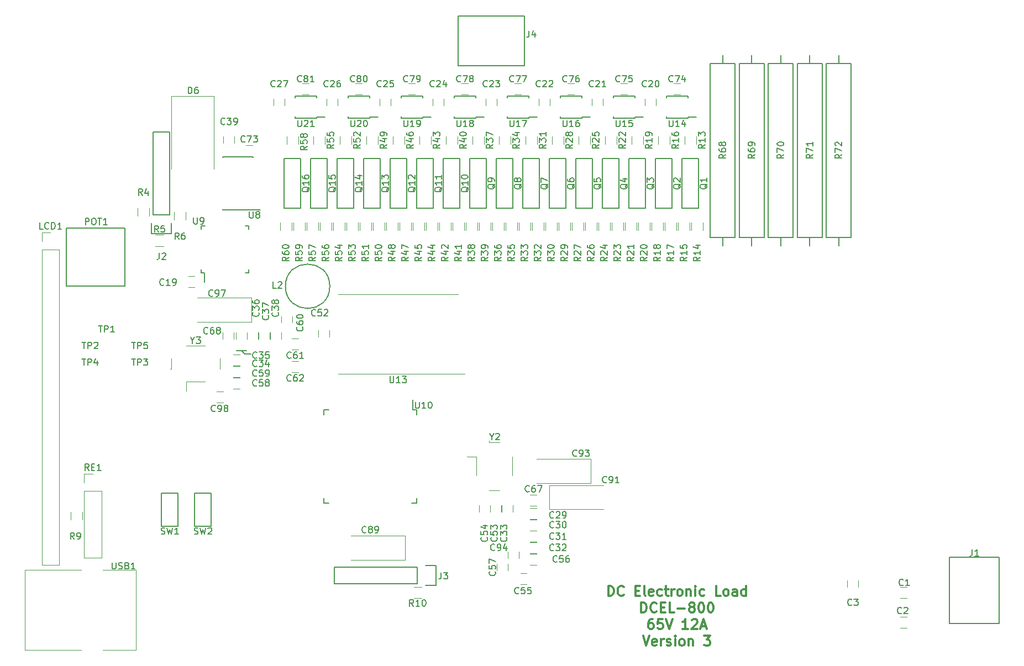
<source format=gbr>
G04 #@! TF.FileFunction,Legend,Top*
%FSLAX46Y46*%
G04 Gerber Fmt 4.6, Leading zero omitted, Abs format (unit mm)*
G04 Created by KiCad (PCBNEW 4.0.7) date 11/25/17 11:10:42*
%MOMM*%
%LPD*%
G01*
G04 APERTURE LIST*
%ADD10C,0.100000*%
%ADD11C,0.300000*%
%ADD12C,0.200000*%
%ADD13C,0.120000*%
%ADD14C,0.150000*%
G04 APERTURE END LIST*
D10*
D11*
X149464286Y-134353571D02*
X149464286Y-132853571D01*
X149821429Y-132853571D01*
X150035714Y-132925000D01*
X150178572Y-133067857D01*
X150250000Y-133210714D01*
X150321429Y-133496429D01*
X150321429Y-133710714D01*
X150250000Y-133996429D01*
X150178572Y-134139286D01*
X150035714Y-134282143D01*
X149821429Y-134353571D01*
X149464286Y-134353571D01*
X151821429Y-134210714D02*
X151750000Y-134282143D01*
X151535714Y-134353571D01*
X151392857Y-134353571D01*
X151178572Y-134282143D01*
X151035714Y-134139286D01*
X150964286Y-133996429D01*
X150892857Y-133710714D01*
X150892857Y-133496429D01*
X150964286Y-133210714D01*
X151035714Y-133067857D01*
X151178572Y-132925000D01*
X151392857Y-132853571D01*
X151535714Y-132853571D01*
X151750000Y-132925000D01*
X151821429Y-132996429D01*
X153607143Y-133567857D02*
X154107143Y-133567857D01*
X154321429Y-134353571D02*
X153607143Y-134353571D01*
X153607143Y-132853571D01*
X154321429Y-132853571D01*
X155178572Y-134353571D02*
X155035714Y-134282143D01*
X154964286Y-134139286D01*
X154964286Y-132853571D01*
X156321428Y-134282143D02*
X156178571Y-134353571D01*
X155892857Y-134353571D01*
X155750000Y-134282143D01*
X155678571Y-134139286D01*
X155678571Y-133567857D01*
X155750000Y-133425000D01*
X155892857Y-133353571D01*
X156178571Y-133353571D01*
X156321428Y-133425000D01*
X156392857Y-133567857D01*
X156392857Y-133710714D01*
X155678571Y-133853571D01*
X157678571Y-134282143D02*
X157535714Y-134353571D01*
X157250000Y-134353571D01*
X157107142Y-134282143D01*
X157035714Y-134210714D01*
X156964285Y-134067857D01*
X156964285Y-133639286D01*
X157035714Y-133496429D01*
X157107142Y-133425000D01*
X157250000Y-133353571D01*
X157535714Y-133353571D01*
X157678571Y-133425000D01*
X158107142Y-133353571D02*
X158678571Y-133353571D01*
X158321428Y-132853571D02*
X158321428Y-134139286D01*
X158392856Y-134282143D01*
X158535714Y-134353571D01*
X158678571Y-134353571D01*
X159178571Y-134353571D02*
X159178571Y-133353571D01*
X159178571Y-133639286D02*
X159249999Y-133496429D01*
X159321428Y-133425000D01*
X159464285Y-133353571D01*
X159607142Y-133353571D01*
X160321428Y-134353571D02*
X160178570Y-134282143D01*
X160107142Y-134210714D01*
X160035713Y-134067857D01*
X160035713Y-133639286D01*
X160107142Y-133496429D01*
X160178570Y-133425000D01*
X160321428Y-133353571D01*
X160535713Y-133353571D01*
X160678570Y-133425000D01*
X160749999Y-133496429D01*
X160821428Y-133639286D01*
X160821428Y-134067857D01*
X160749999Y-134210714D01*
X160678570Y-134282143D01*
X160535713Y-134353571D01*
X160321428Y-134353571D01*
X161464285Y-133353571D02*
X161464285Y-134353571D01*
X161464285Y-133496429D02*
X161535713Y-133425000D01*
X161678571Y-133353571D01*
X161892856Y-133353571D01*
X162035713Y-133425000D01*
X162107142Y-133567857D01*
X162107142Y-134353571D01*
X162821428Y-134353571D02*
X162821428Y-133353571D01*
X162821428Y-132853571D02*
X162749999Y-132925000D01*
X162821428Y-132996429D01*
X162892856Y-132925000D01*
X162821428Y-132853571D01*
X162821428Y-132996429D01*
X164178571Y-134282143D02*
X164035714Y-134353571D01*
X163750000Y-134353571D01*
X163607142Y-134282143D01*
X163535714Y-134210714D01*
X163464285Y-134067857D01*
X163464285Y-133639286D01*
X163535714Y-133496429D01*
X163607142Y-133425000D01*
X163750000Y-133353571D01*
X164035714Y-133353571D01*
X164178571Y-133425000D01*
X166678571Y-134353571D02*
X165964285Y-134353571D01*
X165964285Y-132853571D01*
X167392857Y-134353571D02*
X167249999Y-134282143D01*
X167178571Y-134210714D01*
X167107142Y-134067857D01*
X167107142Y-133639286D01*
X167178571Y-133496429D01*
X167249999Y-133425000D01*
X167392857Y-133353571D01*
X167607142Y-133353571D01*
X167749999Y-133425000D01*
X167821428Y-133496429D01*
X167892857Y-133639286D01*
X167892857Y-134067857D01*
X167821428Y-134210714D01*
X167749999Y-134282143D01*
X167607142Y-134353571D01*
X167392857Y-134353571D01*
X169178571Y-134353571D02*
X169178571Y-133567857D01*
X169107142Y-133425000D01*
X168964285Y-133353571D01*
X168678571Y-133353571D01*
X168535714Y-133425000D01*
X169178571Y-134282143D02*
X169035714Y-134353571D01*
X168678571Y-134353571D01*
X168535714Y-134282143D01*
X168464285Y-134139286D01*
X168464285Y-133996429D01*
X168535714Y-133853571D01*
X168678571Y-133782143D01*
X169035714Y-133782143D01*
X169178571Y-133710714D01*
X170535714Y-134353571D02*
X170535714Y-132853571D01*
X170535714Y-134282143D02*
X170392857Y-134353571D01*
X170107143Y-134353571D01*
X169964285Y-134282143D01*
X169892857Y-134210714D01*
X169821428Y-134067857D01*
X169821428Y-133639286D01*
X169892857Y-133496429D01*
X169964285Y-133425000D01*
X170107143Y-133353571D01*
X170392857Y-133353571D01*
X170535714Y-133425000D01*
X154500001Y-136903571D02*
X154500001Y-135403571D01*
X154857144Y-135403571D01*
X155071429Y-135475000D01*
X155214287Y-135617857D01*
X155285715Y-135760714D01*
X155357144Y-136046429D01*
X155357144Y-136260714D01*
X155285715Y-136546429D01*
X155214287Y-136689286D01*
X155071429Y-136832143D01*
X154857144Y-136903571D01*
X154500001Y-136903571D01*
X156857144Y-136760714D02*
X156785715Y-136832143D01*
X156571429Y-136903571D01*
X156428572Y-136903571D01*
X156214287Y-136832143D01*
X156071429Y-136689286D01*
X156000001Y-136546429D01*
X155928572Y-136260714D01*
X155928572Y-136046429D01*
X156000001Y-135760714D01*
X156071429Y-135617857D01*
X156214287Y-135475000D01*
X156428572Y-135403571D01*
X156571429Y-135403571D01*
X156785715Y-135475000D01*
X156857144Y-135546429D01*
X157500001Y-136117857D02*
X158000001Y-136117857D01*
X158214287Y-136903571D02*
X157500001Y-136903571D01*
X157500001Y-135403571D01*
X158214287Y-135403571D01*
X159571430Y-136903571D02*
X158857144Y-136903571D01*
X158857144Y-135403571D01*
X160071430Y-136332143D02*
X161214287Y-136332143D01*
X162142859Y-136046429D02*
X162000001Y-135975000D01*
X161928573Y-135903571D01*
X161857144Y-135760714D01*
X161857144Y-135689286D01*
X161928573Y-135546429D01*
X162000001Y-135475000D01*
X162142859Y-135403571D01*
X162428573Y-135403571D01*
X162571430Y-135475000D01*
X162642859Y-135546429D01*
X162714287Y-135689286D01*
X162714287Y-135760714D01*
X162642859Y-135903571D01*
X162571430Y-135975000D01*
X162428573Y-136046429D01*
X162142859Y-136046429D01*
X162000001Y-136117857D01*
X161928573Y-136189286D01*
X161857144Y-136332143D01*
X161857144Y-136617857D01*
X161928573Y-136760714D01*
X162000001Y-136832143D01*
X162142859Y-136903571D01*
X162428573Y-136903571D01*
X162571430Y-136832143D01*
X162642859Y-136760714D01*
X162714287Y-136617857D01*
X162714287Y-136332143D01*
X162642859Y-136189286D01*
X162571430Y-136117857D01*
X162428573Y-136046429D01*
X163642858Y-135403571D02*
X163785715Y-135403571D01*
X163928572Y-135475000D01*
X164000001Y-135546429D01*
X164071430Y-135689286D01*
X164142858Y-135975000D01*
X164142858Y-136332143D01*
X164071430Y-136617857D01*
X164000001Y-136760714D01*
X163928572Y-136832143D01*
X163785715Y-136903571D01*
X163642858Y-136903571D01*
X163500001Y-136832143D01*
X163428572Y-136760714D01*
X163357144Y-136617857D01*
X163285715Y-136332143D01*
X163285715Y-135975000D01*
X163357144Y-135689286D01*
X163428572Y-135546429D01*
X163500001Y-135475000D01*
X163642858Y-135403571D01*
X165071429Y-135403571D02*
X165214286Y-135403571D01*
X165357143Y-135475000D01*
X165428572Y-135546429D01*
X165500001Y-135689286D01*
X165571429Y-135975000D01*
X165571429Y-136332143D01*
X165500001Y-136617857D01*
X165428572Y-136760714D01*
X165357143Y-136832143D01*
X165214286Y-136903571D01*
X165071429Y-136903571D01*
X164928572Y-136832143D01*
X164857143Y-136760714D01*
X164785715Y-136617857D01*
X164714286Y-136332143D01*
X164714286Y-135975000D01*
X164785715Y-135689286D01*
X164857143Y-135546429D01*
X164928572Y-135475000D01*
X165071429Y-135403571D01*
X156285716Y-137953571D02*
X156000002Y-137953571D01*
X155857145Y-138025000D01*
X155785716Y-138096429D01*
X155642859Y-138310714D01*
X155571430Y-138596429D01*
X155571430Y-139167857D01*
X155642859Y-139310714D01*
X155714287Y-139382143D01*
X155857145Y-139453571D01*
X156142859Y-139453571D01*
X156285716Y-139382143D01*
X156357145Y-139310714D01*
X156428573Y-139167857D01*
X156428573Y-138810714D01*
X156357145Y-138667857D01*
X156285716Y-138596429D01*
X156142859Y-138525000D01*
X155857145Y-138525000D01*
X155714287Y-138596429D01*
X155642859Y-138667857D01*
X155571430Y-138810714D01*
X157785716Y-137953571D02*
X157071430Y-137953571D01*
X157000001Y-138667857D01*
X157071430Y-138596429D01*
X157214287Y-138525000D01*
X157571430Y-138525000D01*
X157714287Y-138596429D01*
X157785716Y-138667857D01*
X157857144Y-138810714D01*
X157857144Y-139167857D01*
X157785716Y-139310714D01*
X157714287Y-139382143D01*
X157571430Y-139453571D01*
X157214287Y-139453571D01*
X157071430Y-139382143D01*
X157000001Y-139310714D01*
X158285715Y-137953571D02*
X158785715Y-139453571D01*
X159285715Y-137953571D01*
X161714286Y-139453571D02*
X160857143Y-139453571D01*
X161285715Y-139453571D02*
X161285715Y-137953571D01*
X161142858Y-138167857D01*
X161000000Y-138310714D01*
X160857143Y-138382143D01*
X162285714Y-138096429D02*
X162357143Y-138025000D01*
X162500000Y-137953571D01*
X162857143Y-137953571D01*
X163000000Y-138025000D01*
X163071429Y-138096429D01*
X163142857Y-138239286D01*
X163142857Y-138382143D01*
X163071429Y-138596429D01*
X162214286Y-139453571D01*
X163142857Y-139453571D01*
X163714285Y-139025000D02*
X164428571Y-139025000D01*
X163571428Y-139453571D02*
X164071428Y-137953571D01*
X164571428Y-139453571D01*
X154785715Y-140503571D02*
X155285715Y-142003571D01*
X155785715Y-140503571D01*
X156857143Y-141932143D02*
X156714286Y-142003571D01*
X156428572Y-142003571D01*
X156285715Y-141932143D01*
X156214286Y-141789286D01*
X156214286Y-141217857D01*
X156285715Y-141075000D01*
X156428572Y-141003571D01*
X156714286Y-141003571D01*
X156857143Y-141075000D01*
X156928572Y-141217857D01*
X156928572Y-141360714D01*
X156214286Y-141503571D01*
X157571429Y-142003571D02*
X157571429Y-141003571D01*
X157571429Y-141289286D02*
X157642857Y-141146429D01*
X157714286Y-141075000D01*
X157857143Y-141003571D01*
X158000000Y-141003571D01*
X158428571Y-141932143D02*
X158571428Y-142003571D01*
X158857143Y-142003571D01*
X159000000Y-141932143D01*
X159071428Y-141789286D01*
X159071428Y-141717857D01*
X159000000Y-141575000D01*
X158857143Y-141503571D01*
X158642857Y-141503571D01*
X158500000Y-141432143D01*
X158428571Y-141289286D01*
X158428571Y-141217857D01*
X158500000Y-141075000D01*
X158642857Y-141003571D01*
X158857143Y-141003571D01*
X159000000Y-141075000D01*
X159714286Y-142003571D02*
X159714286Y-141003571D01*
X159714286Y-140503571D02*
X159642857Y-140575000D01*
X159714286Y-140646429D01*
X159785714Y-140575000D01*
X159714286Y-140503571D01*
X159714286Y-140646429D01*
X160642858Y-142003571D02*
X160500000Y-141932143D01*
X160428572Y-141860714D01*
X160357143Y-141717857D01*
X160357143Y-141289286D01*
X160428572Y-141146429D01*
X160500000Y-141075000D01*
X160642858Y-141003571D01*
X160857143Y-141003571D01*
X161000000Y-141075000D01*
X161071429Y-141146429D01*
X161142858Y-141289286D01*
X161142858Y-141717857D01*
X161071429Y-141860714D01*
X161000000Y-141932143D01*
X160857143Y-142003571D01*
X160642858Y-142003571D01*
X161785715Y-141003571D02*
X161785715Y-142003571D01*
X161785715Y-141146429D02*
X161857143Y-141075000D01*
X162000001Y-141003571D01*
X162214286Y-141003571D01*
X162357143Y-141075000D01*
X162428572Y-141217857D01*
X162428572Y-142003571D01*
X164142858Y-140503571D02*
X165071429Y-140503571D01*
X164571429Y-141075000D01*
X164785715Y-141075000D01*
X164928572Y-141146429D01*
X165000001Y-141217857D01*
X165071429Y-141360714D01*
X165071429Y-141717857D01*
X165000001Y-141860714D01*
X164928572Y-141932143D01*
X164785715Y-142003571D01*
X164357143Y-142003571D01*
X164214286Y-141932143D01*
X164142858Y-141860714D01*
D12*
X93750000Y-97245000D02*
X94750000Y-97245000D01*
X93250000Y-96745000D02*
X93750000Y-97245000D01*
X92500000Y-96745000D02*
X94000000Y-96745000D01*
D13*
X62670000Y-129590000D02*
X65330000Y-129590000D01*
X62670000Y-81270000D02*
X62670000Y-129590000D01*
X65330000Y-81270000D02*
X65330000Y-129590000D01*
X62670000Y-81270000D02*
X65330000Y-81270000D01*
X62670000Y-80000000D02*
X62670000Y-78670000D01*
X62670000Y-78670000D02*
X64000000Y-78670000D01*
X131200000Y-110560000D02*
X131200000Y-110800000D01*
X131200000Y-110800000D02*
X132800000Y-110800000D01*
X132800000Y-118200000D02*
X131200000Y-118200000D01*
X134740000Y-113060000D02*
X134740000Y-115940000D01*
X129260000Y-115940000D02*
X129260000Y-113060000D01*
X129260000Y-113060000D02*
X127800000Y-113060000D01*
X126450000Y-88130000D02*
X108050000Y-88130000D01*
D10*
X108050000Y-100370000D02*
X127450000Y-100370000D01*
D13*
X105025000Y-93625000D02*
X105025000Y-94625000D01*
X106725000Y-94625000D02*
X106725000Y-93625000D01*
X147964000Y-78324000D02*
X147964000Y-77124000D01*
X149724000Y-77124000D02*
X149724000Y-78324000D01*
X194235000Y-134679000D02*
X195235000Y-134679000D01*
X195235000Y-132979000D02*
X194235000Y-132979000D01*
X194235000Y-139251000D02*
X195235000Y-139251000D01*
X195235000Y-137551000D02*
X194235000Y-137551000D01*
X187775000Y-132975000D02*
X187775000Y-131975000D01*
X186075000Y-131975000D02*
X186075000Y-132975000D01*
X85100000Y-87050000D02*
X86100000Y-87050000D01*
X86100000Y-85350000D02*
X85100000Y-85350000D01*
X155106000Y-58174000D02*
X155106000Y-59174000D01*
X156806000Y-59174000D02*
X156806000Y-58174000D01*
X146978000Y-58174000D02*
X146978000Y-59174000D01*
X148678000Y-59174000D02*
X148678000Y-58174000D01*
X138850000Y-58174000D02*
X138850000Y-59174000D01*
X140550000Y-59174000D02*
X140550000Y-58174000D01*
X130722000Y-58174000D02*
X130722000Y-59174000D01*
X132422000Y-59174000D02*
X132422000Y-58174000D01*
X122594000Y-58174000D02*
X122594000Y-59174000D01*
X124294000Y-59174000D02*
X124294000Y-58174000D01*
X114466000Y-58174000D02*
X114466000Y-59174000D01*
X116166000Y-59174000D02*
X116166000Y-58174000D01*
X106338000Y-58174000D02*
X106338000Y-59174000D01*
X108038000Y-59174000D02*
X108038000Y-58174000D01*
X98210000Y-58174000D02*
X98210000Y-59174000D01*
X99910000Y-59174000D02*
X99910000Y-58174000D01*
X138500000Y-120895000D02*
X137500000Y-120895000D01*
X137500000Y-122595000D02*
X138500000Y-122595000D01*
X138500000Y-122645000D02*
X137500000Y-122645000D01*
X137500000Y-124345000D02*
X138500000Y-124345000D01*
X138500000Y-124395000D02*
X137500000Y-124395000D01*
X137500000Y-126095000D02*
X138500000Y-126095000D01*
X138500000Y-126145000D02*
X137500000Y-126145000D01*
X137500000Y-127845000D02*
X138500000Y-127845000D01*
X133150000Y-120495000D02*
X133150000Y-121495000D01*
X134850000Y-121495000D02*
X134850000Y-120495000D01*
X92000000Y-99095000D02*
X93000000Y-99095000D01*
X93000000Y-97395000D02*
X92000000Y-97395000D01*
X92400000Y-93995000D02*
X92400000Y-94995000D01*
X94100000Y-94995000D02*
X94100000Y-93995000D01*
X94150000Y-93995000D02*
X94150000Y-94995000D01*
X95850000Y-94995000D02*
X95850000Y-93995000D01*
X95900000Y-93995000D02*
X95900000Y-94995000D01*
X97600000Y-94995000D02*
X97600000Y-93995000D01*
X97650000Y-93995000D02*
X97650000Y-94995000D01*
X99350000Y-94995000D02*
X99350000Y-93995000D01*
X92150000Y-64900000D02*
X92150000Y-63900000D01*
X90450000Y-63900000D02*
X90450000Y-64900000D01*
X131400000Y-120495000D02*
X131400000Y-121495000D01*
X133100000Y-121495000D02*
X133100000Y-120495000D01*
X129650000Y-120495000D02*
X129650000Y-121495000D01*
X131350000Y-121495000D02*
X131350000Y-120495000D01*
X136000000Y-132595000D02*
X137000000Y-132595000D01*
X137000000Y-130895000D02*
X136000000Y-130895000D01*
X138500000Y-127895000D02*
X137500000Y-127895000D01*
X137500000Y-129595000D02*
X138500000Y-129595000D01*
X134100000Y-130495000D02*
X134100000Y-129495000D01*
X132400000Y-129495000D02*
X132400000Y-130495000D01*
X92000000Y-102595000D02*
X93000000Y-102595000D01*
X93000000Y-100895000D02*
X92000000Y-100895000D01*
X92000000Y-100845000D02*
X93000000Y-100845000D01*
X93000000Y-99145000D02*
X92000000Y-99145000D01*
X99400000Y-91495000D02*
X99400000Y-92495000D01*
X101100000Y-92495000D02*
X101100000Y-91495000D01*
X102000000Y-94895000D02*
X101000000Y-94895000D01*
X101000000Y-96595000D02*
X102000000Y-96595000D01*
X102000000Y-98395000D02*
X101000000Y-98395000D01*
X101000000Y-100095000D02*
X102000000Y-100095000D01*
X138500000Y-118895000D02*
X137500000Y-118895000D01*
X137500000Y-120595000D02*
X138500000Y-120595000D01*
X90400000Y-93995000D02*
X90400000Y-94995000D01*
X92100000Y-94995000D02*
X92100000Y-93995000D01*
X94950000Y-65250000D02*
X93950000Y-65250000D01*
X93950000Y-66950000D02*
X94950000Y-66950000D01*
X160520000Y-55792000D02*
X159520000Y-55792000D01*
X159520000Y-57492000D02*
X160520000Y-57492000D01*
X152392000Y-55792000D02*
X151392000Y-55792000D01*
X151392000Y-57492000D02*
X152392000Y-57492000D01*
X144264000Y-55792000D02*
X143264000Y-55792000D01*
X143264000Y-57492000D02*
X144264000Y-57492000D01*
X136136000Y-55792000D02*
X135136000Y-55792000D01*
X135136000Y-57492000D02*
X136136000Y-57492000D01*
X128008000Y-55792000D02*
X127008000Y-55792000D01*
X127008000Y-57492000D02*
X128008000Y-57492000D01*
X119880000Y-55792000D02*
X118880000Y-55792000D01*
X118880000Y-57492000D02*
X119880000Y-57492000D01*
X111752000Y-55792000D02*
X110752000Y-55792000D01*
X110752000Y-57492000D02*
X111752000Y-57492000D01*
X103624000Y-55792000D02*
X102624000Y-55792000D01*
X102624000Y-57492000D02*
X103624000Y-57492000D01*
X140450000Y-117400000D02*
X148750000Y-117400000D01*
X140450000Y-121100000D02*
X148750000Y-121100000D01*
X140450000Y-117400000D02*
X140450000Y-121100000D01*
X89450000Y-104700000D02*
X90450000Y-104700000D01*
X90450000Y-103000000D02*
X89450000Y-103000000D01*
X82500000Y-57700000D02*
X89000000Y-57700000D01*
X82500000Y-57700000D02*
X82500000Y-68900000D01*
X89000000Y-57700000D02*
X89000000Y-68900000D01*
D14*
X209350000Y-128440000D02*
X201730000Y-128440000D01*
X201730000Y-128440000D02*
X201730000Y-138600000D01*
X201730000Y-138600000D02*
X209350000Y-138600000D01*
X209350000Y-138600000D02*
X209350000Y-128440000D01*
X79730000Y-75980000D02*
X79730000Y-63280000D01*
X79730000Y-63280000D02*
X82270000Y-63280000D01*
X82270000Y-63280000D02*
X82270000Y-75980000D01*
X79450000Y-78800000D02*
X79450000Y-77250000D01*
X79730000Y-75980000D02*
X82270000Y-75980000D01*
X82550000Y-77250000D02*
X82550000Y-78800000D01*
X82550000Y-78800000D02*
X79450000Y-78800000D01*
X120230000Y-132515000D02*
X107530000Y-132515000D01*
X107530000Y-132515000D02*
X107530000Y-129975000D01*
X107530000Y-129975000D02*
X120230000Y-129975000D01*
X123050000Y-132795000D02*
X121500000Y-132795000D01*
X120230000Y-132515000D02*
X120230000Y-129975000D01*
X121500000Y-129695000D02*
X123050000Y-129695000D01*
X123050000Y-129695000D02*
X123050000Y-132795000D01*
X136652000Y-53086000D02*
X136652000Y-45466000D01*
X136652000Y-45466000D02*
X126492000Y-45466000D01*
X126492000Y-45466000D02*
X126492000Y-53086000D01*
X126492000Y-53086000D02*
X136652000Y-53086000D01*
X106800000Y-86900000D02*
G75*
G03X106800000Y-86900000I-3400000J0D01*
G01*
X75445000Y-86270000D02*
X75445000Y-86905000D01*
X75445000Y-86905000D02*
X66428000Y-86905000D01*
X66428000Y-86905000D02*
X66428000Y-78015000D01*
X66428000Y-78015000D02*
X75445000Y-78015000D01*
X75445000Y-78015000D02*
X75445000Y-78777000D01*
X72778000Y-78015000D02*
X66428000Y-78015000D01*
X72778000Y-86905000D02*
X66428000Y-86905000D01*
X75445000Y-78650000D02*
X75445000Y-86270000D01*
X66428000Y-78396000D02*
X66428000Y-86524000D01*
X163322000Y-67310000D02*
X160782000Y-67310000D01*
X160782000Y-67310000D02*
X160782000Y-74930000D01*
X160782000Y-74930000D02*
X163322000Y-74930000D01*
X163322000Y-74930000D02*
X163322000Y-67310000D01*
X159258000Y-67310000D02*
X156718000Y-67310000D01*
X156718000Y-67310000D02*
X156718000Y-74930000D01*
X156718000Y-74930000D02*
X159258000Y-74930000D01*
X159258000Y-74930000D02*
X159258000Y-67310000D01*
X155194000Y-67310000D02*
X152654000Y-67310000D01*
X152654000Y-67310000D02*
X152654000Y-74930000D01*
X152654000Y-74930000D02*
X155194000Y-74930000D01*
X155194000Y-74930000D02*
X155194000Y-67310000D01*
X151130000Y-67310000D02*
X148590000Y-67310000D01*
X148590000Y-67310000D02*
X148590000Y-74930000D01*
X148590000Y-74930000D02*
X151130000Y-74930000D01*
X151130000Y-74930000D02*
X151130000Y-67310000D01*
X147066000Y-67310000D02*
X144526000Y-67310000D01*
X144526000Y-67310000D02*
X144526000Y-74930000D01*
X144526000Y-74930000D02*
X147066000Y-74930000D01*
X147066000Y-74930000D02*
X147066000Y-67310000D01*
X143002000Y-67310000D02*
X140462000Y-67310000D01*
X140462000Y-67310000D02*
X140462000Y-74930000D01*
X140462000Y-74930000D02*
X143002000Y-74930000D01*
X143002000Y-74930000D02*
X143002000Y-67310000D01*
X138938000Y-67310000D02*
X136398000Y-67310000D01*
X136398000Y-67310000D02*
X136398000Y-74930000D01*
X136398000Y-74930000D02*
X138938000Y-74930000D01*
X138938000Y-74930000D02*
X138938000Y-67310000D01*
X134874000Y-67310000D02*
X132334000Y-67310000D01*
X132334000Y-67310000D02*
X132334000Y-74930000D01*
X132334000Y-74930000D02*
X134874000Y-74930000D01*
X134874000Y-74930000D02*
X134874000Y-67310000D01*
X130810000Y-67310000D02*
X128270000Y-67310000D01*
X128270000Y-67310000D02*
X128270000Y-74930000D01*
X128270000Y-74930000D02*
X130810000Y-74930000D01*
X130810000Y-74930000D02*
X130810000Y-67310000D01*
X126746000Y-67310000D02*
X124206000Y-67310000D01*
X124206000Y-67310000D02*
X124206000Y-74930000D01*
X124206000Y-74930000D02*
X126746000Y-74930000D01*
X126746000Y-74930000D02*
X126746000Y-67310000D01*
X122682000Y-67310000D02*
X120142000Y-67310000D01*
X120142000Y-67310000D02*
X120142000Y-74930000D01*
X120142000Y-74930000D02*
X122682000Y-74930000D01*
X122682000Y-74930000D02*
X122682000Y-67310000D01*
X118618000Y-67310000D02*
X116078000Y-67310000D01*
X116078000Y-67310000D02*
X116078000Y-74930000D01*
X116078000Y-74930000D02*
X118618000Y-74930000D01*
X118618000Y-74930000D02*
X118618000Y-67310000D01*
X114554000Y-67310000D02*
X112014000Y-67310000D01*
X112014000Y-67310000D02*
X112014000Y-74930000D01*
X112014000Y-74930000D02*
X114554000Y-74930000D01*
X114554000Y-74930000D02*
X114554000Y-67310000D01*
X110490000Y-67310000D02*
X107950000Y-67310000D01*
X107950000Y-67310000D02*
X107950000Y-74930000D01*
X107950000Y-74930000D02*
X110490000Y-74930000D01*
X110490000Y-74930000D02*
X110490000Y-67310000D01*
X106426000Y-67310000D02*
X103886000Y-67310000D01*
X103886000Y-67310000D02*
X103886000Y-74930000D01*
X103886000Y-74930000D02*
X106426000Y-74930000D01*
X106426000Y-74930000D02*
X106426000Y-67310000D01*
X102362000Y-67310000D02*
X99822000Y-67310000D01*
X99822000Y-67310000D02*
X99822000Y-74930000D01*
X99822000Y-74930000D02*
X102362000Y-74930000D01*
X102362000Y-74930000D02*
X102362000Y-67310000D01*
D13*
X79130000Y-74900000D02*
X79130000Y-76100000D01*
X77370000Y-76100000D02*
X77370000Y-74900000D01*
X81300000Y-80730000D02*
X80100000Y-80730000D01*
X80100000Y-78970000D02*
X81300000Y-78970000D01*
X84730000Y-75500000D02*
X84730000Y-76700000D01*
X82970000Y-76700000D02*
X82970000Y-75500000D01*
X67120000Y-122700000D02*
X67120000Y-121500000D01*
X68880000Y-121500000D02*
X68880000Y-122700000D01*
X120850000Y-134730000D02*
X119650000Y-134730000D01*
X119650000Y-132970000D02*
X120850000Y-132970000D01*
X162932000Y-63916000D02*
X162932000Y-65116000D01*
X161172000Y-65116000D02*
X161172000Y-63916000D01*
X162188000Y-78324000D02*
X162188000Y-77124000D01*
X163948000Y-77124000D02*
X163948000Y-78324000D01*
X160156000Y-78324000D02*
X160156000Y-77124000D01*
X161916000Y-77124000D02*
X161916000Y-78324000D01*
X158868000Y-63916000D02*
X158868000Y-65116000D01*
X157108000Y-65116000D02*
X157108000Y-63916000D01*
X158124000Y-78324000D02*
X158124000Y-77124000D01*
X159884000Y-77124000D02*
X159884000Y-78324000D01*
X156092000Y-78324000D02*
X156092000Y-77124000D01*
X157852000Y-77124000D02*
X157852000Y-78324000D01*
X154804000Y-63916000D02*
X154804000Y-65116000D01*
X153044000Y-65116000D02*
X153044000Y-63916000D01*
X154060000Y-78324000D02*
X154060000Y-77124000D01*
X155820000Y-77124000D02*
X155820000Y-78324000D01*
X152028000Y-78324000D02*
X152028000Y-77124000D01*
X153788000Y-77124000D02*
X153788000Y-78324000D01*
X150740000Y-63916000D02*
X150740000Y-65116000D01*
X148980000Y-65116000D02*
X148980000Y-63916000D01*
X149996000Y-78324000D02*
X149996000Y-77124000D01*
X151756000Y-77124000D02*
X151756000Y-78324000D01*
X146676000Y-63916000D02*
X146676000Y-65116000D01*
X144916000Y-65116000D02*
X144916000Y-63916000D01*
X145932000Y-78324000D02*
X145932000Y-77124000D01*
X147692000Y-77124000D02*
X147692000Y-78324000D01*
X143900000Y-78324000D02*
X143900000Y-77124000D01*
X145660000Y-77124000D02*
X145660000Y-78324000D01*
X142612000Y-63916000D02*
X142612000Y-65116000D01*
X140852000Y-65116000D02*
X140852000Y-63916000D01*
X141868000Y-78324000D02*
X141868000Y-77124000D01*
X143628000Y-77124000D02*
X143628000Y-78324000D01*
X139836000Y-78324000D02*
X139836000Y-77124000D01*
X141596000Y-77124000D02*
X141596000Y-78324000D01*
X138548000Y-63916000D02*
X138548000Y-65116000D01*
X136788000Y-65116000D02*
X136788000Y-63916000D01*
X137804000Y-78324000D02*
X137804000Y-77124000D01*
X139564000Y-77124000D02*
X139564000Y-78324000D01*
X135772000Y-78324000D02*
X135772000Y-77124000D01*
X137532000Y-77124000D02*
X137532000Y-78324000D01*
X134484000Y-63916000D02*
X134484000Y-65116000D01*
X132724000Y-65116000D02*
X132724000Y-63916000D01*
X133740000Y-78324000D02*
X133740000Y-77124000D01*
X135500000Y-77124000D02*
X135500000Y-78324000D01*
X131708000Y-78324000D02*
X131708000Y-77124000D01*
X133468000Y-77124000D02*
X133468000Y-78324000D01*
X130420000Y-63916000D02*
X130420000Y-65116000D01*
X128660000Y-65116000D02*
X128660000Y-63916000D01*
X127644000Y-78324000D02*
X127644000Y-77124000D01*
X129404000Y-77124000D02*
X129404000Y-78324000D01*
X129676000Y-78324000D02*
X129676000Y-77124000D01*
X131436000Y-77124000D02*
X131436000Y-78324000D01*
X126356000Y-63916000D02*
X126356000Y-65116000D01*
X124596000Y-65116000D02*
X124596000Y-63916000D01*
X125612000Y-78324000D02*
X125612000Y-77124000D01*
X127372000Y-77124000D02*
X127372000Y-78324000D01*
X123580000Y-78324000D02*
X123580000Y-77124000D01*
X125340000Y-77124000D02*
X125340000Y-78324000D01*
X122292000Y-63916000D02*
X122292000Y-65116000D01*
X120532000Y-65116000D02*
X120532000Y-63916000D01*
X121548000Y-78324000D02*
X121548000Y-77124000D01*
X123308000Y-77124000D02*
X123308000Y-78324000D01*
X119516000Y-78324000D02*
X119516000Y-77124000D01*
X121276000Y-77124000D02*
X121276000Y-78324000D01*
X118228000Y-63916000D02*
X118228000Y-65116000D01*
X116468000Y-65116000D02*
X116468000Y-63916000D01*
X117484000Y-78324000D02*
X117484000Y-77124000D01*
X119244000Y-77124000D02*
X119244000Y-78324000D01*
X115452000Y-78324000D02*
X115452000Y-77124000D01*
X117212000Y-77124000D02*
X117212000Y-78324000D01*
X114164000Y-63916000D02*
X114164000Y-65116000D01*
X112404000Y-65116000D02*
X112404000Y-63916000D01*
X113420000Y-78324000D02*
X113420000Y-77124000D01*
X115180000Y-77124000D02*
X115180000Y-78324000D01*
X111388000Y-78324000D02*
X111388000Y-77124000D01*
X113148000Y-77124000D02*
X113148000Y-78324000D01*
X110100000Y-63916000D02*
X110100000Y-65116000D01*
X108340000Y-65116000D02*
X108340000Y-63916000D01*
X109356000Y-78324000D02*
X109356000Y-77124000D01*
X111116000Y-77124000D02*
X111116000Y-78324000D01*
X107324000Y-78324000D02*
X107324000Y-77124000D01*
X109084000Y-77124000D02*
X109084000Y-78324000D01*
X106036000Y-63916000D02*
X106036000Y-65116000D01*
X104276000Y-65116000D02*
X104276000Y-63916000D01*
X105292000Y-78324000D02*
X105292000Y-77124000D01*
X107052000Y-77124000D02*
X107052000Y-78324000D01*
X103260000Y-78324000D02*
X103260000Y-77124000D01*
X105020000Y-77124000D02*
X105020000Y-78324000D01*
X101972000Y-63916000D02*
X101972000Y-65116000D01*
X100212000Y-65116000D02*
X100212000Y-63916000D01*
X101228000Y-78324000D02*
X101228000Y-77124000D01*
X102988000Y-77124000D02*
X102988000Y-78324000D01*
X99196000Y-78324000D02*
X99196000Y-77124000D01*
X100956000Y-77124000D02*
X100956000Y-78324000D01*
D14*
X167005000Y-79375000D02*
X167005000Y-80645000D01*
X167005000Y-52705000D02*
X167005000Y-51435000D01*
X165100000Y-79375000D02*
X165100000Y-52705000D01*
X165100000Y-52705000D02*
X168910000Y-52705000D01*
X168910000Y-52705000D02*
X168910000Y-79375000D01*
X168910000Y-79375000D02*
X165100000Y-79375000D01*
X171450000Y-79375000D02*
X171450000Y-80645000D01*
X171450000Y-52705000D02*
X171450000Y-51435000D01*
X169545000Y-79375000D02*
X169545000Y-52705000D01*
X169545000Y-52705000D02*
X173355000Y-52705000D01*
X173355000Y-52705000D02*
X173355000Y-79375000D01*
X173355000Y-79375000D02*
X169545000Y-79375000D01*
X175895000Y-79375000D02*
X175895000Y-80645000D01*
X175895000Y-52705000D02*
X175895000Y-51435000D01*
X173990000Y-79375000D02*
X173990000Y-52705000D01*
X173990000Y-52705000D02*
X177800000Y-52705000D01*
X177800000Y-52705000D02*
X177800000Y-79375000D01*
X177800000Y-79375000D02*
X173990000Y-79375000D01*
X180340000Y-79375000D02*
X180340000Y-80645000D01*
X180340000Y-52705000D02*
X180340000Y-51435000D01*
X178435000Y-79375000D02*
X178435000Y-52705000D01*
X178435000Y-52705000D02*
X182245000Y-52705000D01*
X182245000Y-52705000D02*
X182245000Y-79375000D01*
X182245000Y-79375000D02*
X178435000Y-79375000D01*
X184785000Y-79375000D02*
X184785000Y-80645000D01*
X184785000Y-52705000D02*
X184785000Y-51435000D01*
X182880000Y-79375000D02*
X182880000Y-52705000D01*
X182880000Y-52705000D02*
X186690000Y-52705000D01*
X186690000Y-52705000D02*
X186690000Y-79375000D01*
X186690000Y-79375000D02*
X182880000Y-79375000D01*
X83566000Y-123698000D02*
X83566000Y-118618000D01*
X83566000Y-118618000D02*
X81026000Y-118618000D01*
X81026000Y-118618000D02*
X81026000Y-123698000D01*
X81026000Y-123698000D02*
X83566000Y-123698000D01*
X88646000Y-123698000D02*
X88646000Y-118618000D01*
X88646000Y-118618000D02*
X86106000Y-118618000D01*
X86106000Y-118618000D02*
X86106000Y-123698000D01*
X86106000Y-123698000D02*
X88646000Y-123698000D01*
X90385000Y-75145000D02*
X90385000Y-75120000D01*
X90385000Y-67095000D02*
X90385000Y-67120000D01*
X95035000Y-67095000D02*
X95035000Y-67120000D01*
X96110000Y-75195000D02*
X90385000Y-75195000D01*
X95035000Y-67095000D02*
X90385000Y-67095000D01*
X87125000Y-84875000D02*
X87575000Y-84875000D01*
X87125000Y-77625000D02*
X87650000Y-77625000D01*
X94375000Y-77625000D02*
X93850000Y-77625000D01*
X94375000Y-84875000D02*
X93850000Y-84875000D01*
X87125000Y-84875000D02*
X87125000Y-84350000D01*
X94375000Y-84875000D02*
X94375000Y-84350000D01*
X94375000Y-77625000D02*
X94375000Y-78150000D01*
X87125000Y-77625000D02*
X87125000Y-78150000D01*
X87575000Y-84875000D02*
X87575000Y-86250000D01*
X120125000Y-105870000D02*
X119475000Y-105870000D01*
X120125000Y-120120000D02*
X119365000Y-120120000D01*
X105875000Y-120120000D02*
X106635000Y-120120000D01*
X105875000Y-105870000D02*
X106635000Y-105870000D01*
X120125000Y-105870000D02*
X120125000Y-106630000D01*
X105875000Y-105870000D02*
X105875000Y-106630000D01*
X105875000Y-120120000D02*
X105875000Y-119360000D01*
X120125000Y-120120000D02*
X120125000Y-119360000D01*
X119475000Y-105870000D02*
X119475000Y-104345000D01*
X161695000Y-61111000D02*
X161695000Y-60936000D01*
X158345000Y-61111000D02*
X158345000Y-60861000D01*
X158345000Y-57761000D02*
X158345000Y-58011000D01*
X161695000Y-57761000D02*
X161695000Y-58011000D01*
X161695000Y-61111000D02*
X158345000Y-61111000D01*
X161695000Y-57761000D02*
X158345000Y-57761000D01*
X161695000Y-60936000D02*
X162945000Y-60936000D01*
X153567000Y-61111000D02*
X153567000Y-60936000D01*
X150217000Y-61111000D02*
X150217000Y-60861000D01*
X150217000Y-57761000D02*
X150217000Y-58011000D01*
X153567000Y-57761000D02*
X153567000Y-58011000D01*
X153567000Y-61111000D02*
X150217000Y-61111000D01*
X153567000Y-57761000D02*
X150217000Y-57761000D01*
X153567000Y-60936000D02*
X154817000Y-60936000D01*
X145439000Y-61111000D02*
X145439000Y-60936000D01*
X142089000Y-61111000D02*
X142089000Y-60861000D01*
X142089000Y-57761000D02*
X142089000Y-58011000D01*
X145439000Y-57761000D02*
X145439000Y-58011000D01*
X145439000Y-61111000D02*
X142089000Y-61111000D01*
X145439000Y-57761000D02*
X142089000Y-57761000D01*
X145439000Y-60936000D02*
X146689000Y-60936000D01*
X137311000Y-61111000D02*
X137311000Y-60936000D01*
X133961000Y-61111000D02*
X133961000Y-60861000D01*
X133961000Y-57761000D02*
X133961000Y-58011000D01*
X137311000Y-57761000D02*
X137311000Y-58011000D01*
X137311000Y-61111000D02*
X133961000Y-61111000D01*
X137311000Y-57761000D02*
X133961000Y-57761000D01*
X137311000Y-60936000D02*
X138561000Y-60936000D01*
X129183000Y-61111000D02*
X129183000Y-60936000D01*
X125833000Y-61111000D02*
X125833000Y-60861000D01*
X125833000Y-57761000D02*
X125833000Y-58011000D01*
X129183000Y-57761000D02*
X129183000Y-58011000D01*
X129183000Y-61111000D02*
X125833000Y-61111000D01*
X129183000Y-57761000D02*
X125833000Y-57761000D01*
X129183000Y-60936000D02*
X130433000Y-60936000D01*
X121055000Y-61111000D02*
X121055000Y-60936000D01*
X117705000Y-61111000D02*
X117705000Y-60861000D01*
X117705000Y-57761000D02*
X117705000Y-58011000D01*
X121055000Y-57761000D02*
X121055000Y-58011000D01*
X121055000Y-61111000D02*
X117705000Y-61111000D01*
X121055000Y-57761000D02*
X117705000Y-57761000D01*
X121055000Y-60936000D02*
X122305000Y-60936000D01*
X112927000Y-61111000D02*
X112927000Y-60936000D01*
X109577000Y-61111000D02*
X109577000Y-60861000D01*
X109577000Y-57761000D02*
X109577000Y-58011000D01*
X112927000Y-57761000D02*
X112927000Y-58011000D01*
X112927000Y-61111000D02*
X109577000Y-61111000D01*
X112927000Y-57761000D02*
X109577000Y-57761000D01*
X112927000Y-60936000D02*
X114177000Y-60936000D01*
X104799000Y-61111000D02*
X104799000Y-60936000D01*
X101449000Y-61111000D02*
X101449000Y-60861000D01*
X101449000Y-57761000D02*
X101449000Y-58011000D01*
X104799000Y-57761000D02*
X104799000Y-58011000D01*
X104799000Y-61111000D02*
X101449000Y-61111000D01*
X104799000Y-57761000D02*
X101449000Y-57761000D01*
X104799000Y-60936000D02*
X106049000Y-60936000D01*
D13*
X68707000Y-130425000D02*
X60067000Y-130425000D01*
X77087000Y-130425000D02*
X72007000Y-130425000D01*
X68707000Y-142625000D02*
X60067000Y-142625000D01*
X77087000Y-142625000D02*
X72007000Y-142625000D01*
X60067000Y-142625000D02*
X60067000Y-130425000D01*
X77087000Y-130425000D02*
X77087000Y-142625000D01*
X146800000Y-117100000D02*
X138500000Y-117100000D01*
X146800000Y-113400000D02*
X138500000Y-113400000D01*
X146800000Y-117100000D02*
X146800000Y-113400000D01*
X135800000Y-128600000D02*
X135800000Y-127600000D01*
X134100000Y-127600000D02*
X134100000Y-128600000D01*
X94800000Y-92345000D02*
X86500000Y-92345000D01*
X94800000Y-88645000D02*
X86500000Y-88645000D01*
X94800000Y-92345000D02*
X94800000Y-88645000D01*
X82310000Y-99545000D02*
X82550000Y-99545000D01*
X82550000Y-99545000D02*
X82550000Y-97945000D01*
X89950000Y-97945000D02*
X89950000Y-99545000D01*
X84810000Y-96005000D02*
X87690000Y-96005000D01*
X87690000Y-101485000D02*
X84810000Y-101485000D01*
X84810000Y-101485000D02*
X84810000Y-102945000D01*
X118300000Y-128845000D02*
X110000000Y-128845000D01*
X118300000Y-125145000D02*
X110000000Y-125145000D01*
X118300000Y-128845000D02*
X118300000Y-125145000D01*
X69170000Y-128490000D02*
X71830000Y-128490000D01*
X69170000Y-118270000D02*
X69170000Y-128490000D01*
X71830000Y-118270000D02*
X71830000Y-128490000D01*
X69170000Y-118270000D02*
X71830000Y-118270000D01*
X69170000Y-117000000D02*
X69170000Y-115670000D01*
X69170000Y-115670000D02*
X70500000Y-115670000D01*
D14*
X62833334Y-78122381D02*
X62357143Y-78122381D01*
X62357143Y-77122381D01*
X63738096Y-78027143D02*
X63690477Y-78074762D01*
X63547620Y-78122381D01*
X63452382Y-78122381D01*
X63309524Y-78074762D01*
X63214286Y-77979524D01*
X63166667Y-77884286D01*
X63119048Y-77693810D01*
X63119048Y-77550952D01*
X63166667Y-77360476D01*
X63214286Y-77265238D01*
X63309524Y-77170000D01*
X63452382Y-77122381D01*
X63547620Y-77122381D01*
X63690477Y-77170000D01*
X63738096Y-77217619D01*
X64166667Y-78122381D02*
X64166667Y-77122381D01*
X64404762Y-77122381D01*
X64547620Y-77170000D01*
X64642858Y-77265238D01*
X64690477Y-77360476D01*
X64738096Y-77550952D01*
X64738096Y-77693810D01*
X64690477Y-77884286D01*
X64642858Y-77979524D01*
X64547620Y-78074762D01*
X64404762Y-78122381D01*
X64166667Y-78122381D01*
X65690477Y-78122381D02*
X65119048Y-78122381D01*
X65404762Y-78122381D02*
X65404762Y-77122381D01*
X65309524Y-77265238D01*
X65214286Y-77360476D01*
X65119048Y-77408095D01*
X131603809Y-109958190D02*
X131603809Y-110434381D01*
X131270476Y-109434381D02*
X131603809Y-109958190D01*
X131937143Y-109434381D01*
X132222857Y-109529619D02*
X132270476Y-109482000D01*
X132365714Y-109434381D01*
X132603810Y-109434381D01*
X132699048Y-109482000D01*
X132746667Y-109529619D01*
X132794286Y-109624857D01*
X132794286Y-109720095D01*
X132746667Y-109862952D01*
X132175238Y-110434381D01*
X132794286Y-110434381D01*
X116011905Y-100702381D02*
X116011905Y-101511905D01*
X116059524Y-101607143D01*
X116107143Y-101654762D01*
X116202381Y-101702381D01*
X116392858Y-101702381D01*
X116488096Y-101654762D01*
X116535715Y-101607143D01*
X116583334Y-101511905D01*
X116583334Y-100702381D01*
X117583334Y-101702381D02*
X117011905Y-101702381D01*
X117297619Y-101702381D02*
X117297619Y-100702381D01*
X117202381Y-100845238D01*
X117107143Y-100940476D01*
X117011905Y-100988095D01*
X117916667Y-100702381D02*
X118535715Y-100702381D01*
X118202381Y-101083333D01*
X118345239Y-101083333D01*
X118440477Y-101130952D01*
X118488096Y-101178571D01*
X118535715Y-101273810D01*
X118535715Y-101511905D01*
X118488096Y-101607143D01*
X118440477Y-101654762D01*
X118345239Y-101702381D01*
X118059524Y-101702381D01*
X117964286Y-101654762D01*
X117916667Y-101607143D01*
X104607143Y-91357143D02*
X104559524Y-91404762D01*
X104416667Y-91452381D01*
X104321429Y-91452381D01*
X104178571Y-91404762D01*
X104083333Y-91309524D01*
X104035714Y-91214286D01*
X103988095Y-91023810D01*
X103988095Y-90880952D01*
X104035714Y-90690476D01*
X104083333Y-90595238D01*
X104178571Y-90500000D01*
X104321429Y-90452381D01*
X104416667Y-90452381D01*
X104559524Y-90500000D01*
X104607143Y-90547619D01*
X105511905Y-90452381D02*
X105035714Y-90452381D01*
X104988095Y-90928571D01*
X105035714Y-90880952D01*
X105130952Y-90833333D01*
X105369048Y-90833333D01*
X105464286Y-90880952D01*
X105511905Y-90928571D01*
X105559524Y-91023810D01*
X105559524Y-91261905D01*
X105511905Y-91357143D01*
X105464286Y-91404762D01*
X105369048Y-91452381D01*
X105130952Y-91452381D01*
X105035714Y-91404762D01*
X104988095Y-91357143D01*
X105940476Y-90547619D02*
X105988095Y-90500000D01*
X106083333Y-90452381D01*
X106321429Y-90452381D01*
X106416667Y-90500000D01*
X106464286Y-90547619D01*
X106511905Y-90642857D01*
X106511905Y-90738095D01*
X106464286Y-90880952D01*
X105892857Y-91452381D01*
X106511905Y-91452381D01*
X149296381Y-82430857D02*
X148820190Y-82764191D01*
X149296381Y-83002286D02*
X148296381Y-83002286D01*
X148296381Y-82621333D01*
X148344000Y-82526095D01*
X148391619Y-82478476D01*
X148486857Y-82430857D01*
X148629714Y-82430857D01*
X148724952Y-82478476D01*
X148772571Y-82526095D01*
X148820190Y-82621333D01*
X148820190Y-83002286D01*
X148391619Y-82049905D02*
X148344000Y-82002286D01*
X148296381Y-81907048D01*
X148296381Y-81668952D01*
X148344000Y-81573714D01*
X148391619Y-81526095D01*
X148486857Y-81478476D01*
X148582095Y-81478476D01*
X148724952Y-81526095D01*
X149296381Y-82097524D01*
X149296381Y-81478476D01*
X148629714Y-80621333D02*
X149296381Y-80621333D01*
X148248762Y-80859429D02*
X148963048Y-81097524D01*
X148963048Y-80478476D01*
X194651334Y-132691143D02*
X194603715Y-132738762D01*
X194460858Y-132786381D01*
X194365620Y-132786381D01*
X194222762Y-132738762D01*
X194127524Y-132643524D01*
X194079905Y-132548286D01*
X194032286Y-132357810D01*
X194032286Y-132214952D01*
X194079905Y-132024476D01*
X194127524Y-131929238D01*
X194222762Y-131834000D01*
X194365620Y-131786381D01*
X194460858Y-131786381D01*
X194603715Y-131834000D01*
X194651334Y-131881619D01*
X195603715Y-132786381D02*
X195032286Y-132786381D01*
X195318000Y-132786381D02*
X195318000Y-131786381D01*
X195222762Y-131929238D01*
X195127524Y-132024476D01*
X195032286Y-132072095D01*
X194397334Y-137009143D02*
X194349715Y-137056762D01*
X194206858Y-137104381D01*
X194111620Y-137104381D01*
X193968762Y-137056762D01*
X193873524Y-136961524D01*
X193825905Y-136866286D01*
X193778286Y-136675810D01*
X193778286Y-136532952D01*
X193825905Y-136342476D01*
X193873524Y-136247238D01*
X193968762Y-136152000D01*
X194111620Y-136104381D01*
X194206858Y-136104381D01*
X194349715Y-136152000D01*
X194397334Y-136199619D01*
X194778286Y-136199619D02*
X194825905Y-136152000D01*
X194921143Y-136104381D01*
X195159239Y-136104381D01*
X195254477Y-136152000D01*
X195302096Y-136199619D01*
X195349715Y-136294857D01*
X195349715Y-136390095D01*
X195302096Y-136532952D01*
X194730667Y-137104381D01*
X195349715Y-137104381D01*
X186777334Y-135739143D02*
X186729715Y-135786762D01*
X186586858Y-135834381D01*
X186491620Y-135834381D01*
X186348762Y-135786762D01*
X186253524Y-135691524D01*
X186205905Y-135596286D01*
X186158286Y-135405810D01*
X186158286Y-135262952D01*
X186205905Y-135072476D01*
X186253524Y-134977238D01*
X186348762Y-134882000D01*
X186491620Y-134834381D01*
X186586858Y-134834381D01*
X186729715Y-134882000D01*
X186777334Y-134929619D01*
X187110667Y-134834381D02*
X187729715Y-134834381D01*
X187396381Y-135215333D01*
X187539239Y-135215333D01*
X187634477Y-135262952D01*
X187682096Y-135310571D01*
X187729715Y-135405810D01*
X187729715Y-135643905D01*
X187682096Y-135739143D01*
X187634477Y-135786762D01*
X187539239Y-135834381D01*
X187253524Y-135834381D01*
X187158286Y-135786762D01*
X187110667Y-135739143D01*
X81357143Y-86657143D02*
X81309524Y-86704762D01*
X81166667Y-86752381D01*
X81071429Y-86752381D01*
X80928571Y-86704762D01*
X80833333Y-86609524D01*
X80785714Y-86514286D01*
X80738095Y-86323810D01*
X80738095Y-86180952D01*
X80785714Y-85990476D01*
X80833333Y-85895238D01*
X80928571Y-85800000D01*
X81071429Y-85752381D01*
X81166667Y-85752381D01*
X81309524Y-85800000D01*
X81357143Y-85847619D01*
X82309524Y-86752381D02*
X81738095Y-86752381D01*
X82023809Y-86752381D02*
X82023809Y-85752381D01*
X81928571Y-85895238D01*
X81833333Y-85990476D01*
X81738095Y-86038095D01*
X82785714Y-86752381D02*
X82976190Y-86752381D01*
X83071429Y-86704762D01*
X83119048Y-86657143D01*
X83214286Y-86514286D01*
X83261905Y-86323810D01*
X83261905Y-85942857D01*
X83214286Y-85847619D01*
X83166667Y-85800000D01*
X83071429Y-85752381D01*
X82880952Y-85752381D01*
X82785714Y-85800000D01*
X82738095Y-85847619D01*
X82690476Y-85942857D01*
X82690476Y-86180952D01*
X82738095Y-86276190D01*
X82785714Y-86323810D01*
X82880952Y-86371429D01*
X83071429Y-86371429D01*
X83166667Y-86323810D01*
X83214286Y-86276190D01*
X83261905Y-86180952D01*
X155313143Y-56237143D02*
X155265524Y-56284762D01*
X155122667Y-56332381D01*
X155027429Y-56332381D01*
X154884571Y-56284762D01*
X154789333Y-56189524D01*
X154741714Y-56094286D01*
X154694095Y-55903810D01*
X154694095Y-55760952D01*
X154741714Y-55570476D01*
X154789333Y-55475238D01*
X154884571Y-55380000D01*
X155027429Y-55332381D01*
X155122667Y-55332381D01*
X155265524Y-55380000D01*
X155313143Y-55427619D01*
X155694095Y-55427619D02*
X155741714Y-55380000D01*
X155836952Y-55332381D01*
X156075048Y-55332381D01*
X156170286Y-55380000D01*
X156217905Y-55427619D01*
X156265524Y-55522857D01*
X156265524Y-55618095D01*
X156217905Y-55760952D01*
X155646476Y-56332381D01*
X156265524Y-56332381D01*
X156884571Y-55332381D02*
X156979810Y-55332381D01*
X157075048Y-55380000D01*
X157122667Y-55427619D01*
X157170286Y-55522857D01*
X157217905Y-55713333D01*
X157217905Y-55951429D01*
X157170286Y-56141905D01*
X157122667Y-56237143D01*
X157075048Y-56284762D01*
X156979810Y-56332381D01*
X156884571Y-56332381D01*
X156789333Y-56284762D01*
X156741714Y-56237143D01*
X156694095Y-56141905D01*
X156646476Y-55951429D01*
X156646476Y-55713333D01*
X156694095Y-55522857D01*
X156741714Y-55427619D01*
X156789333Y-55380000D01*
X156884571Y-55332381D01*
X147185143Y-56237143D02*
X147137524Y-56284762D01*
X146994667Y-56332381D01*
X146899429Y-56332381D01*
X146756571Y-56284762D01*
X146661333Y-56189524D01*
X146613714Y-56094286D01*
X146566095Y-55903810D01*
X146566095Y-55760952D01*
X146613714Y-55570476D01*
X146661333Y-55475238D01*
X146756571Y-55380000D01*
X146899429Y-55332381D01*
X146994667Y-55332381D01*
X147137524Y-55380000D01*
X147185143Y-55427619D01*
X147566095Y-55427619D02*
X147613714Y-55380000D01*
X147708952Y-55332381D01*
X147947048Y-55332381D01*
X148042286Y-55380000D01*
X148089905Y-55427619D01*
X148137524Y-55522857D01*
X148137524Y-55618095D01*
X148089905Y-55760952D01*
X147518476Y-56332381D01*
X148137524Y-56332381D01*
X149089905Y-56332381D02*
X148518476Y-56332381D01*
X148804190Y-56332381D02*
X148804190Y-55332381D01*
X148708952Y-55475238D01*
X148613714Y-55570476D01*
X148518476Y-55618095D01*
X139057143Y-56237143D02*
X139009524Y-56284762D01*
X138866667Y-56332381D01*
X138771429Y-56332381D01*
X138628571Y-56284762D01*
X138533333Y-56189524D01*
X138485714Y-56094286D01*
X138438095Y-55903810D01*
X138438095Y-55760952D01*
X138485714Y-55570476D01*
X138533333Y-55475238D01*
X138628571Y-55380000D01*
X138771429Y-55332381D01*
X138866667Y-55332381D01*
X139009524Y-55380000D01*
X139057143Y-55427619D01*
X139438095Y-55427619D02*
X139485714Y-55380000D01*
X139580952Y-55332381D01*
X139819048Y-55332381D01*
X139914286Y-55380000D01*
X139961905Y-55427619D01*
X140009524Y-55522857D01*
X140009524Y-55618095D01*
X139961905Y-55760952D01*
X139390476Y-56332381D01*
X140009524Y-56332381D01*
X140390476Y-55427619D02*
X140438095Y-55380000D01*
X140533333Y-55332381D01*
X140771429Y-55332381D01*
X140866667Y-55380000D01*
X140914286Y-55427619D01*
X140961905Y-55522857D01*
X140961905Y-55618095D01*
X140914286Y-55760952D01*
X140342857Y-56332381D01*
X140961905Y-56332381D01*
X130929143Y-56237143D02*
X130881524Y-56284762D01*
X130738667Y-56332381D01*
X130643429Y-56332381D01*
X130500571Y-56284762D01*
X130405333Y-56189524D01*
X130357714Y-56094286D01*
X130310095Y-55903810D01*
X130310095Y-55760952D01*
X130357714Y-55570476D01*
X130405333Y-55475238D01*
X130500571Y-55380000D01*
X130643429Y-55332381D01*
X130738667Y-55332381D01*
X130881524Y-55380000D01*
X130929143Y-55427619D01*
X131310095Y-55427619D02*
X131357714Y-55380000D01*
X131452952Y-55332381D01*
X131691048Y-55332381D01*
X131786286Y-55380000D01*
X131833905Y-55427619D01*
X131881524Y-55522857D01*
X131881524Y-55618095D01*
X131833905Y-55760952D01*
X131262476Y-56332381D01*
X131881524Y-56332381D01*
X132214857Y-55332381D02*
X132833905Y-55332381D01*
X132500571Y-55713333D01*
X132643429Y-55713333D01*
X132738667Y-55760952D01*
X132786286Y-55808571D01*
X132833905Y-55903810D01*
X132833905Y-56141905D01*
X132786286Y-56237143D01*
X132738667Y-56284762D01*
X132643429Y-56332381D01*
X132357714Y-56332381D01*
X132262476Y-56284762D01*
X132214857Y-56237143D01*
X122801143Y-56237143D02*
X122753524Y-56284762D01*
X122610667Y-56332381D01*
X122515429Y-56332381D01*
X122372571Y-56284762D01*
X122277333Y-56189524D01*
X122229714Y-56094286D01*
X122182095Y-55903810D01*
X122182095Y-55760952D01*
X122229714Y-55570476D01*
X122277333Y-55475238D01*
X122372571Y-55380000D01*
X122515429Y-55332381D01*
X122610667Y-55332381D01*
X122753524Y-55380000D01*
X122801143Y-55427619D01*
X123182095Y-55427619D02*
X123229714Y-55380000D01*
X123324952Y-55332381D01*
X123563048Y-55332381D01*
X123658286Y-55380000D01*
X123705905Y-55427619D01*
X123753524Y-55522857D01*
X123753524Y-55618095D01*
X123705905Y-55760952D01*
X123134476Y-56332381D01*
X123753524Y-56332381D01*
X124610667Y-55665714D02*
X124610667Y-56332381D01*
X124372571Y-55284762D02*
X124134476Y-55999048D01*
X124753524Y-55999048D01*
X114673143Y-56237143D02*
X114625524Y-56284762D01*
X114482667Y-56332381D01*
X114387429Y-56332381D01*
X114244571Y-56284762D01*
X114149333Y-56189524D01*
X114101714Y-56094286D01*
X114054095Y-55903810D01*
X114054095Y-55760952D01*
X114101714Y-55570476D01*
X114149333Y-55475238D01*
X114244571Y-55380000D01*
X114387429Y-55332381D01*
X114482667Y-55332381D01*
X114625524Y-55380000D01*
X114673143Y-55427619D01*
X115054095Y-55427619D02*
X115101714Y-55380000D01*
X115196952Y-55332381D01*
X115435048Y-55332381D01*
X115530286Y-55380000D01*
X115577905Y-55427619D01*
X115625524Y-55522857D01*
X115625524Y-55618095D01*
X115577905Y-55760952D01*
X115006476Y-56332381D01*
X115625524Y-56332381D01*
X116530286Y-55332381D02*
X116054095Y-55332381D01*
X116006476Y-55808571D01*
X116054095Y-55760952D01*
X116149333Y-55713333D01*
X116387429Y-55713333D01*
X116482667Y-55760952D01*
X116530286Y-55808571D01*
X116577905Y-55903810D01*
X116577905Y-56141905D01*
X116530286Y-56237143D01*
X116482667Y-56284762D01*
X116387429Y-56332381D01*
X116149333Y-56332381D01*
X116054095Y-56284762D01*
X116006476Y-56237143D01*
X106545143Y-56237143D02*
X106497524Y-56284762D01*
X106354667Y-56332381D01*
X106259429Y-56332381D01*
X106116571Y-56284762D01*
X106021333Y-56189524D01*
X105973714Y-56094286D01*
X105926095Y-55903810D01*
X105926095Y-55760952D01*
X105973714Y-55570476D01*
X106021333Y-55475238D01*
X106116571Y-55380000D01*
X106259429Y-55332381D01*
X106354667Y-55332381D01*
X106497524Y-55380000D01*
X106545143Y-55427619D01*
X106926095Y-55427619D02*
X106973714Y-55380000D01*
X107068952Y-55332381D01*
X107307048Y-55332381D01*
X107402286Y-55380000D01*
X107449905Y-55427619D01*
X107497524Y-55522857D01*
X107497524Y-55618095D01*
X107449905Y-55760952D01*
X106878476Y-56332381D01*
X107497524Y-56332381D01*
X108354667Y-55332381D02*
X108164190Y-55332381D01*
X108068952Y-55380000D01*
X108021333Y-55427619D01*
X107926095Y-55570476D01*
X107878476Y-55760952D01*
X107878476Y-56141905D01*
X107926095Y-56237143D01*
X107973714Y-56284762D01*
X108068952Y-56332381D01*
X108259429Y-56332381D01*
X108354667Y-56284762D01*
X108402286Y-56237143D01*
X108449905Y-56141905D01*
X108449905Y-55903810D01*
X108402286Y-55808571D01*
X108354667Y-55760952D01*
X108259429Y-55713333D01*
X108068952Y-55713333D01*
X107973714Y-55760952D01*
X107926095Y-55808571D01*
X107878476Y-55903810D01*
X98417143Y-56237143D02*
X98369524Y-56284762D01*
X98226667Y-56332381D01*
X98131429Y-56332381D01*
X97988571Y-56284762D01*
X97893333Y-56189524D01*
X97845714Y-56094286D01*
X97798095Y-55903810D01*
X97798095Y-55760952D01*
X97845714Y-55570476D01*
X97893333Y-55475238D01*
X97988571Y-55380000D01*
X98131429Y-55332381D01*
X98226667Y-55332381D01*
X98369524Y-55380000D01*
X98417143Y-55427619D01*
X98798095Y-55427619D02*
X98845714Y-55380000D01*
X98940952Y-55332381D01*
X99179048Y-55332381D01*
X99274286Y-55380000D01*
X99321905Y-55427619D01*
X99369524Y-55522857D01*
X99369524Y-55618095D01*
X99321905Y-55760952D01*
X98750476Y-56332381D01*
X99369524Y-56332381D01*
X99702857Y-55332381D02*
X100369524Y-55332381D01*
X99940952Y-56332381D01*
X141107143Y-122357143D02*
X141059524Y-122404762D01*
X140916667Y-122452381D01*
X140821429Y-122452381D01*
X140678571Y-122404762D01*
X140583333Y-122309524D01*
X140535714Y-122214286D01*
X140488095Y-122023810D01*
X140488095Y-121880952D01*
X140535714Y-121690476D01*
X140583333Y-121595238D01*
X140678571Y-121500000D01*
X140821429Y-121452381D01*
X140916667Y-121452381D01*
X141059524Y-121500000D01*
X141107143Y-121547619D01*
X141488095Y-121547619D02*
X141535714Y-121500000D01*
X141630952Y-121452381D01*
X141869048Y-121452381D01*
X141964286Y-121500000D01*
X142011905Y-121547619D01*
X142059524Y-121642857D01*
X142059524Y-121738095D01*
X142011905Y-121880952D01*
X141440476Y-122452381D01*
X142059524Y-122452381D01*
X142535714Y-122452381D02*
X142726190Y-122452381D01*
X142821429Y-122404762D01*
X142869048Y-122357143D01*
X142964286Y-122214286D01*
X143011905Y-122023810D01*
X143011905Y-121642857D01*
X142964286Y-121547619D01*
X142916667Y-121500000D01*
X142821429Y-121452381D01*
X142630952Y-121452381D01*
X142535714Y-121500000D01*
X142488095Y-121547619D01*
X142440476Y-121642857D01*
X142440476Y-121880952D01*
X142488095Y-121976190D01*
X142535714Y-122023810D01*
X142630952Y-122071429D01*
X142821429Y-122071429D01*
X142916667Y-122023810D01*
X142964286Y-121976190D01*
X143011905Y-121880952D01*
X141107143Y-123852143D02*
X141059524Y-123899762D01*
X140916667Y-123947381D01*
X140821429Y-123947381D01*
X140678571Y-123899762D01*
X140583333Y-123804524D01*
X140535714Y-123709286D01*
X140488095Y-123518810D01*
X140488095Y-123375952D01*
X140535714Y-123185476D01*
X140583333Y-123090238D01*
X140678571Y-122995000D01*
X140821429Y-122947381D01*
X140916667Y-122947381D01*
X141059524Y-122995000D01*
X141107143Y-123042619D01*
X141440476Y-122947381D02*
X142059524Y-122947381D01*
X141726190Y-123328333D01*
X141869048Y-123328333D01*
X141964286Y-123375952D01*
X142011905Y-123423571D01*
X142059524Y-123518810D01*
X142059524Y-123756905D01*
X142011905Y-123852143D01*
X141964286Y-123899762D01*
X141869048Y-123947381D01*
X141583333Y-123947381D01*
X141488095Y-123899762D01*
X141440476Y-123852143D01*
X142678571Y-122947381D02*
X142773810Y-122947381D01*
X142869048Y-122995000D01*
X142916667Y-123042619D01*
X142964286Y-123137857D01*
X143011905Y-123328333D01*
X143011905Y-123566429D01*
X142964286Y-123756905D01*
X142916667Y-123852143D01*
X142869048Y-123899762D01*
X142773810Y-123947381D01*
X142678571Y-123947381D01*
X142583333Y-123899762D01*
X142535714Y-123852143D01*
X142488095Y-123756905D01*
X142440476Y-123566429D01*
X142440476Y-123328333D01*
X142488095Y-123137857D01*
X142535714Y-123042619D01*
X142583333Y-122995000D01*
X142678571Y-122947381D01*
X141107143Y-125602143D02*
X141059524Y-125649762D01*
X140916667Y-125697381D01*
X140821429Y-125697381D01*
X140678571Y-125649762D01*
X140583333Y-125554524D01*
X140535714Y-125459286D01*
X140488095Y-125268810D01*
X140488095Y-125125952D01*
X140535714Y-124935476D01*
X140583333Y-124840238D01*
X140678571Y-124745000D01*
X140821429Y-124697381D01*
X140916667Y-124697381D01*
X141059524Y-124745000D01*
X141107143Y-124792619D01*
X141440476Y-124697381D02*
X142059524Y-124697381D01*
X141726190Y-125078333D01*
X141869048Y-125078333D01*
X141964286Y-125125952D01*
X142011905Y-125173571D01*
X142059524Y-125268810D01*
X142059524Y-125506905D01*
X142011905Y-125602143D01*
X141964286Y-125649762D01*
X141869048Y-125697381D01*
X141583333Y-125697381D01*
X141488095Y-125649762D01*
X141440476Y-125602143D01*
X143011905Y-125697381D02*
X142440476Y-125697381D01*
X142726190Y-125697381D02*
X142726190Y-124697381D01*
X142630952Y-124840238D01*
X142535714Y-124935476D01*
X142440476Y-124983095D01*
X141107143Y-127352143D02*
X141059524Y-127399762D01*
X140916667Y-127447381D01*
X140821429Y-127447381D01*
X140678571Y-127399762D01*
X140583333Y-127304524D01*
X140535714Y-127209286D01*
X140488095Y-127018810D01*
X140488095Y-126875952D01*
X140535714Y-126685476D01*
X140583333Y-126590238D01*
X140678571Y-126495000D01*
X140821429Y-126447381D01*
X140916667Y-126447381D01*
X141059524Y-126495000D01*
X141107143Y-126542619D01*
X141440476Y-126447381D02*
X142059524Y-126447381D01*
X141726190Y-126828333D01*
X141869048Y-126828333D01*
X141964286Y-126875952D01*
X142011905Y-126923571D01*
X142059524Y-127018810D01*
X142059524Y-127256905D01*
X142011905Y-127352143D01*
X141964286Y-127399762D01*
X141869048Y-127447381D01*
X141583333Y-127447381D01*
X141488095Y-127399762D01*
X141440476Y-127352143D01*
X142440476Y-126542619D02*
X142488095Y-126495000D01*
X142583333Y-126447381D01*
X142821429Y-126447381D01*
X142916667Y-126495000D01*
X142964286Y-126542619D01*
X143011905Y-126637857D01*
X143011905Y-126733095D01*
X142964286Y-126875952D01*
X142392857Y-127447381D01*
X143011905Y-127447381D01*
X133857143Y-125392857D02*
X133904762Y-125440476D01*
X133952381Y-125583333D01*
X133952381Y-125678571D01*
X133904762Y-125821429D01*
X133809524Y-125916667D01*
X133714286Y-125964286D01*
X133523810Y-126011905D01*
X133380952Y-126011905D01*
X133190476Y-125964286D01*
X133095238Y-125916667D01*
X133000000Y-125821429D01*
X132952381Y-125678571D01*
X132952381Y-125583333D01*
X133000000Y-125440476D01*
X133047619Y-125392857D01*
X132952381Y-125059524D02*
X132952381Y-124440476D01*
X133333333Y-124773810D01*
X133333333Y-124630952D01*
X133380952Y-124535714D01*
X133428571Y-124488095D01*
X133523810Y-124440476D01*
X133761905Y-124440476D01*
X133857143Y-124488095D01*
X133904762Y-124535714D01*
X133952381Y-124630952D01*
X133952381Y-124916667D01*
X133904762Y-125011905D01*
X133857143Y-125059524D01*
X132952381Y-124107143D02*
X132952381Y-123488095D01*
X133333333Y-123821429D01*
X133333333Y-123678571D01*
X133380952Y-123583333D01*
X133428571Y-123535714D01*
X133523810Y-123488095D01*
X133761905Y-123488095D01*
X133857143Y-123535714D01*
X133904762Y-123583333D01*
X133952381Y-123678571D01*
X133952381Y-123964286D01*
X133904762Y-124059524D01*
X133857143Y-124107143D01*
X95607143Y-99102143D02*
X95559524Y-99149762D01*
X95416667Y-99197381D01*
X95321429Y-99197381D01*
X95178571Y-99149762D01*
X95083333Y-99054524D01*
X95035714Y-98959286D01*
X94988095Y-98768810D01*
X94988095Y-98625952D01*
X95035714Y-98435476D01*
X95083333Y-98340238D01*
X95178571Y-98245000D01*
X95321429Y-98197381D01*
X95416667Y-98197381D01*
X95559524Y-98245000D01*
X95607143Y-98292619D01*
X95940476Y-98197381D02*
X96559524Y-98197381D01*
X96226190Y-98578333D01*
X96369048Y-98578333D01*
X96464286Y-98625952D01*
X96511905Y-98673571D01*
X96559524Y-98768810D01*
X96559524Y-99006905D01*
X96511905Y-99102143D01*
X96464286Y-99149762D01*
X96369048Y-99197381D01*
X96083333Y-99197381D01*
X95988095Y-99149762D01*
X95940476Y-99102143D01*
X97416667Y-98530714D02*
X97416667Y-99197381D01*
X97178571Y-98149762D02*
X96940476Y-98864048D01*
X97559524Y-98864048D01*
X95607143Y-97852143D02*
X95559524Y-97899762D01*
X95416667Y-97947381D01*
X95321429Y-97947381D01*
X95178571Y-97899762D01*
X95083333Y-97804524D01*
X95035714Y-97709286D01*
X94988095Y-97518810D01*
X94988095Y-97375952D01*
X95035714Y-97185476D01*
X95083333Y-97090238D01*
X95178571Y-96995000D01*
X95321429Y-96947381D01*
X95416667Y-96947381D01*
X95559524Y-96995000D01*
X95607143Y-97042619D01*
X95940476Y-96947381D02*
X96559524Y-96947381D01*
X96226190Y-97328333D01*
X96369048Y-97328333D01*
X96464286Y-97375952D01*
X96511905Y-97423571D01*
X96559524Y-97518810D01*
X96559524Y-97756905D01*
X96511905Y-97852143D01*
X96464286Y-97899762D01*
X96369048Y-97947381D01*
X96083333Y-97947381D01*
X95988095Y-97899762D01*
X95940476Y-97852143D01*
X97464286Y-96947381D02*
X96988095Y-96947381D01*
X96940476Y-97423571D01*
X96988095Y-97375952D01*
X97083333Y-97328333D01*
X97321429Y-97328333D01*
X97416667Y-97375952D01*
X97464286Y-97423571D01*
X97511905Y-97518810D01*
X97511905Y-97756905D01*
X97464286Y-97852143D01*
X97416667Y-97899762D01*
X97321429Y-97947381D01*
X97083333Y-97947381D01*
X96988095Y-97899762D01*
X96940476Y-97852143D01*
X95857143Y-90892857D02*
X95904762Y-90940476D01*
X95952381Y-91083333D01*
X95952381Y-91178571D01*
X95904762Y-91321429D01*
X95809524Y-91416667D01*
X95714286Y-91464286D01*
X95523810Y-91511905D01*
X95380952Y-91511905D01*
X95190476Y-91464286D01*
X95095238Y-91416667D01*
X95000000Y-91321429D01*
X94952381Y-91178571D01*
X94952381Y-91083333D01*
X95000000Y-90940476D01*
X95047619Y-90892857D01*
X94952381Y-90559524D02*
X94952381Y-89940476D01*
X95333333Y-90273810D01*
X95333333Y-90130952D01*
X95380952Y-90035714D01*
X95428571Y-89988095D01*
X95523810Y-89940476D01*
X95761905Y-89940476D01*
X95857143Y-89988095D01*
X95904762Y-90035714D01*
X95952381Y-90130952D01*
X95952381Y-90416667D01*
X95904762Y-90511905D01*
X95857143Y-90559524D01*
X94952381Y-89083333D02*
X94952381Y-89273810D01*
X95000000Y-89369048D01*
X95047619Y-89416667D01*
X95190476Y-89511905D01*
X95380952Y-89559524D01*
X95761905Y-89559524D01*
X95857143Y-89511905D01*
X95904762Y-89464286D01*
X95952381Y-89369048D01*
X95952381Y-89178571D01*
X95904762Y-89083333D01*
X95857143Y-89035714D01*
X95761905Y-88988095D01*
X95523810Y-88988095D01*
X95428571Y-89035714D01*
X95380952Y-89083333D01*
X95333333Y-89178571D01*
X95333333Y-89369048D01*
X95380952Y-89464286D01*
X95428571Y-89511905D01*
X95523810Y-89559524D01*
X97357143Y-91387857D02*
X97404762Y-91435476D01*
X97452381Y-91578333D01*
X97452381Y-91673571D01*
X97404762Y-91816429D01*
X97309524Y-91911667D01*
X97214286Y-91959286D01*
X97023810Y-92006905D01*
X96880952Y-92006905D01*
X96690476Y-91959286D01*
X96595238Y-91911667D01*
X96500000Y-91816429D01*
X96452381Y-91673571D01*
X96452381Y-91578333D01*
X96500000Y-91435476D01*
X96547619Y-91387857D01*
X96452381Y-91054524D02*
X96452381Y-90435476D01*
X96833333Y-90768810D01*
X96833333Y-90625952D01*
X96880952Y-90530714D01*
X96928571Y-90483095D01*
X97023810Y-90435476D01*
X97261905Y-90435476D01*
X97357143Y-90483095D01*
X97404762Y-90530714D01*
X97452381Y-90625952D01*
X97452381Y-90911667D01*
X97404762Y-91006905D01*
X97357143Y-91054524D01*
X96452381Y-90102143D02*
X96452381Y-89435476D01*
X97452381Y-89864048D01*
X98857143Y-90892857D02*
X98904762Y-90940476D01*
X98952381Y-91083333D01*
X98952381Y-91178571D01*
X98904762Y-91321429D01*
X98809524Y-91416667D01*
X98714286Y-91464286D01*
X98523810Y-91511905D01*
X98380952Y-91511905D01*
X98190476Y-91464286D01*
X98095238Y-91416667D01*
X98000000Y-91321429D01*
X97952381Y-91178571D01*
X97952381Y-91083333D01*
X98000000Y-90940476D01*
X98047619Y-90892857D01*
X97952381Y-90559524D02*
X97952381Y-89940476D01*
X98333333Y-90273810D01*
X98333333Y-90130952D01*
X98380952Y-90035714D01*
X98428571Y-89988095D01*
X98523810Y-89940476D01*
X98761905Y-89940476D01*
X98857143Y-89988095D01*
X98904762Y-90035714D01*
X98952381Y-90130952D01*
X98952381Y-90416667D01*
X98904762Y-90511905D01*
X98857143Y-90559524D01*
X98380952Y-89369048D02*
X98333333Y-89464286D01*
X98285714Y-89511905D01*
X98190476Y-89559524D01*
X98142857Y-89559524D01*
X98047619Y-89511905D01*
X98000000Y-89464286D01*
X97952381Y-89369048D01*
X97952381Y-89178571D01*
X98000000Y-89083333D01*
X98047619Y-89035714D01*
X98142857Y-88988095D01*
X98190476Y-88988095D01*
X98285714Y-89035714D01*
X98333333Y-89083333D01*
X98380952Y-89178571D01*
X98380952Y-89369048D01*
X98428571Y-89464286D01*
X98476190Y-89511905D01*
X98571429Y-89559524D01*
X98761905Y-89559524D01*
X98857143Y-89511905D01*
X98904762Y-89464286D01*
X98952381Y-89369048D01*
X98952381Y-89178571D01*
X98904762Y-89083333D01*
X98857143Y-89035714D01*
X98761905Y-88988095D01*
X98571429Y-88988095D01*
X98476190Y-89035714D01*
X98428571Y-89083333D01*
X98380952Y-89178571D01*
X90732143Y-62007143D02*
X90684524Y-62054762D01*
X90541667Y-62102381D01*
X90446429Y-62102381D01*
X90303571Y-62054762D01*
X90208333Y-61959524D01*
X90160714Y-61864286D01*
X90113095Y-61673810D01*
X90113095Y-61530952D01*
X90160714Y-61340476D01*
X90208333Y-61245238D01*
X90303571Y-61150000D01*
X90446429Y-61102381D01*
X90541667Y-61102381D01*
X90684524Y-61150000D01*
X90732143Y-61197619D01*
X91065476Y-61102381D02*
X91684524Y-61102381D01*
X91351190Y-61483333D01*
X91494048Y-61483333D01*
X91589286Y-61530952D01*
X91636905Y-61578571D01*
X91684524Y-61673810D01*
X91684524Y-61911905D01*
X91636905Y-62007143D01*
X91589286Y-62054762D01*
X91494048Y-62102381D01*
X91208333Y-62102381D01*
X91113095Y-62054762D01*
X91065476Y-62007143D01*
X92160714Y-62102381D02*
X92351190Y-62102381D01*
X92446429Y-62054762D01*
X92494048Y-62007143D01*
X92589286Y-61864286D01*
X92636905Y-61673810D01*
X92636905Y-61292857D01*
X92589286Y-61197619D01*
X92541667Y-61150000D01*
X92446429Y-61102381D01*
X92255952Y-61102381D01*
X92160714Y-61150000D01*
X92113095Y-61197619D01*
X92065476Y-61292857D01*
X92065476Y-61530952D01*
X92113095Y-61626190D01*
X92160714Y-61673810D01*
X92255952Y-61721429D01*
X92446429Y-61721429D01*
X92541667Y-61673810D01*
X92589286Y-61626190D01*
X92636905Y-61530952D01*
X132357143Y-125392857D02*
X132404762Y-125440476D01*
X132452381Y-125583333D01*
X132452381Y-125678571D01*
X132404762Y-125821429D01*
X132309524Y-125916667D01*
X132214286Y-125964286D01*
X132023810Y-126011905D01*
X131880952Y-126011905D01*
X131690476Y-125964286D01*
X131595238Y-125916667D01*
X131500000Y-125821429D01*
X131452381Y-125678571D01*
X131452381Y-125583333D01*
X131500000Y-125440476D01*
X131547619Y-125392857D01*
X131452381Y-124488095D02*
X131452381Y-124964286D01*
X131928571Y-125011905D01*
X131880952Y-124964286D01*
X131833333Y-124869048D01*
X131833333Y-124630952D01*
X131880952Y-124535714D01*
X131928571Y-124488095D01*
X132023810Y-124440476D01*
X132261905Y-124440476D01*
X132357143Y-124488095D01*
X132404762Y-124535714D01*
X132452381Y-124630952D01*
X132452381Y-124869048D01*
X132404762Y-124964286D01*
X132357143Y-125011905D01*
X131452381Y-124107143D02*
X131452381Y-123488095D01*
X131833333Y-123821429D01*
X131833333Y-123678571D01*
X131880952Y-123583333D01*
X131928571Y-123535714D01*
X132023810Y-123488095D01*
X132261905Y-123488095D01*
X132357143Y-123535714D01*
X132404762Y-123583333D01*
X132452381Y-123678571D01*
X132452381Y-123964286D01*
X132404762Y-124059524D01*
X132357143Y-124107143D01*
X130857143Y-125387857D02*
X130904762Y-125435476D01*
X130952381Y-125578333D01*
X130952381Y-125673571D01*
X130904762Y-125816429D01*
X130809524Y-125911667D01*
X130714286Y-125959286D01*
X130523810Y-126006905D01*
X130380952Y-126006905D01*
X130190476Y-125959286D01*
X130095238Y-125911667D01*
X130000000Y-125816429D01*
X129952381Y-125673571D01*
X129952381Y-125578333D01*
X130000000Y-125435476D01*
X130047619Y-125387857D01*
X129952381Y-124483095D02*
X129952381Y-124959286D01*
X130428571Y-125006905D01*
X130380952Y-124959286D01*
X130333333Y-124864048D01*
X130333333Y-124625952D01*
X130380952Y-124530714D01*
X130428571Y-124483095D01*
X130523810Y-124435476D01*
X130761905Y-124435476D01*
X130857143Y-124483095D01*
X130904762Y-124530714D01*
X130952381Y-124625952D01*
X130952381Y-124864048D01*
X130904762Y-124959286D01*
X130857143Y-125006905D01*
X130285714Y-123578333D02*
X130952381Y-123578333D01*
X129904762Y-123816429D02*
X130619048Y-124054524D01*
X130619048Y-123435476D01*
X135755143Y-133961143D02*
X135707524Y-134008762D01*
X135564667Y-134056381D01*
X135469429Y-134056381D01*
X135326571Y-134008762D01*
X135231333Y-133913524D01*
X135183714Y-133818286D01*
X135136095Y-133627810D01*
X135136095Y-133484952D01*
X135183714Y-133294476D01*
X135231333Y-133199238D01*
X135326571Y-133104000D01*
X135469429Y-133056381D01*
X135564667Y-133056381D01*
X135707524Y-133104000D01*
X135755143Y-133151619D01*
X136659905Y-133056381D02*
X136183714Y-133056381D01*
X136136095Y-133532571D01*
X136183714Y-133484952D01*
X136278952Y-133437333D01*
X136517048Y-133437333D01*
X136612286Y-133484952D01*
X136659905Y-133532571D01*
X136707524Y-133627810D01*
X136707524Y-133865905D01*
X136659905Y-133961143D01*
X136612286Y-134008762D01*
X136517048Y-134056381D01*
X136278952Y-134056381D01*
X136183714Y-134008762D01*
X136136095Y-133961143D01*
X137612286Y-133056381D02*
X137136095Y-133056381D01*
X137088476Y-133532571D01*
X137136095Y-133484952D01*
X137231333Y-133437333D01*
X137469429Y-133437333D01*
X137564667Y-133484952D01*
X137612286Y-133532571D01*
X137659905Y-133627810D01*
X137659905Y-133865905D01*
X137612286Y-133961143D01*
X137564667Y-134008762D01*
X137469429Y-134056381D01*
X137231333Y-134056381D01*
X137136095Y-134008762D01*
X137088476Y-133961143D01*
X141607143Y-129107143D02*
X141559524Y-129154762D01*
X141416667Y-129202381D01*
X141321429Y-129202381D01*
X141178571Y-129154762D01*
X141083333Y-129059524D01*
X141035714Y-128964286D01*
X140988095Y-128773810D01*
X140988095Y-128630952D01*
X141035714Y-128440476D01*
X141083333Y-128345238D01*
X141178571Y-128250000D01*
X141321429Y-128202381D01*
X141416667Y-128202381D01*
X141559524Y-128250000D01*
X141607143Y-128297619D01*
X142511905Y-128202381D02*
X142035714Y-128202381D01*
X141988095Y-128678571D01*
X142035714Y-128630952D01*
X142130952Y-128583333D01*
X142369048Y-128583333D01*
X142464286Y-128630952D01*
X142511905Y-128678571D01*
X142559524Y-128773810D01*
X142559524Y-129011905D01*
X142511905Y-129107143D01*
X142464286Y-129154762D01*
X142369048Y-129202381D01*
X142130952Y-129202381D01*
X142035714Y-129154762D01*
X141988095Y-129107143D01*
X143416667Y-128202381D02*
X143226190Y-128202381D01*
X143130952Y-128250000D01*
X143083333Y-128297619D01*
X142988095Y-128440476D01*
X142940476Y-128630952D01*
X142940476Y-129011905D01*
X142988095Y-129107143D01*
X143035714Y-129154762D01*
X143130952Y-129202381D01*
X143321429Y-129202381D01*
X143416667Y-129154762D01*
X143464286Y-129107143D01*
X143511905Y-129011905D01*
X143511905Y-128773810D01*
X143464286Y-128678571D01*
X143416667Y-128630952D01*
X143321429Y-128583333D01*
X143130952Y-128583333D01*
X143035714Y-128630952D01*
X142988095Y-128678571D01*
X142940476Y-128773810D01*
X132107143Y-130637857D02*
X132154762Y-130685476D01*
X132202381Y-130828333D01*
X132202381Y-130923571D01*
X132154762Y-131066429D01*
X132059524Y-131161667D01*
X131964286Y-131209286D01*
X131773810Y-131256905D01*
X131630952Y-131256905D01*
X131440476Y-131209286D01*
X131345238Y-131161667D01*
X131250000Y-131066429D01*
X131202381Y-130923571D01*
X131202381Y-130828333D01*
X131250000Y-130685476D01*
X131297619Y-130637857D01*
X131202381Y-129733095D02*
X131202381Y-130209286D01*
X131678571Y-130256905D01*
X131630952Y-130209286D01*
X131583333Y-130114048D01*
X131583333Y-129875952D01*
X131630952Y-129780714D01*
X131678571Y-129733095D01*
X131773810Y-129685476D01*
X132011905Y-129685476D01*
X132107143Y-129733095D01*
X132154762Y-129780714D01*
X132202381Y-129875952D01*
X132202381Y-130114048D01*
X132154762Y-130209286D01*
X132107143Y-130256905D01*
X131202381Y-129352143D02*
X131202381Y-128685476D01*
X132202381Y-129114048D01*
X95607143Y-102102143D02*
X95559524Y-102149762D01*
X95416667Y-102197381D01*
X95321429Y-102197381D01*
X95178571Y-102149762D01*
X95083333Y-102054524D01*
X95035714Y-101959286D01*
X94988095Y-101768810D01*
X94988095Y-101625952D01*
X95035714Y-101435476D01*
X95083333Y-101340238D01*
X95178571Y-101245000D01*
X95321429Y-101197381D01*
X95416667Y-101197381D01*
X95559524Y-101245000D01*
X95607143Y-101292619D01*
X96511905Y-101197381D02*
X96035714Y-101197381D01*
X95988095Y-101673571D01*
X96035714Y-101625952D01*
X96130952Y-101578333D01*
X96369048Y-101578333D01*
X96464286Y-101625952D01*
X96511905Y-101673571D01*
X96559524Y-101768810D01*
X96559524Y-102006905D01*
X96511905Y-102102143D01*
X96464286Y-102149762D01*
X96369048Y-102197381D01*
X96130952Y-102197381D01*
X96035714Y-102149762D01*
X95988095Y-102102143D01*
X97130952Y-101625952D02*
X97035714Y-101578333D01*
X96988095Y-101530714D01*
X96940476Y-101435476D01*
X96940476Y-101387857D01*
X96988095Y-101292619D01*
X97035714Y-101245000D01*
X97130952Y-101197381D01*
X97321429Y-101197381D01*
X97416667Y-101245000D01*
X97464286Y-101292619D01*
X97511905Y-101387857D01*
X97511905Y-101435476D01*
X97464286Y-101530714D01*
X97416667Y-101578333D01*
X97321429Y-101625952D01*
X97130952Y-101625952D01*
X97035714Y-101673571D01*
X96988095Y-101721190D01*
X96940476Y-101816429D01*
X96940476Y-102006905D01*
X96988095Y-102102143D01*
X97035714Y-102149762D01*
X97130952Y-102197381D01*
X97321429Y-102197381D01*
X97416667Y-102149762D01*
X97464286Y-102102143D01*
X97511905Y-102006905D01*
X97511905Y-101816429D01*
X97464286Y-101721190D01*
X97416667Y-101673571D01*
X97321429Y-101625952D01*
X95607143Y-100602143D02*
X95559524Y-100649762D01*
X95416667Y-100697381D01*
X95321429Y-100697381D01*
X95178571Y-100649762D01*
X95083333Y-100554524D01*
X95035714Y-100459286D01*
X94988095Y-100268810D01*
X94988095Y-100125952D01*
X95035714Y-99935476D01*
X95083333Y-99840238D01*
X95178571Y-99745000D01*
X95321429Y-99697381D01*
X95416667Y-99697381D01*
X95559524Y-99745000D01*
X95607143Y-99792619D01*
X96511905Y-99697381D02*
X96035714Y-99697381D01*
X95988095Y-100173571D01*
X96035714Y-100125952D01*
X96130952Y-100078333D01*
X96369048Y-100078333D01*
X96464286Y-100125952D01*
X96511905Y-100173571D01*
X96559524Y-100268810D01*
X96559524Y-100506905D01*
X96511905Y-100602143D01*
X96464286Y-100649762D01*
X96369048Y-100697381D01*
X96130952Y-100697381D01*
X96035714Y-100649762D01*
X95988095Y-100602143D01*
X97035714Y-100697381D02*
X97226190Y-100697381D01*
X97321429Y-100649762D01*
X97369048Y-100602143D01*
X97464286Y-100459286D01*
X97511905Y-100268810D01*
X97511905Y-99887857D01*
X97464286Y-99792619D01*
X97416667Y-99745000D01*
X97321429Y-99697381D01*
X97130952Y-99697381D01*
X97035714Y-99745000D01*
X96988095Y-99792619D01*
X96940476Y-99887857D01*
X96940476Y-100125952D01*
X96988095Y-100221190D01*
X97035714Y-100268810D01*
X97130952Y-100316429D01*
X97321429Y-100316429D01*
X97416667Y-100268810D01*
X97464286Y-100221190D01*
X97511905Y-100125952D01*
X102607143Y-93142857D02*
X102654762Y-93190476D01*
X102702381Y-93333333D01*
X102702381Y-93428571D01*
X102654762Y-93571429D01*
X102559524Y-93666667D01*
X102464286Y-93714286D01*
X102273810Y-93761905D01*
X102130952Y-93761905D01*
X101940476Y-93714286D01*
X101845238Y-93666667D01*
X101750000Y-93571429D01*
X101702381Y-93428571D01*
X101702381Y-93333333D01*
X101750000Y-93190476D01*
X101797619Y-93142857D01*
X101702381Y-92285714D02*
X101702381Y-92476191D01*
X101750000Y-92571429D01*
X101797619Y-92619048D01*
X101940476Y-92714286D01*
X102130952Y-92761905D01*
X102511905Y-92761905D01*
X102607143Y-92714286D01*
X102654762Y-92666667D01*
X102702381Y-92571429D01*
X102702381Y-92380952D01*
X102654762Y-92285714D01*
X102607143Y-92238095D01*
X102511905Y-92190476D01*
X102273810Y-92190476D01*
X102178571Y-92238095D01*
X102130952Y-92285714D01*
X102083333Y-92380952D01*
X102083333Y-92571429D01*
X102130952Y-92666667D01*
X102178571Y-92714286D01*
X102273810Y-92761905D01*
X101702381Y-91571429D02*
X101702381Y-91476190D01*
X101750000Y-91380952D01*
X101797619Y-91333333D01*
X101892857Y-91285714D01*
X102083333Y-91238095D01*
X102321429Y-91238095D01*
X102511905Y-91285714D01*
X102607143Y-91333333D01*
X102654762Y-91380952D01*
X102702381Y-91476190D01*
X102702381Y-91571429D01*
X102654762Y-91666667D01*
X102607143Y-91714286D01*
X102511905Y-91761905D01*
X102321429Y-91809524D01*
X102083333Y-91809524D01*
X101892857Y-91761905D01*
X101797619Y-91714286D01*
X101750000Y-91666667D01*
X101702381Y-91571429D01*
X100857143Y-97852143D02*
X100809524Y-97899762D01*
X100666667Y-97947381D01*
X100571429Y-97947381D01*
X100428571Y-97899762D01*
X100333333Y-97804524D01*
X100285714Y-97709286D01*
X100238095Y-97518810D01*
X100238095Y-97375952D01*
X100285714Y-97185476D01*
X100333333Y-97090238D01*
X100428571Y-96995000D01*
X100571429Y-96947381D01*
X100666667Y-96947381D01*
X100809524Y-96995000D01*
X100857143Y-97042619D01*
X101714286Y-96947381D02*
X101523809Y-96947381D01*
X101428571Y-96995000D01*
X101380952Y-97042619D01*
X101285714Y-97185476D01*
X101238095Y-97375952D01*
X101238095Y-97756905D01*
X101285714Y-97852143D01*
X101333333Y-97899762D01*
X101428571Y-97947381D01*
X101619048Y-97947381D01*
X101714286Y-97899762D01*
X101761905Y-97852143D01*
X101809524Y-97756905D01*
X101809524Y-97518810D01*
X101761905Y-97423571D01*
X101714286Y-97375952D01*
X101619048Y-97328333D01*
X101428571Y-97328333D01*
X101333333Y-97375952D01*
X101285714Y-97423571D01*
X101238095Y-97518810D01*
X102761905Y-97947381D02*
X102190476Y-97947381D01*
X102476190Y-97947381D02*
X102476190Y-96947381D01*
X102380952Y-97090238D01*
X102285714Y-97185476D01*
X102190476Y-97233095D01*
X100857143Y-101352143D02*
X100809524Y-101399762D01*
X100666667Y-101447381D01*
X100571429Y-101447381D01*
X100428571Y-101399762D01*
X100333333Y-101304524D01*
X100285714Y-101209286D01*
X100238095Y-101018810D01*
X100238095Y-100875952D01*
X100285714Y-100685476D01*
X100333333Y-100590238D01*
X100428571Y-100495000D01*
X100571429Y-100447381D01*
X100666667Y-100447381D01*
X100809524Y-100495000D01*
X100857143Y-100542619D01*
X101714286Y-100447381D02*
X101523809Y-100447381D01*
X101428571Y-100495000D01*
X101380952Y-100542619D01*
X101285714Y-100685476D01*
X101238095Y-100875952D01*
X101238095Y-101256905D01*
X101285714Y-101352143D01*
X101333333Y-101399762D01*
X101428571Y-101447381D01*
X101619048Y-101447381D01*
X101714286Y-101399762D01*
X101761905Y-101352143D01*
X101809524Y-101256905D01*
X101809524Y-101018810D01*
X101761905Y-100923571D01*
X101714286Y-100875952D01*
X101619048Y-100828333D01*
X101428571Y-100828333D01*
X101333333Y-100875952D01*
X101285714Y-100923571D01*
X101238095Y-101018810D01*
X102190476Y-100542619D02*
X102238095Y-100495000D01*
X102333333Y-100447381D01*
X102571429Y-100447381D01*
X102666667Y-100495000D01*
X102714286Y-100542619D01*
X102761905Y-100637857D01*
X102761905Y-100733095D01*
X102714286Y-100875952D01*
X102142857Y-101447381D01*
X102761905Y-101447381D01*
X137357143Y-118357143D02*
X137309524Y-118404762D01*
X137166667Y-118452381D01*
X137071429Y-118452381D01*
X136928571Y-118404762D01*
X136833333Y-118309524D01*
X136785714Y-118214286D01*
X136738095Y-118023810D01*
X136738095Y-117880952D01*
X136785714Y-117690476D01*
X136833333Y-117595238D01*
X136928571Y-117500000D01*
X137071429Y-117452381D01*
X137166667Y-117452381D01*
X137309524Y-117500000D01*
X137357143Y-117547619D01*
X138214286Y-117452381D02*
X138023809Y-117452381D01*
X137928571Y-117500000D01*
X137880952Y-117547619D01*
X137785714Y-117690476D01*
X137738095Y-117880952D01*
X137738095Y-118261905D01*
X137785714Y-118357143D01*
X137833333Y-118404762D01*
X137928571Y-118452381D01*
X138119048Y-118452381D01*
X138214286Y-118404762D01*
X138261905Y-118357143D01*
X138309524Y-118261905D01*
X138309524Y-118023810D01*
X138261905Y-117928571D01*
X138214286Y-117880952D01*
X138119048Y-117833333D01*
X137928571Y-117833333D01*
X137833333Y-117880952D01*
X137785714Y-117928571D01*
X137738095Y-118023810D01*
X138642857Y-117452381D02*
X139309524Y-117452381D01*
X138880952Y-118452381D01*
X88107143Y-94102143D02*
X88059524Y-94149762D01*
X87916667Y-94197381D01*
X87821429Y-94197381D01*
X87678571Y-94149762D01*
X87583333Y-94054524D01*
X87535714Y-93959286D01*
X87488095Y-93768810D01*
X87488095Y-93625952D01*
X87535714Y-93435476D01*
X87583333Y-93340238D01*
X87678571Y-93245000D01*
X87821429Y-93197381D01*
X87916667Y-93197381D01*
X88059524Y-93245000D01*
X88107143Y-93292619D01*
X88964286Y-93197381D02*
X88773809Y-93197381D01*
X88678571Y-93245000D01*
X88630952Y-93292619D01*
X88535714Y-93435476D01*
X88488095Y-93625952D01*
X88488095Y-94006905D01*
X88535714Y-94102143D01*
X88583333Y-94149762D01*
X88678571Y-94197381D01*
X88869048Y-94197381D01*
X88964286Y-94149762D01*
X89011905Y-94102143D01*
X89059524Y-94006905D01*
X89059524Y-93768810D01*
X89011905Y-93673571D01*
X88964286Y-93625952D01*
X88869048Y-93578333D01*
X88678571Y-93578333D01*
X88583333Y-93625952D01*
X88535714Y-93673571D01*
X88488095Y-93768810D01*
X89630952Y-93625952D02*
X89535714Y-93578333D01*
X89488095Y-93530714D01*
X89440476Y-93435476D01*
X89440476Y-93387857D01*
X89488095Y-93292619D01*
X89535714Y-93245000D01*
X89630952Y-93197381D01*
X89821429Y-93197381D01*
X89916667Y-93245000D01*
X89964286Y-93292619D01*
X90011905Y-93387857D01*
X90011905Y-93435476D01*
X89964286Y-93530714D01*
X89916667Y-93578333D01*
X89821429Y-93625952D01*
X89630952Y-93625952D01*
X89535714Y-93673571D01*
X89488095Y-93721190D01*
X89440476Y-93816429D01*
X89440476Y-94006905D01*
X89488095Y-94102143D01*
X89535714Y-94149762D01*
X89630952Y-94197381D01*
X89821429Y-94197381D01*
X89916667Y-94149762D01*
X89964286Y-94102143D01*
X90011905Y-94006905D01*
X90011905Y-93816429D01*
X89964286Y-93721190D01*
X89916667Y-93673571D01*
X89821429Y-93625952D01*
X93807143Y-64707143D02*
X93759524Y-64754762D01*
X93616667Y-64802381D01*
X93521429Y-64802381D01*
X93378571Y-64754762D01*
X93283333Y-64659524D01*
X93235714Y-64564286D01*
X93188095Y-64373810D01*
X93188095Y-64230952D01*
X93235714Y-64040476D01*
X93283333Y-63945238D01*
X93378571Y-63850000D01*
X93521429Y-63802381D01*
X93616667Y-63802381D01*
X93759524Y-63850000D01*
X93807143Y-63897619D01*
X94140476Y-63802381D02*
X94807143Y-63802381D01*
X94378571Y-64802381D01*
X95092857Y-63802381D02*
X95711905Y-63802381D01*
X95378571Y-64183333D01*
X95521429Y-64183333D01*
X95616667Y-64230952D01*
X95664286Y-64278571D01*
X95711905Y-64373810D01*
X95711905Y-64611905D01*
X95664286Y-64707143D01*
X95616667Y-64754762D01*
X95521429Y-64802381D01*
X95235714Y-64802381D01*
X95140476Y-64754762D01*
X95092857Y-64707143D01*
X159377143Y-55475143D02*
X159329524Y-55522762D01*
X159186667Y-55570381D01*
X159091429Y-55570381D01*
X158948571Y-55522762D01*
X158853333Y-55427524D01*
X158805714Y-55332286D01*
X158758095Y-55141810D01*
X158758095Y-54998952D01*
X158805714Y-54808476D01*
X158853333Y-54713238D01*
X158948571Y-54618000D01*
X159091429Y-54570381D01*
X159186667Y-54570381D01*
X159329524Y-54618000D01*
X159377143Y-54665619D01*
X159710476Y-54570381D02*
X160377143Y-54570381D01*
X159948571Y-55570381D01*
X161186667Y-54903714D02*
X161186667Y-55570381D01*
X160948571Y-54522762D02*
X160710476Y-55237048D01*
X161329524Y-55237048D01*
X151249143Y-55475143D02*
X151201524Y-55522762D01*
X151058667Y-55570381D01*
X150963429Y-55570381D01*
X150820571Y-55522762D01*
X150725333Y-55427524D01*
X150677714Y-55332286D01*
X150630095Y-55141810D01*
X150630095Y-54998952D01*
X150677714Y-54808476D01*
X150725333Y-54713238D01*
X150820571Y-54618000D01*
X150963429Y-54570381D01*
X151058667Y-54570381D01*
X151201524Y-54618000D01*
X151249143Y-54665619D01*
X151582476Y-54570381D02*
X152249143Y-54570381D01*
X151820571Y-55570381D01*
X153106286Y-54570381D02*
X152630095Y-54570381D01*
X152582476Y-55046571D01*
X152630095Y-54998952D01*
X152725333Y-54951333D01*
X152963429Y-54951333D01*
X153058667Y-54998952D01*
X153106286Y-55046571D01*
X153153905Y-55141810D01*
X153153905Y-55379905D01*
X153106286Y-55475143D01*
X153058667Y-55522762D01*
X152963429Y-55570381D01*
X152725333Y-55570381D01*
X152630095Y-55522762D01*
X152582476Y-55475143D01*
X143121143Y-55475143D02*
X143073524Y-55522762D01*
X142930667Y-55570381D01*
X142835429Y-55570381D01*
X142692571Y-55522762D01*
X142597333Y-55427524D01*
X142549714Y-55332286D01*
X142502095Y-55141810D01*
X142502095Y-54998952D01*
X142549714Y-54808476D01*
X142597333Y-54713238D01*
X142692571Y-54618000D01*
X142835429Y-54570381D01*
X142930667Y-54570381D01*
X143073524Y-54618000D01*
X143121143Y-54665619D01*
X143454476Y-54570381D02*
X144121143Y-54570381D01*
X143692571Y-55570381D01*
X144930667Y-54570381D02*
X144740190Y-54570381D01*
X144644952Y-54618000D01*
X144597333Y-54665619D01*
X144502095Y-54808476D01*
X144454476Y-54998952D01*
X144454476Y-55379905D01*
X144502095Y-55475143D01*
X144549714Y-55522762D01*
X144644952Y-55570381D01*
X144835429Y-55570381D01*
X144930667Y-55522762D01*
X144978286Y-55475143D01*
X145025905Y-55379905D01*
X145025905Y-55141810D01*
X144978286Y-55046571D01*
X144930667Y-54998952D01*
X144835429Y-54951333D01*
X144644952Y-54951333D01*
X144549714Y-54998952D01*
X144502095Y-55046571D01*
X144454476Y-55141810D01*
X134993143Y-55475143D02*
X134945524Y-55522762D01*
X134802667Y-55570381D01*
X134707429Y-55570381D01*
X134564571Y-55522762D01*
X134469333Y-55427524D01*
X134421714Y-55332286D01*
X134374095Y-55141810D01*
X134374095Y-54998952D01*
X134421714Y-54808476D01*
X134469333Y-54713238D01*
X134564571Y-54618000D01*
X134707429Y-54570381D01*
X134802667Y-54570381D01*
X134945524Y-54618000D01*
X134993143Y-54665619D01*
X135326476Y-54570381D02*
X135993143Y-54570381D01*
X135564571Y-55570381D01*
X136278857Y-54570381D02*
X136945524Y-54570381D01*
X136516952Y-55570381D01*
X126865143Y-55475143D02*
X126817524Y-55522762D01*
X126674667Y-55570381D01*
X126579429Y-55570381D01*
X126436571Y-55522762D01*
X126341333Y-55427524D01*
X126293714Y-55332286D01*
X126246095Y-55141810D01*
X126246095Y-54998952D01*
X126293714Y-54808476D01*
X126341333Y-54713238D01*
X126436571Y-54618000D01*
X126579429Y-54570381D01*
X126674667Y-54570381D01*
X126817524Y-54618000D01*
X126865143Y-54665619D01*
X127198476Y-54570381D02*
X127865143Y-54570381D01*
X127436571Y-55570381D01*
X128388952Y-54998952D02*
X128293714Y-54951333D01*
X128246095Y-54903714D01*
X128198476Y-54808476D01*
X128198476Y-54760857D01*
X128246095Y-54665619D01*
X128293714Y-54618000D01*
X128388952Y-54570381D01*
X128579429Y-54570381D01*
X128674667Y-54618000D01*
X128722286Y-54665619D01*
X128769905Y-54760857D01*
X128769905Y-54808476D01*
X128722286Y-54903714D01*
X128674667Y-54951333D01*
X128579429Y-54998952D01*
X128388952Y-54998952D01*
X128293714Y-55046571D01*
X128246095Y-55094190D01*
X128198476Y-55189429D01*
X128198476Y-55379905D01*
X128246095Y-55475143D01*
X128293714Y-55522762D01*
X128388952Y-55570381D01*
X128579429Y-55570381D01*
X128674667Y-55522762D01*
X128722286Y-55475143D01*
X128769905Y-55379905D01*
X128769905Y-55189429D01*
X128722286Y-55094190D01*
X128674667Y-55046571D01*
X128579429Y-54998952D01*
X118737143Y-55475143D02*
X118689524Y-55522762D01*
X118546667Y-55570381D01*
X118451429Y-55570381D01*
X118308571Y-55522762D01*
X118213333Y-55427524D01*
X118165714Y-55332286D01*
X118118095Y-55141810D01*
X118118095Y-54998952D01*
X118165714Y-54808476D01*
X118213333Y-54713238D01*
X118308571Y-54618000D01*
X118451429Y-54570381D01*
X118546667Y-54570381D01*
X118689524Y-54618000D01*
X118737143Y-54665619D01*
X119070476Y-54570381D02*
X119737143Y-54570381D01*
X119308571Y-55570381D01*
X120165714Y-55570381D02*
X120356190Y-55570381D01*
X120451429Y-55522762D01*
X120499048Y-55475143D01*
X120594286Y-55332286D01*
X120641905Y-55141810D01*
X120641905Y-54760857D01*
X120594286Y-54665619D01*
X120546667Y-54618000D01*
X120451429Y-54570381D01*
X120260952Y-54570381D01*
X120165714Y-54618000D01*
X120118095Y-54665619D01*
X120070476Y-54760857D01*
X120070476Y-54998952D01*
X120118095Y-55094190D01*
X120165714Y-55141810D01*
X120260952Y-55189429D01*
X120451429Y-55189429D01*
X120546667Y-55141810D01*
X120594286Y-55094190D01*
X120641905Y-54998952D01*
X110609143Y-55475143D02*
X110561524Y-55522762D01*
X110418667Y-55570381D01*
X110323429Y-55570381D01*
X110180571Y-55522762D01*
X110085333Y-55427524D01*
X110037714Y-55332286D01*
X109990095Y-55141810D01*
X109990095Y-54998952D01*
X110037714Y-54808476D01*
X110085333Y-54713238D01*
X110180571Y-54618000D01*
X110323429Y-54570381D01*
X110418667Y-54570381D01*
X110561524Y-54618000D01*
X110609143Y-54665619D01*
X111180571Y-54998952D02*
X111085333Y-54951333D01*
X111037714Y-54903714D01*
X110990095Y-54808476D01*
X110990095Y-54760857D01*
X111037714Y-54665619D01*
X111085333Y-54618000D01*
X111180571Y-54570381D01*
X111371048Y-54570381D01*
X111466286Y-54618000D01*
X111513905Y-54665619D01*
X111561524Y-54760857D01*
X111561524Y-54808476D01*
X111513905Y-54903714D01*
X111466286Y-54951333D01*
X111371048Y-54998952D01*
X111180571Y-54998952D01*
X111085333Y-55046571D01*
X111037714Y-55094190D01*
X110990095Y-55189429D01*
X110990095Y-55379905D01*
X111037714Y-55475143D01*
X111085333Y-55522762D01*
X111180571Y-55570381D01*
X111371048Y-55570381D01*
X111466286Y-55522762D01*
X111513905Y-55475143D01*
X111561524Y-55379905D01*
X111561524Y-55189429D01*
X111513905Y-55094190D01*
X111466286Y-55046571D01*
X111371048Y-54998952D01*
X112180571Y-54570381D02*
X112275810Y-54570381D01*
X112371048Y-54618000D01*
X112418667Y-54665619D01*
X112466286Y-54760857D01*
X112513905Y-54951333D01*
X112513905Y-55189429D01*
X112466286Y-55379905D01*
X112418667Y-55475143D01*
X112371048Y-55522762D01*
X112275810Y-55570381D01*
X112180571Y-55570381D01*
X112085333Y-55522762D01*
X112037714Y-55475143D01*
X111990095Y-55379905D01*
X111942476Y-55189429D01*
X111942476Y-54951333D01*
X111990095Y-54760857D01*
X112037714Y-54665619D01*
X112085333Y-54618000D01*
X112180571Y-54570381D01*
X102481143Y-55475143D02*
X102433524Y-55522762D01*
X102290667Y-55570381D01*
X102195429Y-55570381D01*
X102052571Y-55522762D01*
X101957333Y-55427524D01*
X101909714Y-55332286D01*
X101862095Y-55141810D01*
X101862095Y-54998952D01*
X101909714Y-54808476D01*
X101957333Y-54713238D01*
X102052571Y-54618000D01*
X102195429Y-54570381D01*
X102290667Y-54570381D01*
X102433524Y-54618000D01*
X102481143Y-54665619D01*
X103052571Y-54998952D02*
X102957333Y-54951333D01*
X102909714Y-54903714D01*
X102862095Y-54808476D01*
X102862095Y-54760857D01*
X102909714Y-54665619D01*
X102957333Y-54618000D01*
X103052571Y-54570381D01*
X103243048Y-54570381D01*
X103338286Y-54618000D01*
X103385905Y-54665619D01*
X103433524Y-54760857D01*
X103433524Y-54808476D01*
X103385905Y-54903714D01*
X103338286Y-54951333D01*
X103243048Y-54998952D01*
X103052571Y-54998952D01*
X102957333Y-55046571D01*
X102909714Y-55094190D01*
X102862095Y-55189429D01*
X102862095Y-55379905D01*
X102909714Y-55475143D01*
X102957333Y-55522762D01*
X103052571Y-55570381D01*
X103243048Y-55570381D01*
X103338286Y-55522762D01*
X103385905Y-55475143D01*
X103433524Y-55379905D01*
X103433524Y-55189429D01*
X103385905Y-55094190D01*
X103338286Y-55046571D01*
X103243048Y-54998952D01*
X104385905Y-55570381D02*
X103814476Y-55570381D01*
X104100190Y-55570381D02*
X104100190Y-54570381D01*
X104004952Y-54713238D01*
X103909714Y-54808476D01*
X103814476Y-54856095D01*
X149217143Y-116943143D02*
X149169524Y-116990762D01*
X149026667Y-117038381D01*
X148931429Y-117038381D01*
X148788571Y-116990762D01*
X148693333Y-116895524D01*
X148645714Y-116800286D01*
X148598095Y-116609810D01*
X148598095Y-116466952D01*
X148645714Y-116276476D01*
X148693333Y-116181238D01*
X148788571Y-116086000D01*
X148931429Y-116038381D01*
X149026667Y-116038381D01*
X149169524Y-116086000D01*
X149217143Y-116133619D01*
X149693333Y-117038381D02*
X149883809Y-117038381D01*
X149979048Y-116990762D01*
X150026667Y-116943143D01*
X150121905Y-116800286D01*
X150169524Y-116609810D01*
X150169524Y-116228857D01*
X150121905Y-116133619D01*
X150074286Y-116086000D01*
X149979048Y-116038381D01*
X149788571Y-116038381D01*
X149693333Y-116086000D01*
X149645714Y-116133619D01*
X149598095Y-116228857D01*
X149598095Y-116466952D01*
X149645714Y-116562190D01*
X149693333Y-116609810D01*
X149788571Y-116657429D01*
X149979048Y-116657429D01*
X150074286Y-116609810D01*
X150121905Y-116562190D01*
X150169524Y-116466952D01*
X151121905Y-117038381D02*
X150550476Y-117038381D01*
X150836190Y-117038381D02*
X150836190Y-116038381D01*
X150740952Y-116181238D01*
X150645714Y-116276476D01*
X150550476Y-116324095D01*
X89273143Y-106021143D02*
X89225524Y-106068762D01*
X89082667Y-106116381D01*
X88987429Y-106116381D01*
X88844571Y-106068762D01*
X88749333Y-105973524D01*
X88701714Y-105878286D01*
X88654095Y-105687810D01*
X88654095Y-105544952D01*
X88701714Y-105354476D01*
X88749333Y-105259238D01*
X88844571Y-105164000D01*
X88987429Y-105116381D01*
X89082667Y-105116381D01*
X89225524Y-105164000D01*
X89273143Y-105211619D01*
X89749333Y-106116381D02*
X89939809Y-106116381D01*
X90035048Y-106068762D01*
X90082667Y-106021143D01*
X90177905Y-105878286D01*
X90225524Y-105687810D01*
X90225524Y-105306857D01*
X90177905Y-105211619D01*
X90130286Y-105164000D01*
X90035048Y-105116381D01*
X89844571Y-105116381D01*
X89749333Y-105164000D01*
X89701714Y-105211619D01*
X89654095Y-105306857D01*
X89654095Y-105544952D01*
X89701714Y-105640190D01*
X89749333Y-105687810D01*
X89844571Y-105735429D01*
X90035048Y-105735429D01*
X90130286Y-105687810D01*
X90177905Y-105640190D01*
X90225524Y-105544952D01*
X90796952Y-105544952D02*
X90701714Y-105497333D01*
X90654095Y-105449714D01*
X90606476Y-105354476D01*
X90606476Y-105306857D01*
X90654095Y-105211619D01*
X90701714Y-105164000D01*
X90796952Y-105116381D01*
X90987429Y-105116381D01*
X91082667Y-105164000D01*
X91130286Y-105211619D01*
X91177905Y-105306857D01*
X91177905Y-105354476D01*
X91130286Y-105449714D01*
X91082667Y-105497333D01*
X90987429Y-105544952D01*
X90796952Y-105544952D01*
X90701714Y-105592571D01*
X90654095Y-105640190D01*
X90606476Y-105735429D01*
X90606476Y-105925905D01*
X90654095Y-106021143D01*
X90701714Y-106068762D01*
X90796952Y-106116381D01*
X90987429Y-106116381D01*
X91082667Y-106068762D01*
X91130286Y-106021143D01*
X91177905Y-105925905D01*
X91177905Y-105735429D01*
X91130286Y-105640190D01*
X91082667Y-105592571D01*
X90987429Y-105544952D01*
X85113905Y-57348381D02*
X85113905Y-56348381D01*
X85352000Y-56348381D01*
X85494858Y-56396000D01*
X85590096Y-56491238D01*
X85637715Y-56586476D01*
X85685334Y-56776952D01*
X85685334Y-56919810D01*
X85637715Y-57110286D01*
X85590096Y-57205524D01*
X85494858Y-57300762D01*
X85352000Y-57348381D01*
X85113905Y-57348381D01*
X86542477Y-56348381D02*
X86352000Y-56348381D01*
X86256762Y-56396000D01*
X86209143Y-56443619D01*
X86113905Y-56586476D01*
X86066286Y-56776952D01*
X86066286Y-57157905D01*
X86113905Y-57253143D01*
X86161524Y-57300762D01*
X86256762Y-57348381D01*
X86447239Y-57348381D01*
X86542477Y-57300762D01*
X86590096Y-57253143D01*
X86637715Y-57157905D01*
X86637715Y-56919810D01*
X86590096Y-56824571D01*
X86542477Y-56776952D01*
X86447239Y-56729333D01*
X86256762Y-56729333D01*
X86161524Y-56776952D01*
X86113905Y-56824571D01*
X86066286Y-56919810D01*
X205206667Y-127257381D02*
X205206667Y-127971667D01*
X205159047Y-128114524D01*
X205063809Y-128209762D01*
X204920952Y-128257381D01*
X204825714Y-128257381D01*
X206206667Y-128257381D02*
X205635238Y-128257381D01*
X205920952Y-128257381D02*
X205920952Y-127257381D01*
X205825714Y-127400238D01*
X205730476Y-127495476D01*
X205635238Y-127543095D01*
X80666667Y-81802381D02*
X80666667Y-82516667D01*
X80619047Y-82659524D01*
X80523809Y-82754762D01*
X80380952Y-82802381D01*
X80285714Y-82802381D01*
X81095238Y-81897619D02*
X81142857Y-81850000D01*
X81238095Y-81802381D01*
X81476191Y-81802381D01*
X81571429Y-81850000D01*
X81619048Y-81897619D01*
X81666667Y-81992857D01*
X81666667Y-82088095D01*
X81619048Y-82230952D01*
X81047619Y-82802381D01*
X81666667Y-82802381D01*
X123872667Y-130770381D02*
X123872667Y-131484667D01*
X123825047Y-131627524D01*
X123729809Y-131722762D01*
X123586952Y-131770381D01*
X123491714Y-131770381D01*
X124253619Y-130770381D02*
X124872667Y-130770381D01*
X124539333Y-131151333D01*
X124682191Y-131151333D01*
X124777429Y-131198952D01*
X124825048Y-131246571D01*
X124872667Y-131341810D01*
X124872667Y-131579905D01*
X124825048Y-131675143D01*
X124777429Y-131722762D01*
X124682191Y-131770381D01*
X124396476Y-131770381D01*
X124301238Y-131722762D01*
X124253619Y-131675143D01*
X137334667Y-47712381D02*
X137334667Y-48426667D01*
X137287047Y-48569524D01*
X137191809Y-48664762D01*
X137048952Y-48712381D01*
X136953714Y-48712381D01*
X138239429Y-48045714D02*
X138239429Y-48712381D01*
X138001333Y-47664762D02*
X137763238Y-48379048D01*
X138382286Y-48379048D01*
X98583334Y-87202381D02*
X98107143Y-87202381D01*
X98107143Y-86202381D01*
X98869048Y-86297619D02*
X98916667Y-86250000D01*
X99011905Y-86202381D01*
X99250001Y-86202381D01*
X99345239Y-86250000D01*
X99392858Y-86297619D01*
X99440477Y-86392857D01*
X99440477Y-86488095D01*
X99392858Y-86630952D01*
X98821429Y-87202381D01*
X99440477Y-87202381D01*
X69357143Y-77452381D02*
X69357143Y-76452381D01*
X69738096Y-76452381D01*
X69833334Y-76500000D01*
X69880953Y-76547619D01*
X69928572Y-76642857D01*
X69928572Y-76785714D01*
X69880953Y-76880952D01*
X69833334Y-76928571D01*
X69738096Y-76976190D01*
X69357143Y-76976190D01*
X70547619Y-76452381D02*
X70738096Y-76452381D01*
X70833334Y-76500000D01*
X70928572Y-76595238D01*
X70976191Y-76785714D01*
X70976191Y-77119048D01*
X70928572Y-77309524D01*
X70833334Y-77404762D01*
X70738096Y-77452381D01*
X70547619Y-77452381D01*
X70452381Y-77404762D01*
X70357143Y-77309524D01*
X70309524Y-77119048D01*
X70309524Y-76785714D01*
X70357143Y-76595238D01*
X70452381Y-76500000D01*
X70547619Y-76452381D01*
X71261905Y-76452381D02*
X71833334Y-76452381D01*
X71547619Y-77452381D02*
X71547619Y-76452381D01*
X72690477Y-77452381D02*
X72119048Y-77452381D01*
X72404762Y-77452381D02*
X72404762Y-76452381D01*
X72309524Y-76595238D01*
X72214286Y-76690476D01*
X72119048Y-76738095D01*
X164631619Y-71215238D02*
X164584000Y-71310476D01*
X164488762Y-71405714D01*
X164345905Y-71548571D01*
X164298286Y-71643810D01*
X164298286Y-71739048D01*
X164536381Y-71691429D02*
X164488762Y-71786667D01*
X164393524Y-71881905D01*
X164203048Y-71929524D01*
X163869714Y-71929524D01*
X163679238Y-71881905D01*
X163584000Y-71786667D01*
X163536381Y-71691429D01*
X163536381Y-71500952D01*
X163584000Y-71405714D01*
X163679238Y-71310476D01*
X163869714Y-71262857D01*
X164203048Y-71262857D01*
X164393524Y-71310476D01*
X164488762Y-71405714D01*
X164536381Y-71500952D01*
X164536381Y-71691429D01*
X164536381Y-70310476D02*
X164536381Y-70881905D01*
X164536381Y-70596191D02*
X163536381Y-70596191D01*
X163679238Y-70691429D01*
X163774476Y-70786667D01*
X163822095Y-70881905D01*
X160567619Y-71215238D02*
X160520000Y-71310476D01*
X160424762Y-71405714D01*
X160281905Y-71548571D01*
X160234286Y-71643810D01*
X160234286Y-71739048D01*
X160472381Y-71691429D02*
X160424762Y-71786667D01*
X160329524Y-71881905D01*
X160139048Y-71929524D01*
X159805714Y-71929524D01*
X159615238Y-71881905D01*
X159520000Y-71786667D01*
X159472381Y-71691429D01*
X159472381Y-71500952D01*
X159520000Y-71405714D01*
X159615238Y-71310476D01*
X159805714Y-71262857D01*
X160139048Y-71262857D01*
X160329524Y-71310476D01*
X160424762Y-71405714D01*
X160472381Y-71500952D01*
X160472381Y-71691429D01*
X159567619Y-70881905D02*
X159520000Y-70834286D01*
X159472381Y-70739048D01*
X159472381Y-70500952D01*
X159520000Y-70405714D01*
X159567619Y-70358095D01*
X159662857Y-70310476D01*
X159758095Y-70310476D01*
X159900952Y-70358095D01*
X160472381Y-70929524D01*
X160472381Y-70310476D01*
X156503619Y-71215238D02*
X156456000Y-71310476D01*
X156360762Y-71405714D01*
X156217905Y-71548571D01*
X156170286Y-71643810D01*
X156170286Y-71739048D01*
X156408381Y-71691429D02*
X156360762Y-71786667D01*
X156265524Y-71881905D01*
X156075048Y-71929524D01*
X155741714Y-71929524D01*
X155551238Y-71881905D01*
X155456000Y-71786667D01*
X155408381Y-71691429D01*
X155408381Y-71500952D01*
X155456000Y-71405714D01*
X155551238Y-71310476D01*
X155741714Y-71262857D01*
X156075048Y-71262857D01*
X156265524Y-71310476D01*
X156360762Y-71405714D01*
X156408381Y-71500952D01*
X156408381Y-71691429D01*
X155408381Y-70929524D02*
X155408381Y-70310476D01*
X155789333Y-70643810D01*
X155789333Y-70500952D01*
X155836952Y-70405714D01*
X155884571Y-70358095D01*
X155979810Y-70310476D01*
X156217905Y-70310476D01*
X156313143Y-70358095D01*
X156360762Y-70405714D01*
X156408381Y-70500952D01*
X156408381Y-70786667D01*
X156360762Y-70881905D01*
X156313143Y-70929524D01*
X152439619Y-71215238D02*
X152392000Y-71310476D01*
X152296762Y-71405714D01*
X152153905Y-71548571D01*
X152106286Y-71643810D01*
X152106286Y-71739048D01*
X152344381Y-71691429D02*
X152296762Y-71786667D01*
X152201524Y-71881905D01*
X152011048Y-71929524D01*
X151677714Y-71929524D01*
X151487238Y-71881905D01*
X151392000Y-71786667D01*
X151344381Y-71691429D01*
X151344381Y-71500952D01*
X151392000Y-71405714D01*
X151487238Y-71310476D01*
X151677714Y-71262857D01*
X152011048Y-71262857D01*
X152201524Y-71310476D01*
X152296762Y-71405714D01*
X152344381Y-71500952D01*
X152344381Y-71691429D01*
X151677714Y-70405714D02*
X152344381Y-70405714D01*
X151296762Y-70643810D02*
X152011048Y-70881905D01*
X152011048Y-70262857D01*
X148375619Y-71215238D02*
X148328000Y-71310476D01*
X148232762Y-71405714D01*
X148089905Y-71548571D01*
X148042286Y-71643810D01*
X148042286Y-71739048D01*
X148280381Y-71691429D02*
X148232762Y-71786667D01*
X148137524Y-71881905D01*
X147947048Y-71929524D01*
X147613714Y-71929524D01*
X147423238Y-71881905D01*
X147328000Y-71786667D01*
X147280381Y-71691429D01*
X147280381Y-71500952D01*
X147328000Y-71405714D01*
X147423238Y-71310476D01*
X147613714Y-71262857D01*
X147947048Y-71262857D01*
X148137524Y-71310476D01*
X148232762Y-71405714D01*
X148280381Y-71500952D01*
X148280381Y-71691429D01*
X147280381Y-70358095D02*
X147280381Y-70834286D01*
X147756571Y-70881905D01*
X147708952Y-70834286D01*
X147661333Y-70739048D01*
X147661333Y-70500952D01*
X147708952Y-70405714D01*
X147756571Y-70358095D01*
X147851810Y-70310476D01*
X148089905Y-70310476D01*
X148185143Y-70358095D01*
X148232762Y-70405714D01*
X148280381Y-70500952D01*
X148280381Y-70739048D01*
X148232762Y-70834286D01*
X148185143Y-70881905D01*
X144311619Y-71215238D02*
X144264000Y-71310476D01*
X144168762Y-71405714D01*
X144025905Y-71548571D01*
X143978286Y-71643810D01*
X143978286Y-71739048D01*
X144216381Y-71691429D02*
X144168762Y-71786667D01*
X144073524Y-71881905D01*
X143883048Y-71929524D01*
X143549714Y-71929524D01*
X143359238Y-71881905D01*
X143264000Y-71786667D01*
X143216381Y-71691429D01*
X143216381Y-71500952D01*
X143264000Y-71405714D01*
X143359238Y-71310476D01*
X143549714Y-71262857D01*
X143883048Y-71262857D01*
X144073524Y-71310476D01*
X144168762Y-71405714D01*
X144216381Y-71500952D01*
X144216381Y-71691429D01*
X143216381Y-70405714D02*
X143216381Y-70596191D01*
X143264000Y-70691429D01*
X143311619Y-70739048D01*
X143454476Y-70834286D01*
X143644952Y-70881905D01*
X144025905Y-70881905D01*
X144121143Y-70834286D01*
X144168762Y-70786667D01*
X144216381Y-70691429D01*
X144216381Y-70500952D01*
X144168762Y-70405714D01*
X144121143Y-70358095D01*
X144025905Y-70310476D01*
X143787810Y-70310476D01*
X143692571Y-70358095D01*
X143644952Y-70405714D01*
X143597333Y-70500952D01*
X143597333Y-70691429D01*
X143644952Y-70786667D01*
X143692571Y-70834286D01*
X143787810Y-70881905D01*
X140247619Y-71215238D02*
X140200000Y-71310476D01*
X140104762Y-71405714D01*
X139961905Y-71548571D01*
X139914286Y-71643810D01*
X139914286Y-71739048D01*
X140152381Y-71691429D02*
X140104762Y-71786667D01*
X140009524Y-71881905D01*
X139819048Y-71929524D01*
X139485714Y-71929524D01*
X139295238Y-71881905D01*
X139200000Y-71786667D01*
X139152381Y-71691429D01*
X139152381Y-71500952D01*
X139200000Y-71405714D01*
X139295238Y-71310476D01*
X139485714Y-71262857D01*
X139819048Y-71262857D01*
X140009524Y-71310476D01*
X140104762Y-71405714D01*
X140152381Y-71500952D01*
X140152381Y-71691429D01*
X139152381Y-70929524D02*
X139152381Y-70262857D01*
X140152381Y-70691429D01*
X136183619Y-71215238D02*
X136136000Y-71310476D01*
X136040762Y-71405714D01*
X135897905Y-71548571D01*
X135850286Y-71643810D01*
X135850286Y-71739048D01*
X136088381Y-71691429D02*
X136040762Y-71786667D01*
X135945524Y-71881905D01*
X135755048Y-71929524D01*
X135421714Y-71929524D01*
X135231238Y-71881905D01*
X135136000Y-71786667D01*
X135088381Y-71691429D01*
X135088381Y-71500952D01*
X135136000Y-71405714D01*
X135231238Y-71310476D01*
X135421714Y-71262857D01*
X135755048Y-71262857D01*
X135945524Y-71310476D01*
X136040762Y-71405714D01*
X136088381Y-71500952D01*
X136088381Y-71691429D01*
X135516952Y-70691429D02*
X135469333Y-70786667D01*
X135421714Y-70834286D01*
X135326476Y-70881905D01*
X135278857Y-70881905D01*
X135183619Y-70834286D01*
X135136000Y-70786667D01*
X135088381Y-70691429D01*
X135088381Y-70500952D01*
X135136000Y-70405714D01*
X135183619Y-70358095D01*
X135278857Y-70310476D01*
X135326476Y-70310476D01*
X135421714Y-70358095D01*
X135469333Y-70405714D01*
X135516952Y-70500952D01*
X135516952Y-70691429D01*
X135564571Y-70786667D01*
X135612190Y-70834286D01*
X135707429Y-70881905D01*
X135897905Y-70881905D01*
X135993143Y-70834286D01*
X136040762Y-70786667D01*
X136088381Y-70691429D01*
X136088381Y-70500952D01*
X136040762Y-70405714D01*
X135993143Y-70358095D01*
X135897905Y-70310476D01*
X135707429Y-70310476D01*
X135612190Y-70358095D01*
X135564571Y-70405714D01*
X135516952Y-70500952D01*
X132119619Y-71215238D02*
X132072000Y-71310476D01*
X131976762Y-71405714D01*
X131833905Y-71548571D01*
X131786286Y-71643810D01*
X131786286Y-71739048D01*
X132024381Y-71691429D02*
X131976762Y-71786667D01*
X131881524Y-71881905D01*
X131691048Y-71929524D01*
X131357714Y-71929524D01*
X131167238Y-71881905D01*
X131072000Y-71786667D01*
X131024381Y-71691429D01*
X131024381Y-71500952D01*
X131072000Y-71405714D01*
X131167238Y-71310476D01*
X131357714Y-71262857D01*
X131691048Y-71262857D01*
X131881524Y-71310476D01*
X131976762Y-71405714D01*
X132024381Y-71500952D01*
X132024381Y-71691429D01*
X132024381Y-70786667D02*
X132024381Y-70596191D01*
X131976762Y-70500952D01*
X131929143Y-70453333D01*
X131786286Y-70358095D01*
X131595810Y-70310476D01*
X131214857Y-70310476D01*
X131119619Y-70358095D01*
X131072000Y-70405714D01*
X131024381Y-70500952D01*
X131024381Y-70691429D01*
X131072000Y-70786667D01*
X131119619Y-70834286D01*
X131214857Y-70881905D01*
X131452952Y-70881905D01*
X131548190Y-70834286D01*
X131595810Y-70786667D01*
X131643429Y-70691429D01*
X131643429Y-70500952D01*
X131595810Y-70405714D01*
X131548190Y-70358095D01*
X131452952Y-70310476D01*
X128055619Y-71691428D02*
X128008000Y-71786666D01*
X127912762Y-71881904D01*
X127769905Y-72024761D01*
X127722286Y-72120000D01*
X127722286Y-72215238D01*
X127960381Y-72167619D02*
X127912762Y-72262857D01*
X127817524Y-72358095D01*
X127627048Y-72405714D01*
X127293714Y-72405714D01*
X127103238Y-72358095D01*
X127008000Y-72262857D01*
X126960381Y-72167619D01*
X126960381Y-71977142D01*
X127008000Y-71881904D01*
X127103238Y-71786666D01*
X127293714Y-71739047D01*
X127627048Y-71739047D01*
X127817524Y-71786666D01*
X127912762Y-71881904D01*
X127960381Y-71977142D01*
X127960381Y-72167619D01*
X127960381Y-70786666D02*
X127960381Y-71358095D01*
X127960381Y-71072381D02*
X126960381Y-71072381D01*
X127103238Y-71167619D01*
X127198476Y-71262857D01*
X127246095Y-71358095D01*
X126960381Y-70167619D02*
X126960381Y-70072380D01*
X127008000Y-69977142D01*
X127055619Y-69929523D01*
X127150857Y-69881904D01*
X127341333Y-69834285D01*
X127579429Y-69834285D01*
X127769905Y-69881904D01*
X127865143Y-69929523D01*
X127912762Y-69977142D01*
X127960381Y-70072380D01*
X127960381Y-70167619D01*
X127912762Y-70262857D01*
X127865143Y-70310476D01*
X127769905Y-70358095D01*
X127579429Y-70405714D01*
X127341333Y-70405714D01*
X127150857Y-70358095D01*
X127055619Y-70310476D01*
X127008000Y-70262857D01*
X126960381Y-70167619D01*
X123991619Y-71691428D02*
X123944000Y-71786666D01*
X123848762Y-71881904D01*
X123705905Y-72024761D01*
X123658286Y-72120000D01*
X123658286Y-72215238D01*
X123896381Y-72167619D02*
X123848762Y-72262857D01*
X123753524Y-72358095D01*
X123563048Y-72405714D01*
X123229714Y-72405714D01*
X123039238Y-72358095D01*
X122944000Y-72262857D01*
X122896381Y-72167619D01*
X122896381Y-71977142D01*
X122944000Y-71881904D01*
X123039238Y-71786666D01*
X123229714Y-71739047D01*
X123563048Y-71739047D01*
X123753524Y-71786666D01*
X123848762Y-71881904D01*
X123896381Y-71977142D01*
X123896381Y-72167619D01*
X123896381Y-70786666D02*
X123896381Y-71358095D01*
X123896381Y-71072381D02*
X122896381Y-71072381D01*
X123039238Y-71167619D01*
X123134476Y-71262857D01*
X123182095Y-71358095D01*
X123896381Y-69834285D02*
X123896381Y-70405714D01*
X123896381Y-70120000D02*
X122896381Y-70120000D01*
X123039238Y-70215238D01*
X123134476Y-70310476D01*
X123182095Y-70405714D01*
X119927619Y-71691428D02*
X119880000Y-71786666D01*
X119784762Y-71881904D01*
X119641905Y-72024761D01*
X119594286Y-72120000D01*
X119594286Y-72215238D01*
X119832381Y-72167619D02*
X119784762Y-72262857D01*
X119689524Y-72358095D01*
X119499048Y-72405714D01*
X119165714Y-72405714D01*
X118975238Y-72358095D01*
X118880000Y-72262857D01*
X118832381Y-72167619D01*
X118832381Y-71977142D01*
X118880000Y-71881904D01*
X118975238Y-71786666D01*
X119165714Y-71739047D01*
X119499048Y-71739047D01*
X119689524Y-71786666D01*
X119784762Y-71881904D01*
X119832381Y-71977142D01*
X119832381Y-72167619D01*
X119832381Y-70786666D02*
X119832381Y-71358095D01*
X119832381Y-71072381D02*
X118832381Y-71072381D01*
X118975238Y-71167619D01*
X119070476Y-71262857D01*
X119118095Y-71358095D01*
X118927619Y-70405714D02*
X118880000Y-70358095D01*
X118832381Y-70262857D01*
X118832381Y-70024761D01*
X118880000Y-69929523D01*
X118927619Y-69881904D01*
X119022857Y-69834285D01*
X119118095Y-69834285D01*
X119260952Y-69881904D01*
X119832381Y-70453333D01*
X119832381Y-69834285D01*
X115863619Y-71691428D02*
X115816000Y-71786666D01*
X115720762Y-71881904D01*
X115577905Y-72024761D01*
X115530286Y-72120000D01*
X115530286Y-72215238D01*
X115768381Y-72167619D02*
X115720762Y-72262857D01*
X115625524Y-72358095D01*
X115435048Y-72405714D01*
X115101714Y-72405714D01*
X114911238Y-72358095D01*
X114816000Y-72262857D01*
X114768381Y-72167619D01*
X114768381Y-71977142D01*
X114816000Y-71881904D01*
X114911238Y-71786666D01*
X115101714Y-71739047D01*
X115435048Y-71739047D01*
X115625524Y-71786666D01*
X115720762Y-71881904D01*
X115768381Y-71977142D01*
X115768381Y-72167619D01*
X115768381Y-70786666D02*
X115768381Y-71358095D01*
X115768381Y-71072381D02*
X114768381Y-71072381D01*
X114911238Y-71167619D01*
X115006476Y-71262857D01*
X115054095Y-71358095D01*
X114768381Y-70453333D02*
X114768381Y-69834285D01*
X115149333Y-70167619D01*
X115149333Y-70024761D01*
X115196952Y-69929523D01*
X115244571Y-69881904D01*
X115339810Y-69834285D01*
X115577905Y-69834285D01*
X115673143Y-69881904D01*
X115720762Y-69929523D01*
X115768381Y-70024761D01*
X115768381Y-70310476D01*
X115720762Y-70405714D01*
X115673143Y-70453333D01*
X111799619Y-71691428D02*
X111752000Y-71786666D01*
X111656762Y-71881904D01*
X111513905Y-72024761D01*
X111466286Y-72120000D01*
X111466286Y-72215238D01*
X111704381Y-72167619D02*
X111656762Y-72262857D01*
X111561524Y-72358095D01*
X111371048Y-72405714D01*
X111037714Y-72405714D01*
X110847238Y-72358095D01*
X110752000Y-72262857D01*
X110704381Y-72167619D01*
X110704381Y-71977142D01*
X110752000Y-71881904D01*
X110847238Y-71786666D01*
X111037714Y-71739047D01*
X111371048Y-71739047D01*
X111561524Y-71786666D01*
X111656762Y-71881904D01*
X111704381Y-71977142D01*
X111704381Y-72167619D01*
X111704381Y-70786666D02*
X111704381Y-71358095D01*
X111704381Y-71072381D02*
X110704381Y-71072381D01*
X110847238Y-71167619D01*
X110942476Y-71262857D01*
X110990095Y-71358095D01*
X111037714Y-69929523D02*
X111704381Y-69929523D01*
X110656762Y-70167619D02*
X111371048Y-70405714D01*
X111371048Y-69786666D01*
X107735619Y-71691428D02*
X107688000Y-71786666D01*
X107592762Y-71881904D01*
X107449905Y-72024761D01*
X107402286Y-72120000D01*
X107402286Y-72215238D01*
X107640381Y-72167619D02*
X107592762Y-72262857D01*
X107497524Y-72358095D01*
X107307048Y-72405714D01*
X106973714Y-72405714D01*
X106783238Y-72358095D01*
X106688000Y-72262857D01*
X106640381Y-72167619D01*
X106640381Y-71977142D01*
X106688000Y-71881904D01*
X106783238Y-71786666D01*
X106973714Y-71739047D01*
X107307048Y-71739047D01*
X107497524Y-71786666D01*
X107592762Y-71881904D01*
X107640381Y-71977142D01*
X107640381Y-72167619D01*
X107640381Y-70786666D02*
X107640381Y-71358095D01*
X107640381Y-71072381D02*
X106640381Y-71072381D01*
X106783238Y-71167619D01*
X106878476Y-71262857D01*
X106926095Y-71358095D01*
X106640381Y-69881904D02*
X106640381Y-70358095D01*
X107116571Y-70405714D01*
X107068952Y-70358095D01*
X107021333Y-70262857D01*
X107021333Y-70024761D01*
X107068952Y-69929523D01*
X107116571Y-69881904D01*
X107211810Y-69834285D01*
X107449905Y-69834285D01*
X107545143Y-69881904D01*
X107592762Y-69929523D01*
X107640381Y-70024761D01*
X107640381Y-70262857D01*
X107592762Y-70358095D01*
X107545143Y-70405714D01*
X103671619Y-71691428D02*
X103624000Y-71786666D01*
X103528762Y-71881904D01*
X103385905Y-72024761D01*
X103338286Y-72120000D01*
X103338286Y-72215238D01*
X103576381Y-72167619D02*
X103528762Y-72262857D01*
X103433524Y-72358095D01*
X103243048Y-72405714D01*
X102909714Y-72405714D01*
X102719238Y-72358095D01*
X102624000Y-72262857D01*
X102576381Y-72167619D01*
X102576381Y-71977142D01*
X102624000Y-71881904D01*
X102719238Y-71786666D01*
X102909714Y-71739047D01*
X103243048Y-71739047D01*
X103433524Y-71786666D01*
X103528762Y-71881904D01*
X103576381Y-71977142D01*
X103576381Y-72167619D01*
X103576381Y-70786666D02*
X103576381Y-71358095D01*
X103576381Y-71072381D02*
X102576381Y-71072381D01*
X102719238Y-71167619D01*
X102814476Y-71262857D01*
X102862095Y-71358095D01*
X102576381Y-69929523D02*
X102576381Y-70120000D01*
X102624000Y-70215238D01*
X102671619Y-70262857D01*
X102814476Y-70358095D01*
X103004952Y-70405714D01*
X103385905Y-70405714D01*
X103481143Y-70358095D01*
X103528762Y-70310476D01*
X103576381Y-70215238D01*
X103576381Y-70024761D01*
X103528762Y-69929523D01*
X103481143Y-69881904D01*
X103385905Y-69834285D01*
X103147810Y-69834285D01*
X103052571Y-69881904D01*
X103004952Y-69929523D01*
X102957333Y-70024761D01*
X102957333Y-70215238D01*
X103004952Y-70310476D01*
X103052571Y-70358095D01*
X103147810Y-70405714D01*
X78083334Y-72952381D02*
X77750000Y-72476190D01*
X77511905Y-72952381D02*
X77511905Y-71952381D01*
X77892858Y-71952381D01*
X77988096Y-72000000D01*
X78035715Y-72047619D01*
X78083334Y-72142857D01*
X78083334Y-72285714D01*
X78035715Y-72380952D01*
X77988096Y-72428571D01*
X77892858Y-72476190D01*
X77511905Y-72476190D01*
X78940477Y-72285714D02*
X78940477Y-72952381D01*
X78702381Y-71904762D02*
X78464286Y-72619048D01*
X79083334Y-72619048D01*
X80533334Y-78602381D02*
X80200000Y-78126190D01*
X79961905Y-78602381D02*
X79961905Y-77602381D01*
X80342858Y-77602381D01*
X80438096Y-77650000D01*
X80485715Y-77697619D01*
X80533334Y-77792857D01*
X80533334Y-77935714D01*
X80485715Y-78030952D01*
X80438096Y-78078571D01*
X80342858Y-78126190D01*
X79961905Y-78126190D01*
X81438096Y-77602381D02*
X80961905Y-77602381D01*
X80914286Y-78078571D01*
X80961905Y-78030952D01*
X81057143Y-77983333D01*
X81295239Y-77983333D01*
X81390477Y-78030952D01*
X81438096Y-78078571D01*
X81485715Y-78173810D01*
X81485715Y-78411905D01*
X81438096Y-78507143D01*
X81390477Y-78554762D01*
X81295239Y-78602381D01*
X81057143Y-78602381D01*
X80961905Y-78554762D01*
X80914286Y-78507143D01*
X83683334Y-79702381D02*
X83350000Y-79226190D01*
X83111905Y-79702381D02*
X83111905Y-78702381D01*
X83492858Y-78702381D01*
X83588096Y-78750000D01*
X83635715Y-78797619D01*
X83683334Y-78892857D01*
X83683334Y-79035714D01*
X83635715Y-79130952D01*
X83588096Y-79178571D01*
X83492858Y-79226190D01*
X83111905Y-79226190D01*
X84540477Y-78702381D02*
X84350000Y-78702381D01*
X84254762Y-78750000D01*
X84207143Y-78797619D01*
X84111905Y-78940476D01*
X84064286Y-79130952D01*
X84064286Y-79511905D01*
X84111905Y-79607143D01*
X84159524Y-79654762D01*
X84254762Y-79702381D01*
X84445239Y-79702381D01*
X84540477Y-79654762D01*
X84588096Y-79607143D01*
X84635715Y-79511905D01*
X84635715Y-79273810D01*
X84588096Y-79178571D01*
X84540477Y-79130952D01*
X84445239Y-79083333D01*
X84254762Y-79083333D01*
X84159524Y-79130952D01*
X84111905Y-79178571D01*
X84064286Y-79273810D01*
X67651334Y-125674381D02*
X67318000Y-125198190D01*
X67079905Y-125674381D02*
X67079905Y-124674381D01*
X67460858Y-124674381D01*
X67556096Y-124722000D01*
X67603715Y-124769619D01*
X67651334Y-124864857D01*
X67651334Y-125007714D01*
X67603715Y-125102952D01*
X67556096Y-125150571D01*
X67460858Y-125198190D01*
X67079905Y-125198190D01*
X68127524Y-125674381D02*
X68318000Y-125674381D01*
X68413239Y-125626762D01*
X68460858Y-125579143D01*
X68556096Y-125436286D01*
X68603715Y-125245810D01*
X68603715Y-124864857D01*
X68556096Y-124769619D01*
X68508477Y-124722000D01*
X68413239Y-124674381D01*
X68222762Y-124674381D01*
X68127524Y-124722000D01*
X68079905Y-124769619D01*
X68032286Y-124864857D01*
X68032286Y-125102952D01*
X68079905Y-125198190D01*
X68127524Y-125245810D01*
X68222762Y-125293429D01*
X68413239Y-125293429D01*
X68508477Y-125245810D01*
X68556096Y-125198190D01*
X68603715Y-125102952D01*
X119607143Y-135952381D02*
X119273809Y-135476190D01*
X119035714Y-135952381D02*
X119035714Y-134952381D01*
X119416667Y-134952381D01*
X119511905Y-135000000D01*
X119559524Y-135047619D01*
X119607143Y-135142857D01*
X119607143Y-135285714D01*
X119559524Y-135380952D01*
X119511905Y-135428571D01*
X119416667Y-135476190D01*
X119035714Y-135476190D01*
X120559524Y-135952381D02*
X119988095Y-135952381D01*
X120273809Y-135952381D02*
X120273809Y-134952381D01*
X120178571Y-135095238D01*
X120083333Y-135190476D01*
X119988095Y-135238095D01*
X121178571Y-134952381D02*
X121273810Y-134952381D01*
X121369048Y-135000000D01*
X121416667Y-135047619D01*
X121464286Y-135142857D01*
X121511905Y-135333333D01*
X121511905Y-135571429D01*
X121464286Y-135761905D01*
X121416667Y-135857143D01*
X121369048Y-135904762D01*
X121273810Y-135952381D01*
X121178571Y-135952381D01*
X121083333Y-135904762D01*
X121035714Y-135857143D01*
X120988095Y-135761905D01*
X120940476Y-135571429D01*
X120940476Y-135333333D01*
X120988095Y-135142857D01*
X121035714Y-135047619D01*
X121083333Y-135000000D01*
X121178571Y-134952381D01*
X164282381Y-65158857D02*
X163806190Y-65492191D01*
X164282381Y-65730286D02*
X163282381Y-65730286D01*
X163282381Y-65349333D01*
X163330000Y-65254095D01*
X163377619Y-65206476D01*
X163472857Y-65158857D01*
X163615714Y-65158857D01*
X163710952Y-65206476D01*
X163758571Y-65254095D01*
X163806190Y-65349333D01*
X163806190Y-65730286D01*
X164282381Y-64206476D02*
X164282381Y-64777905D01*
X164282381Y-64492191D02*
X163282381Y-64492191D01*
X163425238Y-64587429D01*
X163520476Y-64682667D01*
X163568095Y-64777905D01*
X163282381Y-63873143D02*
X163282381Y-63254095D01*
X163663333Y-63587429D01*
X163663333Y-63444571D01*
X163710952Y-63349333D01*
X163758571Y-63301714D01*
X163853810Y-63254095D01*
X164091905Y-63254095D01*
X164187143Y-63301714D01*
X164234762Y-63349333D01*
X164282381Y-63444571D01*
X164282381Y-63730286D01*
X164234762Y-63825524D01*
X164187143Y-63873143D01*
X163520381Y-82430857D02*
X163044190Y-82764191D01*
X163520381Y-83002286D02*
X162520381Y-83002286D01*
X162520381Y-82621333D01*
X162568000Y-82526095D01*
X162615619Y-82478476D01*
X162710857Y-82430857D01*
X162853714Y-82430857D01*
X162948952Y-82478476D01*
X162996571Y-82526095D01*
X163044190Y-82621333D01*
X163044190Y-83002286D01*
X163520381Y-81478476D02*
X163520381Y-82049905D01*
X163520381Y-81764191D02*
X162520381Y-81764191D01*
X162663238Y-81859429D01*
X162758476Y-81954667D01*
X162806095Y-82049905D01*
X162853714Y-80621333D02*
X163520381Y-80621333D01*
X162472762Y-80859429D02*
X163187048Y-81097524D01*
X163187048Y-80478476D01*
X161488381Y-82430857D02*
X161012190Y-82764191D01*
X161488381Y-83002286D02*
X160488381Y-83002286D01*
X160488381Y-82621333D01*
X160536000Y-82526095D01*
X160583619Y-82478476D01*
X160678857Y-82430857D01*
X160821714Y-82430857D01*
X160916952Y-82478476D01*
X160964571Y-82526095D01*
X161012190Y-82621333D01*
X161012190Y-83002286D01*
X161488381Y-81478476D02*
X161488381Y-82049905D01*
X161488381Y-81764191D02*
X160488381Y-81764191D01*
X160631238Y-81859429D01*
X160726476Y-81954667D01*
X160774095Y-82049905D01*
X160488381Y-80573714D02*
X160488381Y-81049905D01*
X160964571Y-81097524D01*
X160916952Y-81049905D01*
X160869333Y-80954667D01*
X160869333Y-80716571D01*
X160916952Y-80621333D01*
X160964571Y-80573714D01*
X161059810Y-80526095D01*
X161297905Y-80526095D01*
X161393143Y-80573714D01*
X161440762Y-80621333D01*
X161488381Y-80716571D01*
X161488381Y-80954667D01*
X161440762Y-81049905D01*
X161393143Y-81097524D01*
X160218381Y-65158857D02*
X159742190Y-65492191D01*
X160218381Y-65730286D02*
X159218381Y-65730286D01*
X159218381Y-65349333D01*
X159266000Y-65254095D01*
X159313619Y-65206476D01*
X159408857Y-65158857D01*
X159551714Y-65158857D01*
X159646952Y-65206476D01*
X159694571Y-65254095D01*
X159742190Y-65349333D01*
X159742190Y-65730286D01*
X160218381Y-64206476D02*
X160218381Y-64777905D01*
X160218381Y-64492191D02*
X159218381Y-64492191D01*
X159361238Y-64587429D01*
X159456476Y-64682667D01*
X159504095Y-64777905D01*
X159218381Y-63349333D02*
X159218381Y-63539810D01*
X159266000Y-63635048D01*
X159313619Y-63682667D01*
X159456476Y-63777905D01*
X159646952Y-63825524D01*
X160027905Y-63825524D01*
X160123143Y-63777905D01*
X160170762Y-63730286D01*
X160218381Y-63635048D01*
X160218381Y-63444571D01*
X160170762Y-63349333D01*
X160123143Y-63301714D01*
X160027905Y-63254095D01*
X159789810Y-63254095D01*
X159694571Y-63301714D01*
X159646952Y-63349333D01*
X159599333Y-63444571D01*
X159599333Y-63635048D01*
X159646952Y-63730286D01*
X159694571Y-63777905D01*
X159789810Y-63825524D01*
X159456381Y-82430857D02*
X158980190Y-82764191D01*
X159456381Y-83002286D02*
X158456381Y-83002286D01*
X158456381Y-82621333D01*
X158504000Y-82526095D01*
X158551619Y-82478476D01*
X158646857Y-82430857D01*
X158789714Y-82430857D01*
X158884952Y-82478476D01*
X158932571Y-82526095D01*
X158980190Y-82621333D01*
X158980190Y-83002286D01*
X159456381Y-81478476D02*
X159456381Y-82049905D01*
X159456381Y-81764191D02*
X158456381Y-81764191D01*
X158599238Y-81859429D01*
X158694476Y-81954667D01*
X158742095Y-82049905D01*
X158456381Y-81145143D02*
X158456381Y-80478476D01*
X159456381Y-80907048D01*
X157424381Y-82430857D02*
X156948190Y-82764191D01*
X157424381Y-83002286D02*
X156424381Y-83002286D01*
X156424381Y-82621333D01*
X156472000Y-82526095D01*
X156519619Y-82478476D01*
X156614857Y-82430857D01*
X156757714Y-82430857D01*
X156852952Y-82478476D01*
X156900571Y-82526095D01*
X156948190Y-82621333D01*
X156948190Y-83002286D01*
X157424381Y-81478476D02*
X157424381Y-82049905D01*
X157424381Y-81764191D02*
X156424381Y-81764191D01*
X156567238Y-81859429D01*
X156662476Y-81954667D01*
X156710095Y-82049905D01*
X156852952Y-80907048D02*
X156805333Y-81002286D01*
X156757714Y-81049905D01*
X156662476Y-81097524D01*
X156614857Y-81097524D01*
X156519619Y-81049905D01*
X156472000Y-81002286D01*
X156424381Y-80907048D01*
X156424381Y-80716571D01*
X156472000Y-80621333D01*
X156519619Y-80573714D01*
X156614857Y-80526095D01*
X156662476Y-80526095D01*
X156757714Y-80573714D01*
X156805333Y-80621333D01*
X156852952Y-80716571D01*
X156852952Y-80907048D01*
X156900571Y-81002286D01*
X156948190Y-81049905D01*
X157043429Y-81097524D01*
X157233905Y-81097524D01*
X157329143Y-81049905D01*
X157376762Y-81002286D01*
X157424381Y-80907048D01*
X157424381Y-80716571D01*
X157376762Y-80621333D01*
X157329143Y-80573714D01*
X157233905Y-80526095D01*
X157043429Y-80526095D01*
X156948190Y-80573714D01*
X156900571Y-80621333D01*
X156852952Y-80716571D01*
X156154381Y-65158857D02*
X155678190Y-65492191D01*
X156154381Y-65730286D02*
X155154381Y-65730286D01*
X155154381Y-65349333D01*
X155202000Y-65254095D01*
X155249619Y-65206476D01*
X155344857Y-65158857D01*
X155487714Y-65158857D01*
X155582952Y-65206476D01*
X155630571Y-65254095D01*
X155678190Y-65349333D01*
X155678190Y-65730286D01*
X156154381Y-64206476D02*
X156154381Y-64777905D01*
X156154381Y-64492191D02*
X155154381Y-64492191D01*
X155297238Y-64587429D01*
X155392476Y-64682667D01*
X155440095Y-64777905D01*
X156154381Y-63730286D02*
X156154381Y-63539810D01*
X156106762Y-63444571D01*
X156059143Y-63396952D01*
X155916286Y-63301714D01*
X155725810Y-63254095D01*
X155344857Y-63254095D01*
X155249619Y-63301714D01*
X155202000Y-63349333D01*
X155154381Y-63444571D01*
X155154381Y-63635048D01*
X155202000Y-63730286D01*
X155249619Y-63777905D01*
X155344857Y-63825524D01*
X155582952Y-63825524D01*
X155678190Y-63777905D01*
X155725810Y-63730286D01*
X155773429Y-63635048D01*
X155773429Y-63444571D01*
X155725810Y-63349333D01*
X155678190Y-63301714D01*
X155582952Y-63254095D01*
X155392381Y-82430857D02*
X154916190Y-82764191D01*
X155392381Y-83002286D02*
X154392381Y-83002286D01*
X154392381Y-82621333D01*
X154440000Y-82526095D01*
X154487619Y-82478476D01*
X154582857Y-82430857D01*
X154725714Y-82430857D01*
X154820952Y-82478476D01*
X154868571Y-82526095D01*
X154916190Y-82621333D01*
X154916190Y-83002286D01*
X154487619Y-82049905D02*
X154440000Y-82002286D01*
X154392381Y-81907048D01*
X154392381Y-81668952D01*
X154440000Y-81573714D01*
X154487619Y-81526095D01*
X154582857Y-81478476D01*
X154678095Y-81478476D01*
X154820952Y-81526095D01*
X155392381Y-82097524D01*
X155392381Y-81478476D01*
X154392381Y-80859429D02*
X154392381Y-80764190D01*
X154440000Y-80668952D01*
X154487619Y-80621333D01*
X154582857Y-80573714D01*
X154773333Y-80526095D01*
X155011429Y-80526095D01*
X155201905Y-80573714D01*
X155297143Y-80621333D01*
X155344762Y-80668952D01*
X155392381Y-80764190D01*
X155392381Y-80859429D01*
X155344762Y-80954667D01*
X155297143Y-81002286D01*
X155201905Y-81049905D01*
X155011429Y-81097524D01*
X154773333Y-81097524D01*
X154582857Y-81049905D01*
X154487619Y-81002286D01*
X154440000Y-80954667D01*
X154392381Y-80859429D01*
X153360381Y-82430857D02*
X152884190Y-82764191D01*
X153360381Y-83002286D02*
X152360381Y-83002286D01*
X152360381Y-82621333D01*
X152408000Y-82526095D01*
X152455619Y-82478476D01*
X152550857Y-82430857D01*
X152693714Y-82430857D01*
X152788952Y-82478476D01*
X152836571Y-82526095D01*
X152884190Y-82621333D01*
X152884190Y-83002286D01*
X152455619Y-82049905D02*
X152408000Y-82002286D01*
X152360381Y-81907048D01*
X152360381Y-81668952D01*
X152408000Y-81573714D01*
X152455619Y-81526095D01*
X152550857Y-81478476D01*
X152646095Y-81478476D01*
X152788952Y-81526095D01*
X153360381Y-82097524D01*
X153360381Y-81478476D01*
X153360381Y-80526095D02*
X153360381Y-81097524D01*
X153360381Y-80811810D02*
X152360381Y-80811810D01*
X152503238Y-80907048D01*
X152598476Y-81002286D01*
X152646095Y-81097524D01*
X152090381Y-65158857D02*
X151614190Y-65492191D01*
X152090381Y-65730286D02*
X151090381Y-65730286D01*
X151090381Y-65349333D01*
X151138000Y-65254095D01*
X151185619Y-65206476D01*
X151280857Y-65158857D01*
X151423714Y-65158857D01*
X151518952Y-65206476D01*
X151566571Y-65254095D01*
X151614190Y-65349333D01*
X151614190Y-65730286D01*
X151185619Y-64777905D02*
X151138000Y-64730286D01*
X151090381Y-64635048D01*
X151090381Y-64396952D01*
X151138000Y-64301714D01*
X151185619Y-64254095D01*
X151280857Y-64206476D01*
X151376095Y-64206476D01*
X151518952Y-64254095D01*
X152090381Y-64825524D01*
X152090381Y-64206476D01*
X151185619Y-63825524D02*
X151138000Y-63777905D01*
X151090381Y-63682667D01*
X151090381Y-63444571D01*
X151138000Y-63349333D01*
X151185619Y-63301714D01*
X151280857Y-63254095D01*
X151376095Y-63254095D01*
X151518952Y-63301714D01*
X152090381Y-63873143D01*
X152090381Y-63254095D01*
X151328381Y-82430857D02*
X150852190Y-82764191D01*
X151328381Y-83002286D02*
X150328381Y-83002286D01*
X150328381Y-82621333D01*
X150376000Y-82526095D01*
X150423619Y-82478476D01*
X150518857Y-82430857D01*
X150661714Y-82430857D01*
X150756952Y-82478476D01*
X150804571Y-82526095D01*
X150852190Y-82621333D01*
X150852190Y-83002286D01*
X150423619Y-82049905D02*
X150376000Y-82002286D01*
X150328381Y-81907048D01*
X150328381Y-81668952D01*
X150376000Y-81573714D01*
X150423619Y-81526095D01*
X150518857Y-81478476D01*
X150614095Y-81478476D01*
X150756952Y-81526095D01*
X151328381Y-82097524D01*
X151328381Y-81478476D01*
X150328381Y-81145143D02*
X150328381Y-80526095D01*
X150709333Y-80859429D01*
X150709333Y-80716571D01*
X150756952Y-80621333D01*
X150804571Y-80573714D01*
X150899810Y-80526095D01*
X151137905Y-80526095D01*
X151233143Y-80573714D01*
X151280762Y-80621333D01*
X151328381Y-80716571D01*
X151328381Y-81002286D01*
X151280762Y-81097524D01*
X151233143Y-81145143D01*
X148026381Y-65158857D02*
X147550190Y-65492191D01*
X148026381Y-65730286D02*
X147026381Y-65730286D01*
X147026381Y-65349333D01*
X147074000Y-65254095D01*
X147121619Y-65206476D01*
X147216857Y-65158857D01*
X147359714Y-65158857D01*
X147454952Y-65206476D01*
X147502571Y-65254095D01*
X147550190Y-65349333D01*
X147550190Y-65730286D01*
X147121619Y-64777905D02*
X147074000Y-64730286D01*
X147026381Y-64635048D01*
X147026381Y-64396952D01*
X147074000Y-64301714D01*
X147121619Y-64254095D01*
X147216857Y-64206476D01*
X147312095Y-64206476D01*
X147454952Y-64254095D01*
X148026381Y-64825524D01*
X148026381Y-64206476D01*
X147026381Y-63301714D02*
X147026381Y-63777905D01*
X147502571Y-63825524D01*
X147454952Y-63777905D01*
X147407333Y-63682667D01*
X147407333Y-63444571D01*
X147454952Y-63349333D01*
X147502571Y-63301714D01*
X147597810Y-63254095D01*
X147835905Y-63254095D01*
X147931143Y-63301714D01*
X147978762Y-63349333D01*
X148026381Y-63444571D01*
X148026381Y-63682667D01*
X147978762Y-63777905D01*
X147931143Y-63825524D01*
X147264381Y-82430857D02*
X146788190Y-82764191D01*
X147264381Y-83002286D02*
X146264381Y-83002286D01*
X146264381Y-82621333D01*
X146312000Y-82526095D01*
X146359619Y-82478476D01*
X146454857Y-82430857D01*
X146597714Y-82430857D01*
X146692952Y-82478476D01*
X146740571Y-82526095D01*
X146788190Y-82621333D01*
X146788190Y-83002286D01*
X146359619Y-82049905D02*
X146312000Y-82002286D01*
X146264381Y-81907048D01*
X146264381Y-81668952D01*
X146312000Y-81573714D01*
X146359619Y-81526095D01*
X146454857Y-81478476D01*
X146550095Y-81478476D01*
X146692952Y-81526095D01*
X147264381Y-82097524D01*
X147264381Y-81478476D01*
X146264381Y-80621333D02*
X146264381Y-80811810D01*
X146312000Y-80907048D01*
X146359619Y-80954667D01*
X146502476Y-81049905D01*
X146692952Y-81097524D01*
X147073905Y-81097524D01*
X147169143Y-81049905D01*
X147216762Y-81002286D01*
X147264381Y-80907048D01*
X147264381Y-80716571D01*
X147216762Y-80621333D01*
X147169143Y-80573714D01*
X147073905Y-80526095D01*
X146835810Y-80526095D01*
X146740571Y-80573714D01*
X146692952Y-80621333D01*
X146645333Y-80716571D01*
X146645333Y-80907048D01*
X146692952Y-81002286D01*
X146740571Y-81049905D01*
X146835810Y-81097524D01*
X145232381Y-82430857D02*
X144756190Y-82764191D01*
X145232381Y-83002286D02*
X144232381Y-83002286D01*
X144232381Y-82621333D01*
X144280000Y-82526095D01*
X144327619Y-82478476D01*
X144422857Y-82430857D01*
X144565714Y-82430857D01*
X144660952Y-82478476D01*
X144708571Y-82526095D01*
X144756190Y-82621333D01*
X144756190Y-83002286D01*
X144327619Y-82049905D02*
X144280000Y-82002286D01*
X144232381Y-81907048D01*
X144232381Y-81668952D01*
X144280000Y-81573714D01*
X144327619Y-81526095D01*
X144422857Y-81478476D01*
X144518095Y-81478476D01*
X144660952Y-81526095D01*
X145232381Y-82097524D01*
X145232381Y-81478476D01*
X144232381Y-81145143D02*
X144232381Y-80478476D01*
X145232381Y-80907048D01*
X143962381Y-65158857D02*
X143486190Y-65492191D01*
X143962381Y-65730286D02*
X142962381Y-65730286D01*
X142962381Y-65349333D01*
X143010000Y-65254095D01*
X143057619Y-65206476D01*
X143152857Y-65158857D01*
X143295714Y-65158857D01*
X143390952Y-65206476D01*
X143438571Y-65254095D01*
X143486190Y-65349333D01*
X143486190Y-65730286D01*
X143057619Y-64777905D02*
X143010000Y-64730286D01*
X142962381Y-64635048D01*
X142962381Y-64396952D01*
X143010000Y-64301714D01*
X143057619Y-64254095D01*
X143152857Y-64206476D01*
X143248095Y-64206476D01*
X143390952Y-64254095D01*
X143962381Y-64825524D01*
X143962381Y-64206476D01*
X143390952Y-63635048D02*
X143343333Y-63730286D01*
X143295714Y-63777905D01*
X143200476Y-63825524D01*
X143152857Y-63825524D01*
X143057619Y-63777905D01*
X143010000Y-63730286D01*
X142962381Y-63635048D01*
X142962381Y-63444571D01*
X143010000Y-63349333D01*
X143057619Y-63301714D01*
X143152857Y-63254095D01*
X143200476Y-63254095D01*
X143295714Y-63301714D01*
X143343333Y-63349333D01*
X143390952Y-63444571D01*
X143390952Y-63635048D01*
X143438571Y-63730286D01*
X143486190Y-63777905D01*
X143581429Y-63825524D01*
X143771905Y-63825524D01*
X143867143Y-63777905D01*
X143914762Y-63730286D01*
X143962381Y-63635048D01*
X143962381Y-63444571D01*
X143914762Y-63349333D01*
X143867143Y-63301714D01*
X143771905Y-63254095D01*
X143581429Y-63254095D01*
X143486190Y-63301714D01*
X143438571Y-63349333D01*
X143390952Y-63444571D01*
X143200381Y-82430857D02*
X142724190Y-82764191D01*
X143200381Y-83002286D02*
X142200381Y-83002286D01*
X142200381Y-82621333D01*
X142248000Y-82526095D01*
X142295619Y-82478476D01*
X142390857Y-82430857D01*
X142533714Y-82430857D01*
X142628952Y-82478476D01*
X142676571Y-82526095D01*
X142724190Y-82621333D01*
X142724190Y-83002286D01*
X142295619Y-82049905D02*
X142248000Y-82002286D01*
X142200381Y-81907048D01*
X142200381Y-81668952D01*
X142248000Y-81573714D01*
X142295619Y-81526095D01*
X142390857Y-81478476D01*
X142486095Y-81478476D01*
X142628952Y-81526095D01*
X143200381Y-82097524D01*
X143200381Y-81478476D01*
X143200381Y-81002286D02*
X143200381Y-80811810D01*
X143152762Y-80716571D01*
X143105143Y-80668952D01*
X142962286Y-80573714D01*
X142771810Y-80526095D01*
X142390857Y-80526095D01*
X142295619Y-80573714D01*
X142248000Y-80621333D01*
X142200381Y-80716571D01*
X142200381Y-80907048D01*
X142248000Y-81002286D01*
X142295619Y-81049905D01*
X142390857Y-81097524D01*
X142628952Y-81097524D01*
X142724190Y-81049905D01*
X142771810Y-81002286D01*
X142819429Y-80907048D01*
X142819429Y-80716571D01*
X142771810Y-80621333D01*
X142724190Y-80573714D01*
X142628952Y-80526095D01*
X141168381Y-82430857D02*
X140692190Y-82764191D01*
X141168381Y-83002286D02*
X140168381Y-83002286D01*
X140168381Y-82621333D01*
X140216000Y-82526095D01*
X140263619Y-82478476D01*
X140358857Y-82430857D01*
X140501714Y-82430857D01*
X140596952Y-82478476D01*
X140644571Y-82526095D01*
X140692190Y-82621333D01*
X140692190Y-83002286D01*
X140168381Y-82097524D02*
X140168381Y-81478476D01*
X140549333Y-81811810D01*
X140549333Y-81668952D01*
X140596952Y-81573714D01*
X140644571Y-81526095D01*
X140739810Y-81478476D01*
X140977905Y-81478476D01*
X141073143Y-81526095D01*
X141120762Y-81573714D01*
X141168381Y-81668952D01*
X141168381Y-81954667D01*
X141120762Y-82049905D01*
X141073143Y-82097524D01*
X140168381Y-80859429D02*
X140168381Y-80764190D01*
X140216000Y-80668952D01*
X140263619Y-80621333D01*
X140358857Y-80573714D01*
X140549333Y-80526095D01*
X140787429Y-80526095D01*
X140977905Y-80573714D01*
X141073143Y-80621333D01*
X141120762Y-80668952D01*
X141168381Y-80764190D01*
X141168381Y-80859429D01*
X141120762Y-80954667D01*
X141073143Y-81002286D01*
X140977905Y-81049905D01*
X140787429Y-81097524D01*
X140549333Y-81097524D01*
X140358857Y-81049905D01*
X140263619Y-81002286D01*
X140216000Y-80954667D01*
X140168381Y-80859429D01*
X139898381Y-65158857D02*
X139422190Y-65492191D01*
X139898381Y-65730286D02*
X138898381Y-65730286D01*
X138898381Y-65349333D01*
X138946000Y-65254095D01*
X138993619Y-65206476D01*
X139088857Y-65158857D01*
X139231714Y-65158857D01*
X139326952Y-65206476D01*
X139374571Y-65254095D01*
X139422190Y-65349333D01*
X139422190Y-65730286D01*
X138898381Y-64825524D02*
X138898381Y-64206476D01*
X139279333Y-64539810D01*
X139279333Y-64396952D01*
X139326952Y-64301714D01*
X139374571Y-64254095D01*
X139469810Y-64206476D01*
X139707905Y-64206476D01*
X139803143Y-64254095D01*
X139850762Y-64301714D01*
X139898381Y-64396952D01*
X139898381Y-64682667D01*
X139850762Y-64777905D01*
X139803143Y-64825524D01*
X139898381Y-63254095D02*
X139898381Y-63825524D01*
X139898381Y-63539810D02*
X138898381Y-63539810D01*
X139041238Y-63635048D01*
X139136476Y-63730286D01*
X139184095Y-63825524D01*
X139136381Y-82430857D02*
X138660190Y-82764191D01*
X139136381Y-83002286D02*
X138136381Y-83002286D01*
X138136381Y-82621333D01*
X138184000Y-82526095D01*
X138231619Y-82478476D01*
X138326857Y-82430857D01*
X138469714Y-82430857D01*
X138564952Y-82478476D01*
X138612571Y-82526095D01*
X138660190Y-82621333D01*
X138660190Y-83002286D01*
X138136381Y-82097524D02*
X138136381Y-81478476D01*
X138517333Y-81811810D01*
X138517333Y-81668952D01*
X138564952Y-81573714D01*
X138612571Y-81526095D01*
X138707810Y-81478476D01*
X138945905Y-81478476D01*
X139041143Y-81526095D01*
X139088762Y-81573714D01*
X139136381Y-81668952D01*
X139136381Y-81954667D01*
X139088762Y-82049905D01*
X139041143Y-82097524D01*
X138231619Y-81097524D02*
X138184000Y-81049905D01*
X138136381Y-80954667D01*
X138136381Y-80716571D01*
X138184000Y-80621333D01*
X138231619Y-80573714D01*
X138326857Y-80526095D01*
X138422095Y-80526095D01*
X138564952Y-80573714D01*
X139136381Y-81145143D01*
X139136381Y-80526095D01*
X137104381Y-82430857D02*
X136628190Y-82764191D01*
X137104381Y-83002286D02*
X136104381Y-83002286D01*
X136104381Y-82621333D01*
X136152000Y-82526095D01*
X136199619Y-82478476D01*
X136294857Y-82430857D01*
X136437714Y-82430857D01*
X136532952Y-82478476D01*
X136580571Y-82526095D01*
X136628190Y-82621333D01*
X136628190Y-83002286D01*
X136104381Y-82097524D02*
X136104381Y-81478476D01*
X136485333Y-81811810D01*
X136485333Y-81668952D01*
X136532952Y-81573714D01*
X136580571Y-81526095D01*
X136675810Y-81478476D01*
X136913905Y-81478476D01*
X137009143Y-81526095D01*
X137056762Y-81573714D01*
X137104381Y-81668952D01*
X137104381Y-81954667D01*
X137056762Y-82049905D01*
X137009143Y-82097524D01*
X136104381Y-81145143D02*
X136104381Y-80526095D01*
X136485333Y-80859429D01*
X136485333Y-80716571D01*
X136532952Y-80621333D01*
X136580571Y-80573714D01*
X136675810Y-80526095D01*
X136913905Y-80526095D01*
X137009143Y-80573714D01*
X137056762Y-80621333D01*
X137104381Y-80716571D01*
X137104381Y-81002286D01*
X137056762Y-81097524D01*
X137009143Y-81145143D01*
X135834381Y-65158857D02*
X135358190Y-65492191D01*
X135834381Y-65730286D02*
X134834381Y-65730286D01*
X134834381Y-65349333D01*
X134882000Y-65254095D01*
X134929619Y-65206476D01*
X135024857Y-65158857D01*
X135167714Y-65158857D01*
X135262952Y-65206476D01*
X135310571Y-65254095D01*
X135358190Y-65349333D01*
X135358190Y-65730286D01*
X134834381Y-64825524D02*
X134834381Y-64206476D01*
X135215333Y-64539810D01*
X135215333Y-64396952D01*
X135262952Y-64301714D01*
X135310571Y-64254095D01*
X135405810Y-64206476D01*
X135643905Y-64206476D01*
X135739143Y-64254095D01*
X135786762Y-64301714D01*
X135834381Y-64396952D01*
X135834381Y-64682667D01*
X135786762Y-64777905D01*
X135739143Y-64825524D01*
X135167714Y-63349333D02*
X135834381Y-63349333D01*
X134786762Y-63587429D02*
X135501048Y-63825524D01*
X135501048Y-63206476D01*
X135072381Y-82430857D02*
X134596190Y-82764191D01*
X135072381Y-83002286D02*
X134072381Y-83002286D01*
X134072381Y-82621333D01*
X134120000Y-82526095D01*
X134167619Y-82478476D01*
X134262857Y-82430857D01*
X134405714Y-82430857D01*
X134500952Y-82478476D01*
X134548571Y-82526095D01*
X134596190Y-82621333D01*
X134596190Y-83002286D01*
X134072381Y-82097524D02*
X134072381Y-81478476D01*
X134453333Y-81811810D01*
X134453333Y-81668952D01*
X134500952Y-81573714D01*
X134548571Y-81526095D01*
X134643810Y-81478476D01*
X134881905Y-81478476D01*
X134977143Y-81526095D01*
X135024762Y-81573714D01*
X135072381Y-81668952D01*
X135072381Y-81954667D01*
X135024762Y-82049905D01*
X134977143Y-82097524D01*
X134072381Y-80573714D02*
X134072381Y-81049905D01*
X134548571Y-81097524D01*
X134500952Y-81049905D01*
X134453333Y-80954667D01*
X134453333Y-80716571D01*
X134500952Y-80621333D01*
X134548571Y-80573714D01*
X134643810Y-80526095D01*
X134881905Y-80526095D01*
X134977143Y-80573714D01*
X135024762Y-80621333D01*
X135072381Y-80716571D01*
X135072381Y-80954667D01*
X135024762Y-81049905D01*
X134977143Y-81097524D01*
X133040381Y-82430857D02*
X132564190Y-82764191D01*
X133040381Y-83002286D02*
X132040381Y-83002286D01*
X132040381Y-82621333D01*
X132088000Y-82526095D01*
X132135619Y-82478476D01*
X132230857Y-82430857D01*
X132373714Y-82430857D01*
X132468952Y-82478476D01*
X132516571Y-82526095D01*
X132564190Y-82621333D01*
X132564190Y-83002286D01*
X132040381Y-82097524D02*
X132040381Y-81478476D01*
X132421333Y-81811810D01*
X132421333Y-81668952D01*
X132468952Y-81573714D01*
X132516571Y-81526095D01*
X132611810Y-81478476D01*
X132849905Y-81478476D01*
X132945143Y-81526095D01*
X132992762Y-81573714D01*
X133040381Y-81668952D01*
X133040381Y-81954667D01*
X132992762Y-82049905D01*
X132945143Y-82097524D01*
X132040381Y-80621333D02*
X132040381Y-80811810D01*
X132088000Y-80907048D01*
X132135619Y-80954667D01*
X132278476Y-81049905D01*
X132468952Y-81097524D01*
X132849905Y-81097524D01*
X132945143Y-81049905D01*
X132992762Y-81002286D01*
X133040381Y-80907048D01*
X133040381Y-80716571D01*
X132992762Y-80621333D01*
X132945143Y-80573714D01*
X132849905Y-80526095D01*
X132611810Y-80526095D01*
X132516571Y-80573714D01*
X132468952Y-80621333D01*
X132421333Y-80716571D01*
X132421333Y-80907048D01*
X132468952Y-81002286D01*
X132516571Y-81049905D01*
X132611810Y-81097524D01*
X131770381Y-65158857D02*
X131294190Y-65492191D01*
X131770381Y-65730286D02*
X130770381Y-65730286D01*
X130770381Y-65349333D01*
X130818000Y-65254095D01*
X130865619Y-65206476D01*
X130960857Y-65158857D01*
X131103714Y-65158857D01*
X131198952Y-65206476D01*
X131246571Y-65254095D01*
X131294190Y-65349333D01*
X131294190Y-65730286D01*
X130770381Y-64825524D02*
X130770381Y-64206476D01*
X131151333Y-64539810D01*
X131151333Y-64396952D01*
X131198952Y-64301714D01*
X131246571Y-64254095D01*
X131341810Y-64206476D01*
X131579905Y-64206476D01*
X131675143Y-64254095D01*
X131722762Y-64301714D01*
X131770381Y-64396952D01*
X131770381Y-64682667D01*
X131722762Y-64777905D01*
X131675143Y-64825524D01*
X130770381Y-63873143D02*
X130770381Y-63206476D01*
X131770381Y-63635048D01*
X128976381Y-82430857D02*
X128500190Y-82764191D01*
X128976381Y-83002286D02*
X127976381Y-83002286D01*
X127976381Y-82621333D01*
X128024000Y-82526095D01*
X128071619Y-82478476D01*
X128166857Y-82430857D01*
X128309714Y-82430857D01*
X128404952Y-82478476D01*
X128452571Y-82526095D01*
X128500190Y-82621333D01*
X128500190Y-83002286D01*
X127976381Y-82097524D02*
X127976381Y-81478476D01*
X128357333Y-81811810D01*
X128357333Y-81668952D01*
X128404952Y-81573714D01*
X128452571Y-81526095D01*
X128547810Y-81478476D01*
X128785905Y-81478476D01*
X128881143Y-81526095D01*
X128928762Y-81573714D01*
X128976381Y-81668952D01*
X128976381Y-81954667D01*
X128928762Y-82049905D01*
X128881143Y-82097524D01*
X128404952Y-80907048D02*
X128357333Y-81002286D01*
X128309714Y-81049905D01*
X128214476Y-81097524D01*
X128166857Y-81097524D01*
X128071619Y-81049905D01*
X128024000Y-81002286D01*
X127976381Y-80907048D01*
X127976381Y-80716571D01*
X128024000Y-80621333D01*
X128071619Y-80573714D01*
X128166857Y-80526095D01*
X128214476Y-80526095D01*
X128309714Y-80573714D01*
X128357333Y-80621333D01*
X128404952Y-80716571D01*
X128404952Y-80907048D01*
X128452571Y-81002286D01*
X128500190Y-81049905D01*
X128595429Y-81097524D01*
X128785905Y-81097524D01*
X128881143Y-81049905D01*
X128928762Y-81002286D01*
X128976381Y-80907048D01*
X128976381Y-80716571D01*
X128928762Y-80621333D01*
X128881143Y-80573714D01*
X128785905Y-80526095D01*
X128595429Y-80526095D01*
X128500190Y-80573714D01*
X128452571Y-80621333D01*
X128404952Y-80716571D01*
X131008381Y-82430857D02*
X130532190Y-82764191D01*
X131008381Y-83002286D02*
X130008381Y-83002286D01*
X130008381Y-82621333D01*
X130056000Y-82526095D01*
X130103619Y-82478476D01*
X130198857Y-82430857D01*
X130341714Y-82430857D01*
X130436952Y-82478476D01*
X130484571Y-82526095D01*
X130532190Y-82621333D01*
X130532190Y-83002286D01*
X130008381Y-82097524D02*
X130008381Y-81478476D01*
X130389333Y-81811810D01*
X130389333Y-81668952D01*
X130436952Y-81573714D01*
X130484571Y-81526095D01*
X130579810Y-81478476D01*
X130817905Y-81478476D01*
X130913143Y-81526095D01*
X130960762Y-81573714D01*
X131008381Y-81668952D01*
X131008381Y-81954667D01*
X130960762Y-82049905D01*
X130913143Y-82097524D01*
X131008381Y-81002286D02*
X131008381Y-80811810D01*
X130960762Y-80716571D01*
X130913143Y-80668952D01*
X130770286Y-80573714D01*
X130579810Y-80526095D01*
X130198857Y-80526095D01*
X130103619Y-80573714D01*
X130056000Y-80621333D01*
X130008381Y-80716571D01*
X130008381Y-80907048D01*
X130056000Y-81002286D01*
X130103619Y-81049905D01*
X130198857Y-81097524D01*
X130436952Y-81097524D01*
X130532190Y-81049905D01*
X130579810Y-81002286D01*
X130627429Y-80907048D01*
X130627429Y-80716571D01*
X130579810Y-80621333D01*
X130532190Y-80573714D01*
X130436952Y-80526095D01*
X127706381Y-65158857D02*
X127230190Y-65492191D01*
X127706381Y-65730286D02*
X126706381Y-65730286D01*
X126706381Y-65349333D01*
X126754000Y-65254095D01*
X126801619Y-65206476D01*
X126896857Y-65158857D01*
X127039714Y-65158857D01*
X127134952Y-65206476D01*
X127182571Y-65254095D01*
X127230190Y-65349333D01*
X127230190Y-65730286D01*
X127039714Y-64301714D02*
X127706381Y-64301714D01*
X126658762Y-64539810D02*
X127373048Y-64777905D01*
X127373048Y-64158857D01*
X126706381Y-63587429D02*
X126706381Y-63492190D01*
X126754000Y-63396952D01*
X126801619Y-63349333D01*
X126896857Y-63301714D01*
X127087333Y-63254095D01*
X127325429Y-63254095D01*
X127515905Y-63301714D01*
X127611143Y-63349333D01*
X127658762Y-63396952D01*
X127706381Y-63492190D01*
X127706381Y-63587429D01*
X127658762Y-63682667D01*
X127611143Y-63730286D01*
X127515905Y-63777905D01*
X127325429Y-63825524D01*
X127087333Y-63825524D01*
X126896857Y-63777905D01*
X126801619Y-63730286D01*
X126754000Y-63682667D01*
X126706381Y-63587429D01*
X126944381Y-82430857D02*
X126468190Y-82764191D01*
X126944381Y-83002286D02*
X125944381Y-83002286D01*
X125944381Y-82621333D01*
X125992000Y-82526095D01*
X126039619Y-82478476D01*
X126134857Y-82430857D01*
X126277714Y-82430857D01*
X126372952Y-82478476D01*
X126420571Y-82526095D01*
X126468190Y-82621333D01*
X126468190Y-83002286D01*
X126277714Y-81573714D02*
X126944381Y-81573714D01*
X125896762Y-81811810D02*
X126611048Y-82049905D01*
X126611048Y-81430857D01*
X126944381Y-80526095D02*
X126944381Y-81097524D01*
X126944381Y-80811810D02*
X125944381Y-80811810D01*
X126087238Y-80907048D01*
X126182476Y-81002286D01*
X126230095Y-81097524D01*
X124912381Y-82430857D02*
X124436190Y-82764191D01*
X124912381Y-83002286D02*
X123912381Y-83002286D01*
X123912381Y-82621333D01*
X123960000Y-82526095D01*
X124007619Y-82478476D01*
X124102857Y-82430857D01*
X124245714Y-82430857D01*
X124340952Y-82478476D01*
X124388571Y-82526095D01*
X124436190Y-82621333D01*
X124436190Y-83002286D01*
X124245714Y-81573714D02*
X124912381Y-81573714D01*
X123864762Y-81811810D02*
X124579048Y-82049905D01*
X124579048Y-81430857D01*
X124007619Y-81097524D02*
X123960000Y-81049905D01*
X123912381Y-80954667D01*
X123912381Y-80716571D01*
X123960000Y-80621333D01*
X124007619Y-80573714D01*
X124102857Y-80526095D01*
X124198095Y-80526095D01*
X124340952Y-80573714D01*
X124912381Y-81145143D01*
X124912381Y-80526095D01*
X123642381Y-65158857D02*
X123166190Y-65492191D01*
X123642381Y-65730286D02*
X122642381Y-65730286D01*
X122642381Y-65349333D01*
X122690000Y-65254095D01*
X122737619Y-65206476D01*
X122832857Y-65158857D01*
X122975714Y-65158857D01*
X123070952Y-65206476D01*
X123118571Y-65254095D01*
X123166190Y-65349333D01*
X123166190Y-65730286D01*
X122975714Y-64301714D02*
X123642381Y-64301714D01*
X122594762Y-64539810D02*
X123309048Y-64777905D01*
X123309048Y-64158857D01*
X122642381Y-63873143D02*
X122642381Y-63254095D01*
X123023333Y-63587429D01*
X123023333Y-63444571D01*
X123070952Y-63349333D01*
X123118571Y-63301714D01*
X123213810Y-63254095D01*
X123451905Y-63254095D01*
X123547143Y-63301714D01*
X123594762Y-63349333D01*
X123642381Y-63444571D01*
X123642381Y-63730286D01*
X123594762Y-63825524D01*
X123547143Y-63873143D01*
X122880381Y-82430857D02*
X122404190Y-82764191D01*
X122880381Y-83002286D02*
X121880381Y-83002286D01*
X121880381Y-82621333D01*
X121928000Y-82526095D01*
X121975619Y-82478476D01*
X122070857Y-82430857D01*
X122213714Y-82430857D01*
X122308952Y-82478476D01*
X122356571Y-82526095D01*
X122404190Y-82621333D01*
X122404190Y-83002286D01*
X122213714Y-81573714D02*
X122880381Y-81573714D01*
X121832762Y-81811810D02*
X122547048Y-82049905D01*
X122547048Y-81430857D01*
X122213714Y-80621333D02*
X122880381Y-80621333D01*
X121832762Y-80859429D02*
X122547048Y-81097524D01*
X122547048Y-80478476D01*
X120848381Y-82430857D02*
X120372190Y-82764191D01*
X120848381Y-83002286D02*
X119848381Y-83002286D01*
X119848381Y-82621333D01*
X119896000Y-82526095D01*
X119943619Y-82478476D01*
X120038857Y-82430857D01*
X120181714Y-82430857D01*
X120276952Y-82478476D01*
X120324571Y-82526095D01*
X120372190Y-82621333D01*
X120372190Y-83002286D01*
X120181714Y-81573714D02*
X120848381Y-81573714D01*
X119800762Y-81811810D02*
X120515048Y-82049905D01*
X120515048Y-81430857D01*
X119848381Y-80573714D02*
X119848381Y-81049905D01*
X120324571Y-81097524D01*
X120276952Y-81049905D01*
X120229333Y-80954667D01*
X120229333Y-80716571D01*
X120276952Y-80621333D01*
X120324571Y-80573714D01*
X120419810Y-80526095D01*
X120657905Y-80526095D01*
X120753143Y-80573714D01*
X120800762Y-80621333D01*
X120848381Y-80716571D01*
X120848381Y-80954667D01*
X120800762Y-81049905D01*
X120753143Y-81097524D01*
X119578381Y-65158857D02*
X119102190Y-65492191D01*
X119578381Y-65730286D02*
X118578381Y-65730286D01*
X118578381Y-65349333D01*
X118626000Y-65254095D01*
X118673619Y-65206476D01*
X118768857Y-65158857D01*
X118911714Y-65158857D01*
X119006952Y-65206476D01*
X119054571Y-65254095D01*
X119102190Y-65349333D01*
X119102190Y-65730286D01*
X118911714Y-64301714D02*
X119578381Y-64301714D01*
X118530762Y-64539810D02*
X119245048Y-64777905D01*
X119245048Y-64158857D01*
X118578381Y-63349333D02*
X118578381Y-63539810D01*
X118626000Y-63635048D01*
X118673619Y-63682667D01*
X118816476Y-63777905D01*
X119006952Y-63825524D01*
X119387905Y-63825524D01*
X119483143Y-63777905D01*
X119530762Y-63730286D01*
X119578381Y-63635048D01*
X119578381Y-63444571D01*
X119530762Y-63349333D01*
X119483143Y-63301714D01*
X119387905Y-63254095D01*
X119149810Y-63254095D01*
X119054571Y-63301714D01*
X119006952Y-63349333D01*
X118959333Y-63444571D01*
X118959333Y-63635048D01*
X119006952Y-63730286D01*
X119054571Y-63777905D01*
X119149810Y-63825524D01*
X118816381Y-82430857D02*
X118340190Y-82764191D01*
X118816381Y-83002286D02*
X117816381Y-83002286D01*
X117816381Y-82621333D01*
X117864000Y-82526095D01*
X117911619Y-82478476D01*
X118006857Y-82430857D01*
X118149714Y-82430857D01*
X118244952Y-82478476D01*
X118292571Y-82526095D01*
X118340190Y-82621333D01*
X118340190Y-83002286D01*
X118149714Y-81573714D02*
X118816381Y-81573714D01*
X117768762Y-81811810D02*
X118483048Y-82049905D01*
X118483048Y-81430857D01*
X117816381Y-81145143D02*
X117816381Y-80478476D01*
X118816381Y-80907048D01*
X116784381Y-82430857D02*
X116308190Y-82764191D01*
X116784381Y-83002286D02*
X115784381Y-83002286D01*
X115784381Y-82621333D01*
X115832000Y-82526095D01*
X115879619Y-82478476D01*
X115974857Y-82430857D01*
X116117714Y-82430857D01*
X116212952Y-82478476D01*
X116260571Y-82526095D01*
X116308190Y-82621333D01*
X116308190Y-83002286D01*
X116117714Y-81573714D02*
X116784381Y-81573714D01*
X115736762Y-81811810D02*
X116451048Y-82049905D01*
X116451048Y-81430857D01*
X116212952Y-80907048D02*
X116165333Y-81002286D01*
X116117714Y-81049905D01*
X116022476Y-81097524D01*
X115974857Y-81097524D01*
X115879619Y-81049905D01*
X115832000Y-81002286D01*
X115784381Y-80907048D01*
X115784381Y-80716571D01*
X115832000Y-80621333D01*
X115879619Y-80573714D01*
X115974857Y-80526095D01*
X116022476Y-80526095D01*
X116117714Y-80573714D01*
X116165333Y-80621333D01*
X116212952Y-80716571D01*
X116212952Y-80907048D01*
X116260571Y-81002286D01*
X116308190Y-81049905D01*
X116403429Y-81097524D01*
X116593905Y-81097524D01*
X116689143Y-81049905D01*
X116736762Y-81002286D01*
X116784381Y-80907048D01*
X116784381Y-80716571D01*
X116736762Y-80621333D01*
X116689143Y-80573714D01*
X116593905Y-80526095D01*
X116403429Y-80526095D01*
X116308190Y-80573714D01*
X116260571Y-80621333D01*
X116212952Y-80716571D01*
X115514381Y-65158857D02*
X115038190Y-65492191D01*
X115514381Y-65730286D02*
X114514381Y-65730286D01*
X114514381Y-65349333D01*
X114562000Y-65254095D01*
X114609619Y-65206476D01*
X114704857Y-65158857D01*
X114847714Y-65158857D01*
X114942952Y-65206476D01*
X114990571Y-65254095D01*
X115038190Y-65349333D01*
X115038190Y-65730286D01*
X114847714Y-64301714D02*
X115514381Y-64301714D01*
X114466762Y-64539810D02*
X115181048Y-64777905D01*
X115181048Y-64158857D01*
X115514381Y-63730286D02*
X115514381Y-63539810D01*
X115466762Y-63444571D01*
X115419143Y-63396952D01*
X115276286Y-63301714D01*
X115085810Y-63254095D01*
X114704857Y-63254095D01*
X114609619Y-63301714D01*
X114562000Y-63349333D01*
X114514381Y-63444571D01*
X114514381Y-63635048D01*
X114562000Y-63730286D01*
X114609619Y-63777905D01*
X114704857Y-63825524D01*
X114942952Y-63825524D01*
X115038190Y-63777905D01*
X115085810Y-63730286D01*
X115133429Y-63635048D01*
X115133429Y-63444571D01*
X115085810Y-63349333D01*
X115038190Y-63301714D01*
X114942952Y-63254095D01*
X114752381Y-82430857D02*
X114276190Y-82764191D01*
X114752381Y-83002286D02*
X113752381Y-83002286D01*
X113752381Y-82621333D01*
X113800000Y-82526095D01*
X113847619Y-82478476D01*
X113942857Y-82430857D01*
X114085714Y-82430857D01*
X114180952Y-82478476D01*
X114228571Y-82526095D01*
X114276190Y-82621333D01*
X114276190Y-83002286D01*
X113752381Y-81526095D02*
X113752381Y-82002286D01*
X114228571Y-82049905D01*
X114180952Y-82002286D01*
X114133333Y-81907048D01*
X114133333Y-81668952D01*
X114180952Y-81573714D01*
X114228571Y-81526095D01*
X114323810Y-81478476D01*
X114561905Y-81478476D01*
X114657143Y-81526095D01*
X114704762Y-81573714D01*
X114752381Y-81668952D01*
X114752381Y-81907048D01*
X114704762Y-82002286D01*
X114657143Y-82049905D01*
X113752381Y-80859429D02*
X113752381Y-80764190D01*
X113800000Y-80668952D01*
X113847619Y-80621333D01*
X113942857Y-80573714D01*
X114133333Y-80526095D01*
X114371429Y-80526095D01*
X114561905Y-80573714D01*
X114657143Y-80621333D01*
X114704762Y-80668952D01*
X114752381Y-80764190D01*
X114752381Y-80859429D01*
X114704762Y-80954667D01*
X114657143Y-81002286D01*
X114561905Y-81049905D01*
X114371429Y-81097524D01*
X114133333Y-81097524D01*
X113942857Y-81049905D01*
X113847619Y-81002286D01*
X113800000Y-80954667D01*
X113752381Y-80859429D01*
X112720381Y-82430857D02*
X112244190Y-82764191D01*
X112720381Y-83002286D02*
X111720381Y-83002286D01*
X111720381Y-82621333D01*
X111768000Y-82526095D01*
X111815619Y-82478476D01*
X111910857Y-82430857D01*
X112053714Y-82430857D01*
X112148952Y-82478476D01*
X112196571Y-82526095D01*
X112244190Y-82621333D01*
X112244190Y-83002286D01*
X111720381Y-81526095D02*
X111720381Y-82002286D01*
X112196571Y-82049905D01*
X112148952Y-82002286D01*
X112101333Y-81907048D01*
X112101333Y-81668952D01*
X112148952Y-81573714D01*
X112196571Y-81526095D01*
X112291810Y-81478476D01*
X112529905Y-81478476D01*
X112625143Y-81526095D01*
X112672762Y-81573714D01*
X112720381Y-81668952D01*
X112720381Y-81907048D01*
X112672762Y-82002286D01*
X112625143Y-82049905D01*
X112720381Y-80526095D02*
X112720381Y-81097524D01*
X112720381Y-80811810D02*
X111720381Y-80811810D01*
X111863238Y-80907048D01*
X111958476Y-81002286D01*
X112006095Y-81097524D01*
X111450381Y-65158857D02*
X110974190Y-65492191D01*
X111450381Y-65730286D02*
X110450381Y-65730286D01*
X110450381Y-65349333D01*
X110498000Y-65254095D01*
X110545619Y-65206476D01*
X110640857Y-65158857D01*
X110783714Y-65158857D01*
X110878952Y-65206476D01*
X110926571Y-65254095D01*
X110974190Y-65349333D01*
X110974190Y-65730286D01*
X110450381Y-64254095D02*
X110450381Y-64730286D01*
X110926571Y-64777905D01*
X110878952Y-64730286D01*
X110831333Y-64635048D01*
X110831333Y-64396952D01*
X110878952Y-64301714D01*
X110926571Y-64254095D01*
X111021810Y-64206476D01*
X111259905Y-64206476D01*
X111355143Y-64254095D01*
X111402762Y-64301714D01*
X111450381Y-64396952D01*
X111450381Y-64635048D01*
X111402762Y-64730286D01*
X111355143Y-64777905D01*
X110545619Y-63825524D02*
X110498000Y-63777905D01*
X110450381Y-63682667D01*
X110450381Y-63444571D01*
X110498000Y-63349333D01*
X110545619Y-63301714D01*
X110640857Y-63254095D01*
X110736095Y-63254095D01*
X110878952Y-63301714D01*
X111450381Y-63873143D01*
X111450381Y-63254095D01*
X110688381Y-82430857D02*
X110212190Y-82764191D01*
X110688381Y-83002286D02*
X109688381Y-83002286D01*
X109688381Y-82621333D01*
X109736000Y-82526095D01*
X109783619Y-82478476D01*
X109878857Y-82430857D01*
X110021714Y-82430857D01*
X110116952Y-82478476D01*
X110164571Y-82526095D01*
X110212190Y-82621333D01*
X110212190Y-83002286D01*
X109688381Y-81526095D02*
X109688381Y-82002286D01*
X110164571Y-82049905D01*
X110116952Y-82002286D01*
X110069333Y-81907048D01*
X110069333Y-81668952D01*
X110116952Y-81573714D01*
X110164571Y-81526095D01*
X110259810Y-81478476D01*
X110497905Y-81478476D01*
X110593143Y-81526095D01*
X110640762Y-81573714D01*
X110688381Y-81668952D01*
X110688381Y-81907048D01*
X110640762Y-82002286D01*
X110593143Y-82049905D01*
X109688381Y-81145143D02*
X109688381Y-80526095D01*
X110069333Y-80859429D01*
X110069333Y-80716571D01*
X110116952Y-80621333D01*
X110164571Y-80573714D01*
X110259810Y-80526095D01*
X110497905Y-80526095D01*
X110593143Y-80573714D01*
X110640762Y-80621333D01*
X110688381Y-80716571D01*
X110688381Y-81002286D01*
X110640762Y-81097524D01*
X110593143Y-81145143D01*
X108656381Y-82430857D02*
X108180190Y-82764191D01*
X108656381Y-83002286D02*
X107656381Y-83002286D01*
X107656381Y-82621333D01*
X107704000Y-82526095D01*
X107751619Y-82478476D01*
X107846857Y-82430857D01*
X107989714Y-82430857D01*
X108084952Y-82478476D01*
X108132571Y-82526095D01*
X108180190Y-82621333D01*
X108180190Y-83002286D01*
X107656381Y-81526095D02*
X107656381Y-82002286D01*
X108132571Y-82049905D01*
X108084952Y-82002286D01*
X108037333Y-81907048D01*
X108037333Y-81668952D01*
X108084952Y-81573714D01*
X108132571Y-81526095D01*
X108227810Y-81478476D01*
X108465905Y-81478476D01*
X108561143Y-81526095D01*
X108608762Y-81573714D01*
X108656381Y-81668952D01*
X108656381Y-81907048D01*
X108608762Y-82002286D01*
X108561143Y-82049905D01*
X107989714Y-80621333D02*
X108656381Y-80621333D01*
X107608762Y-80859429D02*
X108323048Y-81097524D01*
X108323048Y-80478476D01*
X107386381Y-65158857D02*
X106910190Y-65492191D01*
X107386381Y-65730286D02*
X106386381Y-65730286D01*
X106386381Y-65349333D01*
X106434000Y-65254095D01*
X106481619Y-65206476D01*
X106576857Y-65158857D01*
X106719714Y-65158857D01*
X106814952Y-65206476D01*
X106862571Y-65254095D01*
X106910190Y-65349333D01*
X106910190Y-65730286D01*
X106386381Y-64254095D02*
X106386381Y-64730286D01*
X106862571Y-64777905D01*
X106814952Y-64730286D01*
X106767333Y-64635048D01*
X106767333Y-64396952D01*
X106814952Y-64301714D01*
X106862571Y-64254095D01*
X106957810Y-64206476D01*
X107195905Y-64206476D01*
X107291143Y-64254095D01*
X107338762Y-64301714D01*
X107386381Y-64396952D01*
X107386381Y-64635048D01*
X107338762Y-64730286D01*
X107291143Y-64777905D01*
X106386381Y-63301714D02*
X106386381Y-63777905D01*
X106862571Y-63825524D01*
X106814952Y-63777905D01*
X106767333Y-63682667D01*
X106767333Y-63444571D01*
X106814952Y-63349333D01*
X106862571Y-63301714D01*
X106957810Y-63254095D01*
X107195905Y-63254095D01*
X107291143Y-63301714D01*
X107338762Y-63349333D01*
X107386381Y-63444571D01*
X107386381Y-63682667D01*
X107338762Y-63777905D01*
X107291143Y-63825524D01*
X106624381Y-82430857D02*
X106148190Y-82764191D01*
X106624381Y-83002286D02*
X105624381Y-83002286D01*
X105624381Y-82621333D01*
X105672000Y-82526095D01*
X105719619Y-82478476D01*
X105814857Y-82430857D01*
X105957714Y-82430857D01*
X106052952Y-82478476D01*
X106100571Y-82526095D01*
X106148190Y-82621333D01*
X106148190Y-83002286D01*
X105624381Y-81526095D02*
X105624381Y-82002286D01*
X106100571Y-82049905D01*
X106052952Y-82002286D01*
X106005333Y-81907048D01*
X106005333Y-81668952D01*
X106052952Y-81573714D01*
X106100571Y-81526095D01*
X106195810Y-81478476D01*
X106433905Y-81478476D01*
X106529143Y-81526095D01*
X106576762Y-81573714D01*
X106624381Y-81668952D01*
X106624381Y-81907048D01*
X106576762Y-82002286D01*
X106529143Y-82049905D01*
X105624381Y-80621333D02*
X105624381Y-80811810D01*
X105672000Y-80907048D01*
X105719619Y-80954667D01*
X105862476Y-81049905D01*
X106052952Y-81097524D01*
X106433905Y-81097524D01*
X106529143Y-81049905D01*
X106576762Y-81002286D01*
X106624381Y-80907048D01*
X106624381Y-80716571D01*
X106576762Y-80621333D01*
X106529143Y-80573714D01*
X106433905Y-80526095D01*
X106195810Y-80526095D01*
X106100571Y-80573714D01*
X106052952Y-80621333D01*
X106005333Y-80716571D01*
X106005333Y-80907048D01*
X106052952Y-81002286D01*
X106100571Y-81049905D01*
X106195810Y-81097524D01*
X104592381Y-82430857D02*
X104116190Y-82764191D01*
X104592381Y-83002286D02*
X103592381Y-83002286D01*
X103592381Y-82621333D01*
X103640000Y-82526095D01*
X103687619Y-82478476D01*
X103782857Y-82430857D01*
X103925714Y-82430857D01*
X104020952Y-82478476D01*
X104068571Y-82526095D01*
X104116190Y-82621333D01*
X104116190Y-83002286D01*
X103592381Y-81526095D02*
X103592381Y-82002286D01*
X104068571Y-82049905D01*
X104020952Y-82002286D01*
X103973333Y-81907048D01*
X103973333Y-81668952D01*
X104020952Y-81573714D01*
X104068571Y-81526095D01*
X104163810Y-81478476D01*
X104401905Y-81478476D01*
X104497143Y-81526095D01*
X104544762Y-81573714D01*
X104592381Y-81668952D01*
X104592381Y-81907048D01*
X104544762Y-82002286D01*
X104497143Y-82049905D01*
X103592381Y-81145143D02*
X103592381Y-80478476D01*
X104592381Y-80907048D01*
X103322381Y-65412857D02*
X102846190Y-65746191D01*
X103322381Y-65984286D02*
X102322381Y-65984286D01*
X102322381Y-65603333D01*
X102370000Y-65508095D01*
X102417619Y-65460476D01*
X102512857Y-65412857D01*
X102655714Y-65412857D01*
X102750952Y-65460476D01*
X102798571Y-65508095D01*
X102846190Y-65603333D01*
X102846190Y-65984286D01*
X102322381Y-64508095D02*
X102322381Y-64984286D01*
X102798571Y-65031905D01*
X102750952Y-64984286D01*
X102703333Y-64889048D01*
X102703333Y-64650952D01*
X102750952Y-64555714D01*
X102798571Y-64508095D01*
X102893810Y-64460476D01*
X103131905Y-64460476D01*
X103227143Y-64508095D01*
X103274762Y-64555714D01*
X103322381Y-64650952D01*
X103322381Y-64889048D01*
X103274762Y-64984286D01*
X103227143Y-65031905D01*
X102750952Y-63889048D02*
X102703333Y-63984286D01*
X102655714Y-64031905D01*
X102560476Y-64079524D01*
X102512857Y-64079524D01*
X102417619Y-64031905D01*
X102370000Y-63984286D01*
X102322381Y-63889048D01*
X102322381Y-63698571D01*
X102370000Y-63603333D01*
X102417619Y-63555714D01*
X102512857Y-63508095D01*
X102560476Y-63508095D01*
X102655714Y-63555714D01*
X102703333Y-63603333D01*
X102750952Y-63698571D01*
X102750952Y-63889048D01*
X102798571Y-63984286D01*
X102846190Y-64031905D01*
X102941429Y-64079524D01*
X103131905Y-64079524D01*
X103227143Y-64031905D01*
X103274762Y-63984286D01*
X103322381Y-63889048D01*
X103322381Y-63698571D01*
X103274762Y-63603333D01*
X103227143Y-63555714D01*
X103131905Y-63508095D01*
X102941429Y-63508095D01*
X102846190Y-63555714D01*
X102798571Y-63603333D01*
X102750952Y-63698571D01*
X102560381Y-82430857D02*
X102084190Y-82764191D01*
X102560381Y-83002286D02*
X101560381Y-83002286D01*
X101560381Y-82621333D01*
X101608000Y-82526095D01*
X101655619Y-82478476D01*
X101750857Y-82430857D01*
X101893714Y-82430857D01*
X101988952Y-82478476D01*
X102036571Y-82526095D01*
X102084190Y-82621333D01*
X102084190Y-83002286D01*
X101560381Y-81526095D02*
X101560381Y-82002286D01*
X102036571Y-82049905D01*
X101988952Y-82002286D01*
X101941333Y-81907048D01*
X101941333Y-81668952D01*
X101988952Y-81573714D01*
X102036571Y-81526095D01*
X102131810Y-81478476D01*
X102369905Y-81478476D01*
X102465143Y-81526095D01*
X102512762Y-81573714D01*
X102560381Y-81668952D01*
X102560381Y-81907048D01*
X102512762Y-82002286D01*
X102465143Y-82049905D01*
X102560381Y-81002286D02*
X102560381Y-80811810D01*
X102512762Y-80716571D01*
X102465143Y-80668952D01*
X102322286Y-80573714D01*
X102131810Y-80526095D01*
X101750857Y-80526095D01*
X101655619Y-80573714D01*
X101608000Y-80621333D01*
X101560381Y-80716571D01*
X101560381Y-80907048D01*
X101608000Y-81002286D01*
X101655619Y-81049905D01*
X101750857Y-81097524D01*
X101988952Y-81097524D01*
X102084190Y-81049905D01*
X102131810Y-81002286D01*
X102179429Y-80907048D01*
X102179429Y-80716571D01*
X102131810Y-80621333D01*
X102084190Y-80573714D01*
X101988952Y-80526095D01*
X100528381Y-82430857D02*
X100052190Y-82764191D01*
X100528381Y-83002286D02*
X99528381Y-83002286D01*
X99528381Y-82621333D01*
X99576000Y-82526095D01*
X99623619Y-82478476D01*
X99718857Y-82430857D01*
X99861714Y-82430857D01*
X99956952Y-82478476D01*
X100004571Y-82526095D01*
X100052190Y-82621333D01*
X100052190Y-83002286D01*
X99528381Y-81573714D02*
X99528381Y-81764191D01*
X99576000Y-81859429D01*
X99623619Y-81907048D01*
X99766476Y-82002286D01*
X99956952Y-82049905D01*
X100337905Y-82049905D01*
X100433143Y-82002286D01*
X100480762Y-81954667D01*
X100528381Y-81859429D01*
X100528381Y-81668952D01*
X100480762Y-81573714D01*
X100433143Y-81526095D01*
X100337905Y-81478476D01*
X100099810Y-81478476D01*
X100004571Y-81526095D01*
X99956952Y-81573714D01*
X99909333Y-81668952D01*
X99909333Y-81859429D01*
X99956952Y-81954667D01*
X100004571Y-82002286D01*
X100099810Y-82049905D01*
X99528381Y-80859429D02*
X99528381Y-80764190D01*
X99576000Y-80668952D01*
X99623619Y-80621333D01*
X99718857Y-80573714D01*
X99909333Y-80526095D01*
X100147429Y-80526095D01*
X100337905Y-80573714D01*
X100433143Y-80621333D01*
X100480762Y-80668952D01*
X100528381Y-80764190D01*
X100528381Y-80859429D01*
X100480762Y-80954667D01*
X100433143Y-81002286D01*
X100337905Y-81049905D01*
X100147429Y-81097524D01*
X99909333Y-81097524D01*
X99718857Y-81049905D01*
X99623619Y-81002286D01*
X99576000Y-80954667D01*
X99528381Y-80859429D01*
X167457381Y-66682857D02*
X166981190Y-67016191D01*
X167457381Y-67254286D02*
X166457381Y-67254286D01*
X166457381Y-66873333D01*
X166505000Y-66778095D01*
X166552619Y-66730476D01*
X166647857Y-66682857D01*
X166790714Y-66682857D01*
X166885952Y-66730476D01*
X166933571Y-66778095D01*
X166981190Y-66873333D01*
X166981190Y-67254286D01*
X166457381Y-65825714D02*
X166457381Y-66016191D01*
X166505000Y-66111429D01*
X166552619Y-66159048D01*
X166695476Y-66254286D01*
X166885952Y-66301905D01*
X167266905Y-66301905D01*
X167362143Y-66254286D01*
X167409762Y-66206667D01*
X167457381Y-66111429D01*
X167457381Y-65920952D01*
X167409762Y-65825714D01*
X167362143Y-65778095D01*
X167266905Y-65730476D01*
X167028810Y-65730476D01*
X166933571Y-65778095D01*
X166885952Y-65825714D01*
X166838333Y-65920952D01*
X166838333Y-66111429D01*
X166885952Y-66206667D01*
X166933571Y-66254286D01*
X167028810Y-66301905D01*
X166885952Y-65159048D02*
X166838333Y-65254286D01*
X166790714Y-65301905D01*
X166695476Y-65349524D01*
X166647857Y-65349524D01*
X166552619Y-65301905D01*
X166505000Y-65254286D01*
X166457381Y-65159048D01*
X166457381Y-64968571D01*
X166505000Y-64873333D01*
X166552619Y-64825714D01*
X166647857Y-64778095D01*
X166695476Y-64778095D01*
X166790714Y-64825714D01*
X166838333Y-64873333D01*
X166885952Y-64968571D01*
X166885952Y-65159048D01*
X166933571Y-65254286D01*
X166981190Y-65301905D01*
X167076429Y-65349524D01*
X167266905Y-65349524D01*
X167362143Y-65301905D01*
X167409762Y-65254286D01*
X167457381Y-65159048D01*
X167457381Y-64968571D01*
X167409762Y-64873333D01*
X167362143Y-64825714D01*
X167266905Y-64778095D01*
X167076429Y-64778095D01*
X166981190Y-64825714D01*
X166933571Y-64873333D01*
X166885952Y-64968571D01*
X171902381Y-66682857D02*
X171426190Y-67016191D01*
X171902381Y-67254286D02*
X170902381Y-67254286D01*
X170902381Y-66873333D01*
X170950000Y-66778095D01*
X170997619Y-66730476D01*
X171092857Y-66682857D01*
X171235714Y-66682857D01*
X171330952Y-66730476D01*
X171378571Y-66778095D01*
X171426190Y-66873333D01*
X171426190Y-67254286D01*
X170902381Y-65825714D02*
X170902381Y-66016191D01*
X170950000Y-66111429D01*
X170997619Y-66159048D01*
X171140476Y-66254286D01*
X171330952Y-66301905D01*
X171711905Y-66301905D01*
X171807143Y-66254286D01*
X171854762Y-66206667D01*
X171902381Y-66111429D01*
X171902381Y-65920952D01*
X171854762Y-65825714D01*
X171807143Y-65778095D01*
X171711905Y-65730476D01*
X171473810Y-65730476D01*
X171378571Y-65778095D01*
X171330952Y-65825714D01*
X171283333Y-65920952D01*
X171283333Y-66111429D01*
X171330952Y-66206667D01*
X171378571Y-66254286D01*
X171473810Y-66301905D01*
X171902381Y-65254286D02*
X171902381Y-65063810D01*
X171854762Y-64968571D01*
X171807143Y-64920952D01*
X171664286Y-64825714D01*
X171473810Y-64778095D01*
X171092857Y-64778095D01*
X170997619Y-64825714D01*
X170950000Y-64873333D01*
X170902381Y-64968571D01*
X170902381Y-65159048D01*
X170950000Y-65254286D01*
X170997619Y-65301905D01*
X171092857Y-65349524D01*
X171330952Y-65349524D01*
X171426190Y-65301905D01*
X171473810Y-65254286D01*
X171521429Y-65159048D01*
X171521429Y-64968571D01*
X171473810Y-64873333D01*
X171426190Y-64825714D01*
X171330952Y-64778095D01*
X176347381Y-66682857D02*
X175871190Y-67016191D01*
X176347381Y-67254286D02*
X175347381Y-67254286D01*
X175347381Y-66873333D01*
X175395000Y-66778095D01*
X175442619Y-66730476D01*
X175537857Y-66682857D01*
X175680714Y-66682857D01*
X175775952Y-66730476D01*
X175823571Y-66778095D01*
X175871190Y-66873333D01*
X175871190Y-67254286D01*
X175347381Y-66349524D02*
X175347381Y-65682857D01*
X176347381Y-66111429D01*
X175347381Y-65111429D02*
X175347381Y-65016190D01*
X175395000Y-64920952D01*
X175442619Y-64873333D01*
X175537857Y-64825714D01*
X175728333Y-64778095D01*
X175966429Y-64778095D01*
X176156905Y-64825714D01*
X176252143Y-64873333D01*
X176299762Y-64920952D01*
X176347381Y-65016190D01*
X176347381Y-65111429D01*
X176299762Y-65206667D01*
X176252143Y-65254286D01*
X176156905Y-65301905D01*
X175966429Y-65349524D01*
X175728333Y-65349524D01*
X175537857Y-65301905D01*
X175442619Y-65254286D01*
X175395000Y-65206667D01*
X175347381Y-65111429D01*
X180792381Y-66682857D02*
X180316190Y-67016191D01*
X180792381Y-67254286D02*
X179792381Y-67254286D01*
X179792381Y-66873333D01*
X179840000Y-66778095D01*
X179887619Y-66730476D01*
X179982857Y-66682857D01*
X180125714Y-66682857D01*
X180220952Y-66730476D01*
X180268571Y-66778095D01*
X180316190Y-66873333D01*
X180316190Y-67254286D01*
X179792381Y-66349524D02*
X179792381Y-65682857D01*
X180792381Y-66111429D01*
X180792381Y-64778095D02*
X180792381Y-65349524D01*
X180792381Y-65063810D02*
X179792381Y-65063810D01*
X179935238Y-65159048D01*
X180030476Y-65254286D01*
X180078095Y-65349524D01*
X185237381Y-66682857D02*
X184761190Y-67016191D01*
X185237381Y-67254286D02*
X184237381Y-67254286D01*
X184237381Y-66873333D01*
X184285000Y-66778095D01*
X184332619Y-66730476D01*
X184427857Y-66682857D01*
X184570714Y-66682857D01*
X184665952Y-66730476D01*
X184713571Y-66778095D01*
X184761190Y-66873333D01*
X184761190Y-67254286D01*
X184237381Y-66349524D02*
X184237381Y-65682857D01*
X185237381Y-66111429D01*
X184332619Y-65349524D02*
X184285000Y-65301905D01*
X184237381Y-65206667D01*
X184237381Y-64968571D01*
X184285000Y-64873333D01*
X184332619Y-64825714D01*
X184427857Y-64778095D01*
X184523095Y-64778095D01*
X184665952Y-64825714D01*
X185237381Y-65397143D01*
X185237381Y-64778095D01*
X80962667Y-124864762D02*
X81105524Y-124912381D01*
X81343620Y-124912381D01*
X81438858Y-124864762D01*
X81486477Y-124817143D01*
X81534096Y-124721905D01*
X81534096Y-124626667D01*
X81486477Y-124531429D01*
X81438858Y-124483810D01*
X81343620Y-124436190D01*
X81153143Y-124388571D01*
X81057905Y-124340952D01*
X81010286Y-124293333D01*
X80962667Y-124198095D01*
X80962667Y-124102857D01*
X81010286Y-124007619D01*
X81057905Y-123960000D01*
X81153143Y-123912381D01*
X81391239Y-123912381D01*
X81534096Y-123960000D01*
X81867429Y-123912381D02*
X82105524Y-124912381D01*
X82296001Y-124198095D01*
X82486477Y-124912381D01*
X82724572Y-123912381D01*
X83629334Y-124912381D02*
X83057905Y-124912381D01*
X83343619Y-124912381D02*
X83343619Y-123912381D01*
X83248381Y-124055238D01*
X83153143Y-124150476D01*
X83057905Y-124198095D01*
X86042667Y-124864762D02*
X86185524Y-124912381D01*
X86423620Y-124912381D01*
X86518858Y-124864762D01*
X86566477Y-124817143D01*
X86614096Y-124721905D01*
X86614096Y-124626667D01*
X86566477Y-124531429D01*
X86518858Y-124483810D01*
X86423620Y-124436190D01*
X86233143Y-124388571D01*
X86137905Y-124340952D01*
X86090286Y-124293333D01*
X86042667Y-124198095D01*
X86042667Y-124102857D01*
X86090286Y-124007619D01*
X86137905Y-123960000D01*
X86233143Y-123912381D01*
X86471239Y-123912381D01*
X86614096Y-123960000D01*
X86947429Y-123912381D02*
X87185524Y-124912381D01*
X87376001Y-124198095D01*
X87566477Y-124912381D01*
X87804572Y-123912381D01*
X88137905Y-124007619D02*
X88185524Y-123960000D01*
X88280762Y-123912381D01*
X88518858Y-123912381D01*
X88614096Y-123960000D01*
X88661715Y-124007619D01*
X88709334Y-124102857D01*
X88709334Y-124198095D01*
X88661715Y-124340952D01*
X88090286Y-124912381D01*
X88709334Y-124912381D01*
X71382095Y-92924381D02*
X71953524Y-92924381D01*
X71667809Y-93924381D02*
X71667809Y-92924381D01*
X72286857Y-93924381D02*
X72286857Y-92924381D01*
X72667810Y-92924381D01*
X72763048Y-92972000D01*
X72810667Y-93019619D01*
X72858286Y-93114857D01*
X72858286Y-93257714D01*
X72810667Y-93352952D01*
X72763048Y-93400571D01*
X72667810Y-93448190D01*
X72286857Y-93448190D01*
X73810667Y-93924381D02*
X73239238Y-93924381D01*
X73524952Y-93924381D02*
X73524952Y-92924381D01*
X73429714Y-93067238D01*
X73334476Y-93162476D01*
X73239238Y-93210095D01*
X68842095Y-95464381D02*
X69413524Y-95464381D01*
X69127809Y-96464381D02*
X69127809Y-95464381D01*
X69746857Y-96464381D02*
X69746857Y-95464381D01*
X70127810Y-95464381D01*
X70223048Y-95512000D01*
X70270667Y-95559619D01*
X70318286Y-95654857D01*
X70318286Y-95797714D01*
X70270667Y-95892952D01*
X70223048Y-95940571D01*
X70127810Y-95988190D01*
X69746857Y-95988190D01*
X70699238Y-95559619D02*
X70746857Y-95512000D01*
X70842095Y-95464381D01*
X71080191Y-95464381D01*
X71175429Y-95512000D01*
X71223048Y-95559619D01*
X71270667Y-95654857D01*
X71270667Y-95750095D01*
X71223048Y-95892952D01*
X70651619Y-96464381D01*
X71270667Y-96464381D01*
X76462095Y-98004381D02*
X77033524Y-98004381D01*
X76747809Y-99004381D02*
X76747809Y-98004381D01*
X77366857Y-99004381D02*
X77366857Y-98004381D01*
X77747810Y-98004381D01*
X77843048Y-98052000D01*
X77890667Y-98099619D01*
X77938286Y-98194857D01*
X77938286Y-98337714D01*
X77890667Y-98432952D01*
X77843048Y-98480571D01*
X77747810Y-98528190D01*
X77366857Y-98528190D01*
X78271619Y-98004381D02*
X78890667Y-98004381D01*
X78557333Y-98385333D01*
X78700191Y-98385333D01*
X78795429Y-98432952D01*
X78843048Y-98480571D01*
X78890667Y-98575810D01*
X78890667Y-98813905D01*
X78843048Y-98909143D01*
X78795429Y-98956762D01*
X78700191Y-99004381D01*
X78414476Y-99004381D01*
X78319238Y-98956762D01*
X78271619Y-98909143D01*
X68842095Y-98004381D02*
X69413524Y-98004381D01*
X69127809Y-99004381D02*
X69127809Y-98004381D01*
X69746857Y-99004381D02*
X69746857Y-98004381D01*
X70127810Y-98004381D01*
X70223048Y-98052000D01*
X70270667Y-98099619D01*
X70318286Y-98194857D01*
X70318286Y-98337714D01*
X70270667Y-98432952D01*
X70223048Y-98480571D01*
X70127810Y-98528190D01*
X69746857Y-98528190D01*
X71175429Y-98337714D02*
X71175429Y-99004381D01*
X70937333Y-97956762D02*
X70699238Y-98671048D01*
X71318286Y-98671048D01*
X76462095Y-95464381D02*
X77033524Y-95464381D01*
X76747809Y-96464381D02*
X76747809Y-95464381D01*
X77366857Y-96464381D02*
X77366857Y-95464381D01*
X77747810Y-95464381D01*
X77843048Y-95512000D01*
X77890667Y-95559619D01*
X77938286Y-95654857D01*
X77938286Y-95797714D01*
X77890667Y-95892952D01*
X77843048Y-95940571D01*
X77747810Y-95988190D01*
X77366857Y-95988190D01*
X78843048Y-95464381D02*
X78366857Y-95464381D01*
X78319238Y-95940571D01*
X78366857Y-95892952D01*
X78462095Y-95845333D01*
X78700191Y-95845333D01*
X78795429Y-95892952D01*
X78843048Y-95940571D01*
X78890667Y-96035810D01*
X78890667Y-96273905D01*
X78843048Y-96369143D01*
X78795429Y-96416762D01*
X78700191Y-96464381D01*
X78462095Y-96464381D01*
X78366857Y-96416762D01*
X78319238Y-96369143D01*
X94488095Y-75452381D02*
X94488095Y-76261905D01*
X94535714Y-76357143D01*
X94583333Y-76404762D01*
X94678571Y-76452381D01*
X94869048Y-76452381D01*
X94964286Y-76404762D01*
X95011905Y-76357143D01*
X95059524Y-76261905D01*
X95059524Y-75452381D01*
X95678571Y-75880952D02*
X95583333Y-75833333D01*
X95535714Y-75785714D01*
X95488095Y-75690476D01*
X95488095Y-75642857D01*
X95535714Y-75547619D01*
X95583333Y-75500000D01*
X95678571Y-75452381D01*
X95869048Y-75452381D01*
X95964286Y-75500000D01*
X96011905Y-75547619D01*
X96059524Y-75642857D01*
X96059524Y-75690476D01*
X96011905Y-75785714D01*
X95964286Y-75833333D01*
X95869048Y-75880952D01*
X95678571Y-75880952D01*
X95583333Y-75928571D01*
X95535714Y-75976190D01*
X95488095Y-76071429D01*
X95488095Y-76261905D01*
X95535714Y-76357143D01*
X95583333Y-76404762D01*
X95678571Y-76452381D01*
X95869048Y-76452381D01*
X95964286Y-76404762D01*
X96011905Y-76357143D01*
X96059524Y-76261905D01*
X96059524Y-76071429D01*
X96011905Y-75976190D01*
X95964286Y-75928571D01*
X95869048Y-75880952D01*
X85938095Y-76352381D02*
X85938095Y-77161905D01*
X85985714Y-77257143D01*
X86033333Y-77304762D01*
X86128571Y-77352381D01*
X86319048Y-77352381D01*
X86414286Y-77304762D01*
X86461905Y-77257143D01*
X86509524Y-77161905D01*
X86509524Y-76352381D01*
X87033333Y-77352381D02*
X87223809Y-77352381D01*
X87319048Y-77304762D01*
X87366667Y-77257143D01*
X87461905Y-77114286D01*
X87509524Y-76923810D01*
X87509524Y-76542857D01*
X87461905Y-76447619D01*
X87414286Y-76400000D01*
X87319048Y-76352381D01*
X87128571Y-76352381D01*
X87033333Y-76400000D01*
X86985714Y-76447619D01*
X86938095Y-76542857D01*
X86938095Y-76780952D01*
X86985714Y-76876190D01*
X87033333Y-76923810D01*
X87128571Y-76971429D01*
X87319048Y-76971429D01*
X87414286Y-76923810D01*
X87461905Y-76876190D01*
X87509524Y-76780952D01*
X119919905Y-104608381D02*
X119919905Y-105417905D01*
X119967524Y-105513143D01*
X120015143Y-105560762D01*
X120110381Y-105608381D01*
X120300858Y-105608381D01*
X120396096Y-105560762D01*
X120443715Y-105513143D01*
X120491334Y-105417905D01*
X120491334Y-104608381D01*
X121491334Y-105608381D02*
X120919905Y-105608381D01*
X121205619Y-105608381D02*
X121205619Y-104608381D01*
X121110381Y-104751238D01*
X121015143Y-104846476D01*
X120919905Y-104894095D01*
X122110381Y-104608381D02*
X122205620Y-104608381D01*
X122300858Y-104656000D01*
X122348477Y-104703619D01*
X122396096Y-104798857D01*
X122443715Y-104989333D01*
X122443715Y-105227429D01*
X122396096Y-105417905D01*
X122348477Y-105513143D01*
X122300858Y-105560762D01*
X122205620Y-105608381D01*
X122110381Y-105608381D01*
X122015143Y-105560762D01*
X121967524Y-105513143D01*
X121919905Y-105417905D01*
X121872286Y-105227429D01*
X121872286Y-104989333D01*
X121919905Y-104798857D01*
X121967524Y-104703619D01*
X122015143Y-104656000D01*
X122110381Y-104608381D01*
X158781905Y-61428381D02*
X158781905Y-62237905D01*
X158829524Y-62333143D01*
X158877143Y-62380762D01*
X158972381Y-62428381D01*
X159162858Y-62428381D01*
X159258096Y-62380762D01*
X159305715Y-62333143D01*
X159353334Y-62237905D01*
X159353334Y-61428381D01*
X160353334Y-62428381D02*
X159781905Y-62428381D01*
X160067619Y-62428381D02*
X160067619Y-61428381D01*
X159972381Y-61571238D01*
X159877143Y-61666476D01*
X159781905Y-61714095D01*
X161210477Y-61761714D02*
X161210477Y-62428381D01*
X160972381Y-61380762D02*
X160734286Y-62095048D01*
X161353334Y-62095048D01*
X150653905Y-61428381D02*
X150653905Y-62237905D01*
X150701524Y-62333143D01*
X150749143Y-62380762D01*
X150844381Y-62428381D01*
X151034858Y-62428381D01*
X151130096Y-62380762D01*
X151177715Y-62333143D01*
X151225334Y-62237905D01*
X151225334Y-61428381D01*
X152225334Y-62428381D02*
X151653905Y-62428381D01*
X151939619Y-62428381D02*
X151939619Y-61428381D01*
X151844381Y-61571238D01*
X151749143Y-61666476D01*
X151653905Y-61714095D01*
X153130096Y-61428381D02*
X152653905Y-61428381D01*
X152606286Y-61904571D01*
X152653905Y-61856952D01*
X152749143Y-61809333D01*
X152987239Y-61809333D01*
X153082477Y-61856952D01*
X153130096Y-61904571D01*
X153177715Y-61999810D01*
X153177715Y-62237905D01*
X153130096Y-62333143D01*
X153082477Y-62380762D01*
X152987239Y-62428381D01*
X152749143Y-62428381D01*
X152653905Y-62380762D01*
X152606286Y-62333143D01*
X142525905Y-61428381D02*
X142525905Y-62237905D01*
X142573524Y-62333143D01*
X142621143Y-62380762D01*
X142716381Y-62428381D01*
X142906858Y-62428381D01*
X143002096Y-62380762D01*
X143049715Y-62333143D01*
X143097334Y-62237905D01*
X143097334Y-61428381D01*
X144097334Y-62428381D02*
X143525905Y-62428381D01*
X143811619Y-62428381D02*
X143811619Y-61428381D01*
X143716381Y-61571238D01*
X143621143Y-61666476D01*
X143525905Y-61714095D01*
X144954477Y-61428381D02*
X144764000Y-61428381D01*
X144668762Y-61476000D01*
X144621143Y-61523619D01*
X144525905Y-61666476D01*
X144478286Y-61856952D01*
X144478286Y-62237905D01*
X144525905Y-62333143D01*
X144573524Y-62380762D01*
X144668762Y-62428381D01*
X144859239Y-62428381D01*
X144954477Y-62380762D01*
X145002096Y-62333143D01*
X145049715Y-62237905D01*
X145049715Y-61999810D01*
X145002096Y-61904571D01*
X144954477Y-61856952D01*
X144859239Y-61809333D01*
X144668762Y-61809333D01*
X144573524Y-61856952D01*
X144525905Y-61904571D01*
X144478286Y-61999810D01*
X134397905Y-61428381D02*
X134397905Y-62237905D01*
X134445524Y-62333143D01*
X134493143Y-62380762D01*
X134588381Y-62428381D01*
X134778858Y-62428381D01*
X134874096Y-62380762D01*
X134921715Y-62333143D01*
X134969334Y-62237905D01*
X134969334Y-61428381D01*
X135969334Y-62428381D02*
X135397905Y-62428381D01*
X135683619Y-62428381D02*
X135683619Y-61428381D01*
X135588381Y-61571238D01*
X135493143Y-61666476D01*
X135397905Y-61714095D01*
X136302667Y-61428381D02*
X136969334Y-61428381D01*
X136540762Y-62428381D01*
X126269905Y-61428381D02*
X126269905Y-62237905D01*
X126317524Y-62333143D01*
X126365143Y-62380762D01*
X126460381Y-62428381D01*
X126650858Y-62428381D01*
X126746096Y-62380762D01*
X126793715Y-62333143D01*
X126841334Y-62237905D01*
X126841334Y-61428381D01*
X127841334Y-62428381D02*
X127269905Y-62428381D01*
X127555619Y-62428381D02*
X127555619Y-61428381D01*
X127460381Y-61571238D01*
X127365143Y-61666476D01*
X127269905Y-61714095D01*
X128412762Y-61856952D02*
X128317524Y-61809333D01*
X128269905Y-61761714D01*
X128222286Y-61666476D01*
X128222286Y-61618857D01*
X128269905Y-61523619D01*
X128317524Y-61476000D01*
X128412762Y-61428381D01*
X128603239Y-61428381D01*
X128698477Y-61476000D01*
X128746096Y-61523619D01*
X128793715Y-61618857D01*
X128793715Y-61666476D01*
X128746096Y-61761714D01*
X128698477Y-61809333D01*
X128603239Y-61856952D01*
X128412762Y-61856952D01*
X128317524Y-61904571D01*
X128269905Y-61952190D01*
X128222286Y-62047429D01*
X128222286Y-62237905D01*
X128269905Y-62333143D01*
X128317524Y-62380762D01*
X128412762Y-62428381D01*
X128603239Y-62428381D01*
X128698477Y-62380762D01*
X128746096Y-62333143D01*
X128793715Y-62237905D01*
X128793715Y-62047429D01*
X128746096Y-61952190D01*
X128698477Y-61904571D01*
X128603239Y-61856952D01*
X118141905Y-61428381D02*
X118141905Y-62237905D01*
X118189524Y-62333143D01*
X118237143Y-62380762D01*
X118332381Y-62428381D01*
X118522858Y-62428381D01*
X118618096Y-62380762D01*
X118665715Y-62333143D01*
X118713334Y-62237905D01*
X118713334Y-61428381D01*
X119713334Y-62428381D02*
X119141905Y-62428381D01*
X119427619Y-62428381D02*
X119427619Y-61428381D01*
X119332381Y-61571238D01*
X119237143Y-61666476D01*
X119141905Y-61714095D01*
X120189524Y-62428381D02*
X120380000Y-62428381D01*
X120475239Y-62380762D01*
X120522858Y-62333143D01*
X120618096Y-62190286D01*
X120665715Y-61999810D01*
X120665715Y-61618857D01*
X120618096Y-61523619D01*
X120570477Y-61476000D01*
X120475239Y-61428381D01*
X120284762Y-61428381D01*
X120189524Y-61476000D01*
X120141905Y-61523619D01*
X120094286Y-61618857D01*
X120094286Y-61856952D01*
X120141905Y-61952190D01*
X120189524Y-61999810D01*
X120284762Y-62047429D01*
X120475239Y-62047429D01*
X120570477Y-61999810D01*
X120618096Y-61952190D01*
X120665715Y-61856952D01*
X110013905Y-61428381D02*
X110013905Y-62237905D01*
X110061524Y-62333143D01*
X110109143Y-62380762D01*
X110204381Y-62428381D01*
X110394858Y-62428381D01*
X110490096Y-62380762D01*
X110537715Y-62333143D01*
X110585334Y-62237905D01*
X110585334Y-61428381D01*
X111013905Y-61523619D02*
X111061524Y-61476000D01*
X111156762Y-61428381D01*
X111394858Y-61428381D01*
X111490096Y-61476000D01*
X111537715Y-61523619D01*
X111585334Y-61618857D01*
X111585334Y-61714095D01*
X111537715Y-61856952D01*
X110966286Y-62428381D01*
X111585334Y-62428381D01*
X112204381Y-61428381D02*
X112299620Y-61428381D01*
X112394858Y-61476000D01*
X112442477Y-61523619D01*
X112490096Y-61618857D01*
X112537715Y-61809333D01*
X112537715Y-62047429D01*
X112490096Y-62237905D01*
X112442477Y-62333143D01*
X112394858Y-62380762D01*
X112299620Y-62428381D01*
X112204381Y-62428381D01*
X112109143Y-62380762D01*
X112061524Y-62333143D01*
X112013905Y-62237905D01*
X111966286Y-62047429D01*
X111966286Y-61809333D01*
X112013905Y-61618857D01*
X112061524Y-61523619D01*
X112109143Y-61476000D01*
X112204381Y-61428381D01*
X101885905Y-61428381D02*
X101885905Y-62237905D01*
X101933524Y-62333143D01*
X101981143Y-62380762D01*
X102076381Y-62428381D01*
X102266858Y-62428381D01*
X102362096Y-62380762D01*
X102409715Y-62333143D01*
X102457334Y-62237905D01*
X102457334Y-61428381D01*
X102885905Y-61523619D02*
X102933524Y-61476000D01*
X103028762Y-61428381D01*
X103266858Y-61428381D01*
X103362096Y-61476000D01*
X103409715Y-61523619D01*
X103457334Y-61618857D01*
X103457334Y-61714095D01*
X103409715Y-61856952D01*
X102838286Y-62428381D01*
X103457334Y-62428381D01*
X104409715Y-62428381D02*
X103838286Y-62428381D01*
X104124000Y-62428381D02*
X104124000Y-61428381D01*
X104028762Y-61571238D01*
X103933524Y-61666476D01*
X103838286Y-61714095D01*
X73445905Y-129246381D02*
X73445905Y-130055905D01*
X73493524Y-130151143D01*
X73541143Y-130198762D01*
X73636381Y-130246381D01*
X73826858Y-130246381D01*
X73922096Y-130198762D01*
X73969715Y-130151143D01*
X74017334Y-130055905D01*
X74017334Y-129246381D01*
X74445905Y-130198762D02*
X74588762Y-130246381D01*
X74826858Y-130246381D01*
X74922096Y-130198762D01*
X74969715Y-130151143D01*
X75017334Y-130055905D01*
X75017334Y-129960667D01*
X74969715Y-129865429D01*
X74922096Y-129817810D01*
X74826858Y-129770190D01*
X74636381Y-129722571D01*
X74541143Y-129674952D01*
X74493524Y-129627333D01*
X74445905Y-129532095D01*
X74445905Y-129436857D01*
X74493524Y-129341619D01*
X74541143Y-129294000D01*
X74636381Y-129246381D01*
X74874477Y-129246381D01*
X75017334Y-129294000D01*
X75779239Y-129722571D02*
X75922096Y-129770190D01*
X75969715Y-129817810D01*
X76017334Y-129913048D01*
X76017334Y-130055905D01*
X75969715Y-130151143D01*
X75922096Y-130198762D01*
X75826858Y-130246381D01*
X75445905Y-130246381D01*
X75445905Y-129246381D01*
X75779239Y-129246381D01*
X75874477Y-129294000D01*
X75922096Y-129341619D01*
X75969715Y-129436857D01*
X75969715Y-129532095D01*
X75922096Y-129627333D01*
X75874477Y-129674952D01*
X75779239Y-129722571D01*
X75445905Y-129722571D01*
X76969715Y-130246381D02*
X76398286Y-130246381D01*
X76684000Y-130246381D02*
X76684000Y-129246381D01*
X76588762Y-129389238D01*
X76493524Y-129484476D01*
X76398286Y-129532095D01*
X144645143Y-112879143D02*
X144597524Y-112926762D01*
X144454667Y-112974381D01*
X144359429Y-112974381D01*
X144216571Y-112926762D01*
X144121333Y-112831524D01*
X144073714Y-112736286D01*
X144026095Y-112545810D01*
X144026095Y-112402952D01*
X144073714Y-112212476D01*
X144121333Y-112117238D01*
X144216571Y-112022000D01*
X144359429Y-111974381D01*
X144454667Y-111974381D01*
X144597524Y-112022000D01*
X144645143Y-112069619D01*
X145121333Y-112974381D02*
X145311809Y-112974381D01*
X145407048Y-112926762D01*
X145454667Y-112879143D01*
X145549905Y-112736286D01*
X145597524Y-112545810D01*
X145597524Y-112164857D01*
X145549905Y-112069619D01*
X145502286Y-112022000D01*
X145407048Y-111974381D01*
X145216571Y-111974381D01*
X145121333Y-112022000D01*
X145073714Y-112069619D01*
X145026095Y-112164857D01*
X145026095Y-112402952D01*
X145073714Y-112498190D01*
X145121333Y-112545810D01*
X145216571Y-112593429D01*
X145407048Y-112593429D01*
X145502286Y-112545810D01*
X145549905Y-112498190D01*
X145597524Y-112402952D01*
X145930857Y-111974381D02*
X146549905Y-111974381D01*
X146216571Y-112355333D01*
X146359429Y-112355333D01*
X146454667Y-112402952D01*
X146502286Y-112450571D01*
X146549905Y-112545810D01*
X146549905Y-112783905D01*
X146502286Y-112879143D01*
X146454667Y-112926762D01*
X146359429Y-112974381D01*
X146073714Y-112974381D01*
X145978476Y-112926762D01*
X145930857Y-112879143D01*
X132057143Y-127307143D02*
X132009524Y-127354762D01*
X131866667Y-127402381D01*
X131771429Y-127402381D01*
X131628571Y-127354762D01*
X131533333Y-127259524D01*
X131485714Y-127164286D01*
X131438095Y-126973810D01*
X131438095Y-126830952D01*
X131485714Y-126640476D01*
X131533333Y-126545238D01*
X131628571Y-126450000D01*
X131771429Y-126402381D01*
X131866667Y-126402381D01*
X132009524Y-126450000D01*
X132057143Y-126497619D01*
X132533333Y-127402381D02*
X132723809Y-127402381D01*
X132819048Y-127354762D01*
X132866667Y-127307143D01*
X132961905Y-127164286D01*
X133009524Y-126973810D01*
X133009524Y-126592857D01*
X132961905Y-126497619D01*
X132914286Y-126450000D01*
X132819048Y-126402381D01*
X132628571Y-126402381D01*
X132533333Y-126450000D01*
X132485714Y-126497619D01*
X132438095Y-126592857D01*
X132438095Y-126830952D01*
X132485714Y-126926190D01*
X132533333Y-126973810D01*
X132628571Y-127021429D01*
X132819048Y-127021429D01*
X132914286Y-126973810D01*
X132961905Y-126926190D01*
X133009524Y-126830952D01*
X133866667Y-126735714D02*
X133866667Y-127402381D01*
X133628571Y-126354762D02*
X133390476Y-127069048D01*
X134009524Y-127069048D01*
X88857143Y-88352143D02*
X88809524Y-88399762D01*
X88666667Y-88447381D01*
X88571429Y-88447381D01*
X88428571Y-88399762D01*
X88333333Y-88304524D01*
X88285714Y-88209286D01*
X88238095Y-88018810D01*
X88238095Y-87875952D01*
X88285714Y-87685476D01*
X88333333Y-87590238D01*
X88428571Y-87495000D01*
X88571429Y-87447381D01*
X88666667Y-87447381D01*
X88809524Y-87495000D01*
X88857143Y-87542619D01*
X89333333Y-88447381D02*
X89523809Y-88447381D01*
X89619048Y-88399762D01*
X89666667Y-88352143D01*
X89761905Y-88209286D01*
X89809524Y-88018810D01*
X89809524Y-87637857D01*
X89761905Y-87542619D01*
X89714286Y-87495000D01*
X89619048Y-87447381D01*
X89428571Y-87447381D01*
X89333333Y-87495000D01*
X89285714Y-87542619D01*
X89238095Y-87637857D01*
X89238095Y-87875952D01*
X89285714Y-87971190D01*
X89333333Y-88018810D01*
X89428571Y-88066429D01*
X89619048Y-88066429D01*
X89714286Y-88018810D01*
X89761905Y-87971190D01*
X89809524Y-87875952D01*
X90142857Y-87447381D02*
X90809524Y-87447381D01*
X90380952Y-88447381D01*
X85773809Y-95221190D02*
X85773809Y-95697381D01*
X85440476Y-94697381D02*
X85773809Y-95221190D01*
X86107143Y-94697381D01*
X86345238Y-94697381D02*
X86964286Y-94697381D01*
X86630952Y-95078333D01*
X86773810Y-95078333D01*
X86869048Y-95125952D01*
X86916667Y-95173571D01*
X86964286Y-95268810D01*
X86964286Y-95506905D01*
X86916667Y-95602143D01*
X86869048Y-95649762D01*
X86773810Y-95697381D01*
X86488095Y-95697381D01*
X86392857Y-95649762D01*
X86345238Y-95602143D01*
X112357143Y-124602143D02*
X112309524Y-124649762D01*
X112166667Y-124697381D01*
X112071429Y-124697381D01*
X111928571Y-124649762D01*
X111833333Y-124554524D01*
X111785714Y-124459286D01*
X111738095Y-124268810D01*
X111738095Y-124125952D01*
X111785714Y-123935476D01*
X111833333Y-123840238D01*
X111928571Y-123745000D01*
X112071429Y-123697381D01*
X112166667Y-123697381D01*
X112309524Y-123745000D01*
X112357143Y-123792619D01*
X112928571Y-124125952D02*
X112833333Y-124078333D01*
X112785714Y-124030714D01*
X112738095Y-123935476D01*
X112738095Y-123887857D01*
X112785714Y-123792619D01*
X112833333Y-123745000D01*
X112928571Y-123697381D01*
X113119048Y-123697381D01*
X113214286Y-123745000D01*
X113261905Y-123792619D01*
X113309524Y-123887857D01*
X113309524Y-123935476D01*
X113261905Y-124030714D01*
X113214286Y-124078333D01*
X113119048Y-124125952D01*
X112928571Y-124125952D01*
X112833333Y-124173571D01*
X112785714Y-124221190D01*
X112738095Y-124316429D01*
X112738095Y-124506905D01*
X112785714Y-124602143D01*
X112833333Y-124649762D01*
X112928571Y-124697381D01*
X113119048Y-124697381D01*
X113214286Y-124649762D01*
X113261905Y-124602143D01*
X113309524Y-124506905D01*
X113309524Y-124316429D01*
X113261905Y-124221190D01*
X113214286Y-124173571D01*
X113119048Y-124125952D01*
X113785714Y-124697381D02*
X113976190Y-124697381D01*
X114071429Y-124649762D01*
X114119048Y-124602143D01*
X114214286Y-124459286D01*
X114261905Y-124268810D01*
X114261905Y-123887857D01*
X114214286Y-123792619D01*
X114166667Y-123745000D01*
X114071429Y-123697381D01*
X113880952Y-123697381D01*
X113785714Y-123745000D01*
X113738095Y-123792619D01*
X113690476Y-123887857D01*
X113690476Y-124125952D01*
X113738095Y-124221190D01*
X113785714Y-124268810D01*
X113880952Y-124316429D01*
X114071429Y-124316429D01*
X114166667Y-124268810D01*
X114214286Y-124221190D01*
X114261905Y-124125952D01*
X69880953Y-115122381D02*
X69547619Y-114646190D01*
X69309524Y-115122381D02*
X69309524Y-114122381D01*
X69690477Y-114122381D01*
X69785715Y-114170000D01*
X69833334Y-114217619D01*
X69880953Y-114312857D01*
X69880953Y-114455714D01*
X69833334Y-114550952D01*
X69785715Y-114598571D01*
X69690477Y-114646190D01*
X69309524Y-114646190D01*
X70309524Y-114598571D02*
X70642858Y-114598571D01*
X70785715Y-115122381D02*
X70309524Y-115122381D01*
X70309524Y-114122381D01*
X70785715Y-114122381D01*
X71738096Y-115122381D02*
X71166667Y-115122381D01*
X71452381Y-115122381D02*
X71452381Y-114122381D01*
X71357143Y-114265238D01*
X71261905Y-114360476D01*
X71166667Y-114408095D01*
M02*

</source>
